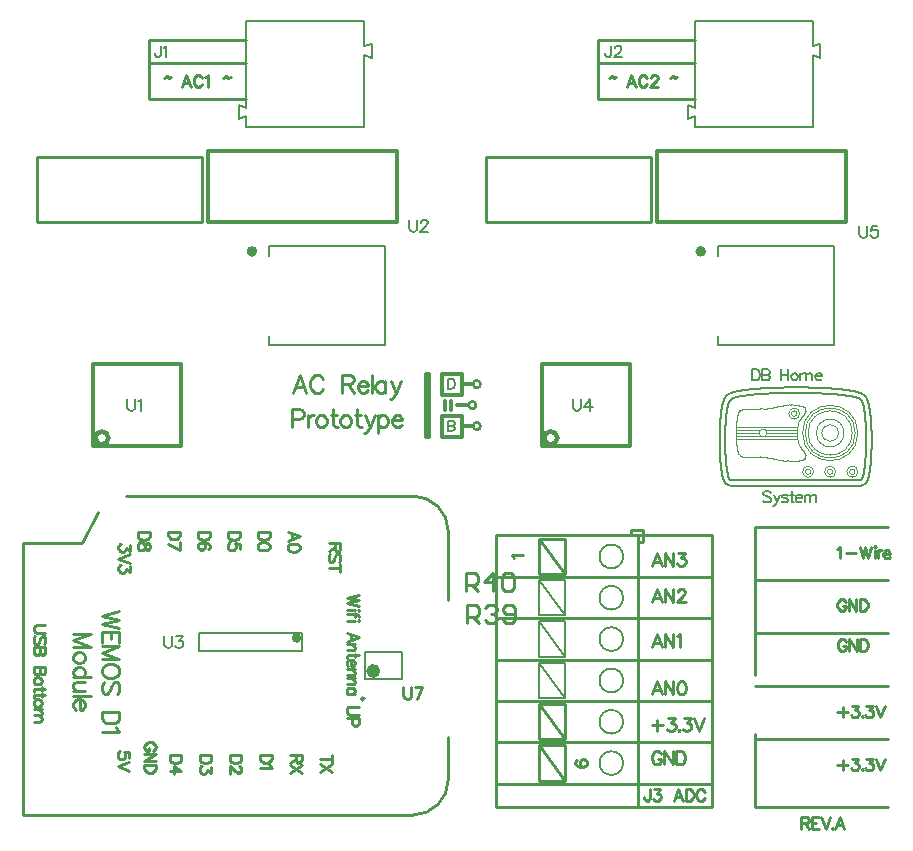
<source format=gto>
G04*
G04 #@! TF.GenerationSoftware,Altium Limited,Altium Designer,20.1.12 (249)*
G04*
G04 Layer_Color=65535*
%FSLAX44Y44*%
%MOMM*%
G71*
G04*
G04 #@! TF.SameCoordinates,C66115CE-68B5-461B-9334-50AF4D89B24F*
G04*
G04*
G04 #@! TF.FilePolarity,Positive*
G04*
G01*
G75*
%ADD10C,0.2000*%
%ADD11C,0.5000*%
%ADD12C,0.3500*%
%ADD13C,0.2500*%
%ADD14C,0.6000*%
%ADD15C,0.1404*%
%ADD16C,0.1170*%
%ADD17C,0.2531*%
%ADD18C,0.4500*%
%ADD19C,0.3163*%
%ADD20C,0.3000*%
%ADD21C,0.2540*%
%ADD22C,0.1638*%
D10*
X513000Y105000D02*
G03*
X513000Y105000I-10000J0D01*
G01*
Y70000D02*
G03*
X513000Y70000I-10000J0D01*
G01*
X513000Y245000D02*
G03*
X513000Y245000I-10000J0D01*
G01*
Y210000D02*
G03*
X513000Y210000I-10000J0D01*
G01*
Y175000D02*
G03*
X513000Y175000I-10000J0D01*
G01*
Y140000D02*
G03*
X513000Y140000I-10000J0D01*
G01*
X463500Y125000D02*
Y155000D01*
X441500D02*
X463500D01*
X441500Y125000D02*
Y155000D01*
Y125000D02*
X463500D01*
X441500Y155000D02*
X463500Y125000D01*
X441500Y160000D02*
Y190000D01*
Y160000D02*
X463500D01*
Y190000D01*
X441500D02*
X463500D01*
X441500D02*
X463500Y160000D01*
Y195000D02*
Y225000D01*
X441500D02*
X463500D01*
X441500Y195000D02*
Y225000D01*
Y195000D02*
X463500D01*
X441500Y225000D02*
X463500Y195000D01*
X213250Y499750D02*
Y507750D01*
X311625D01*
Y465750D02*
Y507750D01*
Y423750D02*
Y465750D01*
X213250Y423750D02*
X311625D01*
X213250D02*
Y431750D01*
X593250Y499750D02*
Y507750D01*
X691625D01*
Y465750D02*
Y507750D01*
Y423750D02*
Y465750D01*
X593250Y423750D02*
X691625D01*
X593250D02*
Y431750D01*
X153500Y164500D02*
Y180500D01*
X241500Y164500D02*
Y180500D01*
X153500Y164500D02*
X241500D01*
X153500Y180500D02*
X241500D01*
X294500Y141000D02*
X325500D01*
X294500Y164000D02*
X325500D01*
X294500Y141000D02*
Y164000D01*
X325500Y141000D02*
Y164000D01*
X567999Y627252D02*
X574000Y624754D01*
X567999Y615252D02*
Y627252D01*
Y615252D02*
X574000Y617750D01*
X674000Y669748D02*
X680001Y667250D01*
X674000Y676752D02*
X680001Y679250D01*
Y667250D02*
Y679250D01*
X674000Y608250D02*
Y669748D01*
Y676750D02*
Y698250D01*
X574000D02*
X674000D01*
X574000Y608250D02*
X674000D01*
X574000D02*
Y617750D01*
Y624750D02*
Y698250D01*
X187999Y627252D02*
X194000Y624754D01*
X187999Y615252D02*
Y627252D01*
Y615252D02*
X194000Y617750D01*
X294000Y669748D02*
X300001Y667250D01*
X294000Y676752D02*
X300001Y679250D01*
Y667250D02*
Y679250D01*
X294000Y608250D02*
Y669748D01*
Y676750D02*
Y698250D01*
X194000D02*
X294000D01*
X194000Y608250D02*
X294000D01*
X194000D02*
Y617750D01*
Y624750D02*
Y698250D01*
X364796Y359845D02*
Y351346D01*
Y359845D02*
X368438D01*
X369652Y359440D01*
X370057Y359035D01*
X370462Y358226D01*
Y357417D01*
X370057Y356607D01*
X369652Y356203D01*
X368438Y355798D01*
X364796D02*
X368438D01*
X369652Y355393D01*
X370057Y354989D01*
X370462Y354179D01*
Y352965D01*
X370057Y352156D01*
X369652Y351751D01*
X368438Y351346D01*
X364796D01*
Y395275D02*
Y386777D01*
Y395275D02*
X367629D01*
X368843Y394871D01*
X369652Y394061D01*
X370057Y393252D01*
X370462Y392038D01*
Y390014D01*
X370057Y388801D01*
X369652Y387991D01*
X368843Y387182D01*
X367629Y386777D01*
X364796D01*
X712990Y524999D02*
Y517858D01*
X713466Y516429D01*
X714418Y515477D01*
X715846Y515001D01*
X716798D01*
X718227Y515477D01*
X719179Y516429D01*
X719655Y517858D01*
Y524999D01*
X728129D02*
X723368D01*
X722892Y520714D01*
X723368Y521190D01*
X724797Y521666D01*
X726225D01*
X727653Y521190D01*
X728605Y520238D01*
X729081Y518810D01*
Y517858D01*
X728605Y516429D01*
X727653Y515477D01*
X726225Y515001D01*
X724797D01*
X723368Y515477D01*
X722892Y515953D01*
X722416Y516905D01*
X470610Y378152D02*
Y371011D01*
X471086Y369582D01*
X472038Y368630D01*
X473467Y368154D01*
X474419D01*
X475847Y368630D01*
X476799Y369582D01*
X477275Y371011D01*
Y378152D01*
X484798D02*
X480037Y371487D01*
X487178D01*
X484798Y378152D02*
Y368154D01*
X124454Y177499D02*
Y170358D01*
X124930Y168929D01*
X125882Y167977D01*
X127311Y167501D01*
X128263D01*
X129691Y167977D01*
X130643Y168929D01*
X131119Y170358D01*
Y177499D01*
X134833D02*
X140070D01*
X137213Y173690D01*
X138642D01*
X139594Y173214D01*
X140070Y172738D01*
X140546Y171310D01*
Y170358D01*
X140070Y168929D01*
X139118Y167977D01*
X137689Y167501D01*
X136261D01*
X134833Y167977D01*
X134357Y168453D01*
X133881Y169405D01*
X331954Y529999D02*
Y522858D01*
X332430Y521429D01*
X333382Y520477D01*
X334811Y520001D01*
X335763D01*
X337191Y520477D01*
X338143Y521429D01*
X338619Y522858D01*
Y529999D01*
X341857Y527618D02*
Y528095D01*
X342333Y529047D01*
X342809Y529523D01*
X343761Y529999D01*
X345666D01*
X346618Y529523D01*
X347094Y529047D01*
X347570Y528095D01*
Y527142D01*
X347094Y526190D01*
X346142Y524762D01*
X341381Y520001D01*
X348046D01*
X93166Y378152D02*
Y371011D01*
X93642Y369582D01*
X94594Y368630D01*
X96023Y368154D01*
X96975D01*
X98403Y368630D01*
X99355Y369582D01*
X99831Y371011D01*
Y378152D01*
X102593Y376247D02*
X103545Y376724D01*
X104973Y378152D01*
Y368154D01*
X502762Y677499D02*
Y669882D01*
X502286Y668453D01*
X501810Y667977D01*
X500858Y667501D01*
X499906D01*
X498954Y667977D01*
X498478Y668453D01*
X498002Y669882D01*
Y670834D01*
X505809Y675118D02*
Y675595D01*
X506285Y676547D01*
X506762Y677023D01*
X507714Y677499D01*
X509618D01*
X510570Y677023D01*
X511046Y676547D01*
X511522Y675595D01*
Y674642D01*
X511046Y673690D01*
X510094Y672262D01*
X505333Y667501D01*
X511998D01*
X121405Y677499D02*
Y669882D01*
X120929Y668453D01*
X120453Y667977D01*
X119500Y667501D01*
X118548D01*
X117596Y667977D01*
X117120Y668453D01*
X116644Y669882D01*
Y670834D01*
X123976Y675595D02*
X124928Y676071D01*
X126356Y677499D01*
Y667501D01*
D11*
X200750Y503250D02*
G03*
X200750Y503250I-2000J0D01*
G01*
X580750D02*
G03*
X580750Y503250I-2000J0D01*
G01*
D12*
X239000Y176000D02*
G03*
X239000Y176000I-2500J0D01*
G01*
D13*
X293750Y124500D02*
G03*
X293750Y124500I-1250J0D01*
G01*
X364999Y266100D02*
G03*
X335000Y296100I-30000J0D01*
G01*
Y26100D02*
G03*
X364999Y56101I0J30000D01*
G01*
X588352Y33000D02*
Y52500D01*
X525500Y33000D02*
X588352D01*
X525000Y52500D02*
X588352D01*
X525500Y87500D02*
X588352D01*
X525500Y122500D02*
X588352D01*
X525500Y157500D02*
X588352D01*
X525000Y192500D02*
X587852D01*
X441500Y90000D02*
X463500D01*
X441500Y120000D02*
X463500D01*
X405000Y122500D02*
X525000D01*
X405000D02*
X525000D01*
X463500Y90000D02*
Y120000D01*
X441500Y90000D02*
Y120000D01*
X463500Y90000D01*
X441500Y55000D02*
X463500D01*
X441500Y85000D02*
X463500D01*
X405000Y33000D02*
X525500D01*
X405000Y52500D02*
X525000D01*
X405000Y87500D02*
X525000D01*
X405000D02*
X525000D01*
X463500Y55000D02*
Y85000D01*
X441500Y55000D02*
Y85000D01*
X463500Y55000D01*
X520000Y263800D02*
Y267500D01*
X525500Y257500D02*
X530000D01*
X520000Y267500D02*
X530000D01*
Y257500D02*
Y267500D01*
X525500Y263300D02*
X525500Y33000D01*
X405000Y263300D02*
X525500D01*
X405000D02*
X405000Y33000D01*
X405000Y227500D02*
X525000D01*
X405000Y157500D02*
X525000D01*
X405000Y192500D02*
X525000D01*
X441500Y230000D02*
Y260000D01*
Y230000D02*
X463500D01*
Y260000D01*
X441500D02*
X463500D01*
X441500D02*
X463500Y230000D01*
X92500Y296166D02*
X335030D01*
X55122Y256034D02*
X68187Y282500D01*
X365002Y208093D02*
Y266194D01*
Y56136D02*
Y91846D01*
X491500Y632482D02*
Y682482D01*
Y632482D02*
X574000D01*
X491500Y682482D02*
X574000D01*
X491500Y662482D02*
X573750D01*
X111500Y662500D02*
X193750D01*
X111500Y682500D02*
X194000D01*
X111500Y632500D02*
X194000D01*
X111500D02*
Y682500D01*
X525500Y227500D02*
X588352D01*
Y52500D02*
Y263300D01*
X405000D02*
X588352D01*
X625000Y90000D02*
X737500D01*
X625000Y135000D02*
X737500D01*
X625000Y180000D02*
X737500D01*
X625000Y225000D02*
X737500D01*
X625000Y270000D02*
X737500D01*
X625000Y32500D02*
X737500D01*
X625000D02*
Y95000D01*
Y145000D02*
Y270000D01*
X5084Y256034D02*
X55122D01*
X5084Y26164D02*
Y256034D01*
Y26164D02*
X335030D01*
X396500Y583250D02*
X536500D01*
X396500Y528250D02*
X536500D01*
Y583250D01*
X396500Y528250D02*
Y583250D01*
X16500D02*
X156500D01*
X16500Y528250D02*
X156500D01*
Y583250D01*
X16500Y528250D02*
Y583250D01*
X86493Y198382D02*
X71496Y194811D01*
X86493Y191241D02*
X71496Y194811D01*
X86493Y191241D02*
X71496Y187670D01*
X86493Y184099D02*
X71496Y187670D01*
X86493Y171816D02*
Y181100D01*
X71496D01*
Y171816D01*
X79352Y181100D02*
Y175387D01*
X86493Y169317D02*
X71496D01*
X86493D02*
X71496Y163604D01*
X86493Y157891D02*
X71496Y163604D01*
X86493Y157891D02*
X71496D01*
X86493Y149321D02*
X85779Y150749D01*
X84350Y152177D01*
X82922Y152892D01*
X80780Y153606D01*
X77209D01*
X75067Y152892D01*
X73638Y152177D01*
X72210Y150749D01*
X71496Y149321D01*
Y146465D01*
X72210Y145036D01*
X73638Y143608D01*
X75067Y142894D01*
X77209Y142180D01*
X80780D01*
X82922Y142894D01*
X84350Y143608D01*
X85779Y145036D01*
X86493Y146465D01*
Y149321D01*
X84350Y128683D02*
X85779Y130111D01*
X86493Y132253D01*
Y135110D01*
X85779Y137252D01*
X84350Y138680D01*
X82922D01*
X81494Y137966D01*
X80780Y137252D01*
X80066Y135824D01*
X78637Y131539D01*
X77923Y130111D01*
X77209Y129397D01*
X75781Y128683D01*
X73638D01*
X72210Y130111D01*
X71496Y132253D01*
Y135110D01*
X72210Y137252D01*
X73638Y138680D01*
X86493Y113543D02*
X71496D01*
X86493D02*
Y108544D01*
X85779Y106402D01*
X84350Y104973D01*
X82922Y104259D01*
X80780Y103545D01*
X77209D01*
X75067Y104259D01*
X73638Y104973D01*
X72210Y106402D01*
X71496Y108544D01*
Y113543D01*
X83636Y100189D02*
X84350Y98760D01*
X86493Y96618D01*
X71496D01*
X62497Y179672D02*
X47500D01*
X62497D02*
X47500Y173959D01*
X62497Y168246D02*
X47500Y173959D01*
X62497Y168246D02*
X47500D01*
X57498Y160390D02*
X56784Y161818D01*
X55356Y163247D01*
X53213Y163961D01*
X51785D01*
X49642Y163247D01*
X48214Y161818D01*
X47500Y160390D01*
Y158248D01*
X48214Y156819D01*
X49642Y155391D01*
X51785Y154677D01*
X53213D01*
X55356Y155391D01*
X56784Y156819D01*
X57498Y158248D01*
Y160390D01*
X62497Y142822D02*
X47500D01*
X55356D02*
X56784Y144251D01*
X57498Y145679D01*
Y147821D01*
X56784Y149250D01*
X55356Y150678D01*
X53213Y151392D01*
X51785D01*
X49642Y150678D01*
X48214Y149250D01*
X47500Y147821D01*
Y145679D01*
X48214Y144251D01*
X49642Y142822D01*
X57498Y138823D02*
X50356D01*
X48214Y138109D01*
X47500Y136681D01*
Y134538D01*
X48214Y133110D01*
X50356Y130968D01*
X57498D02*
X47500D01*
X62497Y127040D02*
X47500D01*
X53213Y123898D02*
Y115328D01*
X54641D01*
X56070Y116042D01*
X56784Y116757D01*
X57498Y118185D01*
Y120327D01*
X56784Y121756D01*
X55356Y123184D01*
X53213Y123898D01*
X51785D01*
X49642Y123184D01*
X48214Y121756D01*
X47500Y120327D01*
Y118185D01*
X48214Y116757D01*
X49642Y115328D01*
X244747Y383494D02*
X239034Y398491D01*
X233321Y383494D01*
X235464Y388493D02*
X242605D01*
X258959Y394920D02*
X258244Y396348D01*
X256816Y397776D01*
X255388Y398491D01*
X252531D01*
X251103Y397776D01*
X249675Y396348D01*
X248961Y394920D01*
X248247Y392778D01*
Y389207D01*
X248961Y387065D01*
X249675Y385636D01*
X251103Y384208D01*
X252531Y383494D01*
X255388D01*
X256816Y384208D01*
X258244Y385636D01*
X258959Y387065D01*
X274955Y398491D02*
Y383494D01*
Y398491D02*
X281382D01*
X283525Y397776D01*
X284239Y397062D01*
X284953Y395634D01*
Y394206D01*
X284239Y392778D01*
X283525Y392063D01*
X281382Y391349D01*
X274955D01*
X279954D02*
X284953Y383494D01*
X288309Y389207D02*
X296879D01*
Y390635D01*
X296165Y392063D01*
X295451Y392778D01*
X294023Y393492D01*
X291880D01*
X290452Y392778D01*
X289023Y391349D01*
X288309Y389207D01*
Y387779D01*
X289023Y385636D01*
X290452Y384208D01*
X291880Y383494D01*
X294023D01*
X295451Y384208D01*
X296879Y385636D01*
X300093Y398491D02*
Y383494D01*
X311804Y393492D02*
Y383494D01*
Y391349D02*
X310376Y392778D01*
X308948Y393492D01*
X306805D01*
X305377Y392778D01*
X303949Y391349D01*
X303235Y389207D01*
Y387779D01*
X303949Y385636D01*
X305377Y384208D01*
X306805Y383494D01*
X308948D01*
X310376Y384208D01*
X311804Y385636D01*
X316518Y393492D02*
X320802Y383494D01*
X325087Y393492D02*
X320802Y383494D01*
X319374Y380637D01*
X317946Y379209D01*
X316518Y378495D01*
X315804D01*
X232500Y361640D02*
X238927D01*
X241070Y362354D01*
X241784Y363069D01*
X242498Y364497D01*
Y366639D01*
X241784Y368067D01*
X241070Y368782D01*
X238927Y369496D01*
X232500D01*
Y354499D01*
X245854Y364497D02*
Y354499D01*
Y360212D02*
X246568Y362354D01*
X247997Y363783D01*
X249425Y364497D01*
X251567D01*
X256495D02*
X255067Y363783D01*
X253638Y362354D01*
X252924Y360212D01*
Y358784D01*
X253638Y356641D01*
X255067Y355213D01*
X256495Y354499D01*
X258637D01*
X260065Y355213D01*
X261494Y356641D01*
X262208Y358784D01*
Y360212D01*
X261494Y362354D01*
X260065Y363783D01*
X258637Y364497D01*
X256495D01*
X267635Y369496D02*
Y357355D01*
X268349Y355213D01*
X269778Y354499D01*
X271206D01*
X265493Y364497D02*
X270492D01*
X276919D02*
X275491Y363783D01*
X274062Y362354D01*
X273348Y360212D01*
Y358784D01*
X274062Y356641D01*
X275491Y355213D01*
X276919Y354499D01*
X279061D01*
X280490Y355213D01*
X281918Y356641D01*
X282632Y358784D01*
Y360212D01*
X281918Y362354D01*
X280490Y363783D01*
X279061Y364497D01*
X276919D01*
X288060Y369496D02*
Y357355D01*
X288774Y355213D01*
X290202Y354499D01*
X291630D01*
X285917Y364497D02*
X290916D01*
X294487D02*
X298771Y354499D01*
X303056Y364497D02*
X298771Y354499D01*
X297343Y351642D01*
X295915Y350214D01*
X294487Y349500D01*
X293773D01*
X305556Y364497D02*
Y349500D01*
Y362354D02*
X306984Y363783D01*
X308412Y364497D01*
X310555D01*
X311983Y363783D01*
X313411Y362354D01*
X314125Y360212D01*
Y358784D01*
X313411Y356641D01*
X311983Y355213D01*
X310555Y354499D01*
X308412D01*
X306984Y355213D01*
X305556Y356641D01*
X317339Y360212D02*
X325909D01*
Y361640D01*
X325194Y363069D01*
X324480Y363783D01*
X323052Y364497D01*
X320910D01*
X319481Y363783D01*
X318053Y362354D01*
X317339Y360212D01*
Y358784D01*
X318053Y356641D01*
X319481Y355213D01*
X320910Y354499D01*
X323052D01*
X324480Y355213D01*
X325909Y356641D01*
X542065Y106605D02*
Y97178D01*
X537352Y101892D02*
X546778D01*
X551073Y108176D02*
X556833D01*
X553691Y103987D01*
X555262D01*
X556310Y103463D01*
X556833Y102939D01*
X557357Y101368D01*
Y100321D01*
X556833Y98750D01*
X555786Y97702D01*
X554215Y97178D01*
X552644D01*
X551073Y97702D01*
X550549Y98226D01*
X550025Y99273D01*
X560342Y98226D02*
X559819Y97702D01*
X560342Y97178D01*
X560866Y97702D01*
X560342Y98226D01*
X564322Y108176D02*
X570083D01*
X566941Y103987D01*
X568512D01*
X569559Y103463D01*
X570083Y102939D01*
X570607Y101368D01*
Y100321D01*
X570083Y98750D01*
X569036Y97702D01*
X567465Y97178D01*
X565894D01*
X564322Y97702D01*
X563799Y98226D01*
X563275Y99273D01*
X573068Y108176D02*
X577258Y97178D01*
X581447Y108176D02*
X577258Y97178D01*
X473930Y72618D02*
X472978Y72142D01*
X472502Y70714D01*
Y69762D01*
X472978Y68334D01*
X474407Y67382D01*
X476787Y66905D01*
X479167D01*
X481072Y67382D01*
X482024Y68334D01*
X482500Y69762D01*
Y70238D01*
X482024Y71666D01*
X481072Y72618D01*
X479644Y73095D01*
X479167D01*
X477739Y72618D01*
X476787Y71666D01*
X476311Y70238D01*
Y69762D01*
X476787Y68334D01*
X477739Y67382D01*
X479167Y66905D01*
X420406Y243810D02*
X419930Y244762D01*
X418502Y246190D01*
X428500D01*
X545207Y77379D02*
X544684Y78426D01*
X543636Y79474D01*
X542589Y79998D01*
X540494D01*
X539447Y79474D01*
X538399Y78426D01*
X537876Y77379D01*
X537352Y75808D01*
Y73190D01*
X537876Y71618D01*
X538399Y70571D01*
X539447Y69524D01*
X540494Y69000D01*
X542589D01*
X543636Y69524D01*
X544684Y70571D01*
X545207Y71618D01*
Y73190D01*
X542589D02*
X545207D01*
X547721Y79998D02*
Y69000D01*
Y79998D02*
X555053Y69000D01*
Y79998D02*
Y69000D01*
X558090Y79998D02*
Y69000D01*
Y79998D02*
X561756D01*
X563327Y79474D01*
X564375Y78426D01*
X564898Y77379D01*
X565422Y75808D01*
Y73190D01*
X564898Y71618D01*
X564375Y70571D01*
X563327Y69524D01*
X561756Y69000D01*
X558090D01*
X545731Y128108D02*
X541541Y139106D01*
X537352Y128108D01*
X538923Y131774D02*
X544160D01*
X548297Y139106D02*
Y128108D01*
Y139106D02*
X555629Y128108D01*
Y139106D02*
Y128108D01*
X561809Y139106D02*
X560238Y138582D01*
X559190Y137011D01*
X558666Y134392D01*
Y132821D01*
X559190Y130203D01*
X560238Y128632D01*
X561809Y128108D01*
X562856D01*
X564427Y128632D01*
X565475Y130203D01*
X565998Y132821D01*
Y134392D01*
X565475Y137011D01*
X564427Y138582D01*
X562856Y139106D01*
X561809D01*
X545731Y168432D02*
X541541Y179429D01*
X537352Y168432D01*
X538923Y172098D02*
X544160D01*
X548297Y179429D02*
Y168432D01*
Y179429D02*
X555629Y168432D01*
Y179429D02*
Y168432D01*
X558666Y177335D02*
X559714Y177858D01*
X561285Y179429D01*
Y168432D01*
X545731Y237000D02*
X541541Y247998D01*
X537352Y237000D01*
X538923Y240666D02*
X544160D01*
X548297Y247998D02*
Y237000D01*
Y247998D02*
X555629Y237000D01*
Y247998D02*
Y237000D01*
X559714Y247998D02*
X565475D01*
X562332Y243808D01*
X563903D01*
X564951Y243284D01*
X565475Y242761D01*
X565998Y241190D01*
Y240142D01*
X565475Y238571D01*
X564427Y237524D01*
X562856Y237000D01*
X561285D01*
X559714Y237524D01*
X559190Y238047D01*
X558666Y239095D01*
X545731Y206232D02*
X541541Y217229D01*
X537352Y206232D01*
X538923Y209898D02*
X544160D01*
X548297Y217229D02*
Y206232D01*
Y217229D02*
X555629Y206232D01*
Y217229D02*
Y206232D01*
X559190Y214611D02*
Y215135D01*
X559714Y216182D01*
X560238Y216706D01*
X561285Y217229D01*
X563380D01*
X564427Y216706D01*
X564951Y216182D01*
X565475Y215135D01*
Y214087D01*
X564951Y213040D01*
X563903Y211469D01*
X558666Y206232D01*
X565998D01*
X288998Y212500D02*
X279000Y210120D01*
X288998Y207739D02*
X279000Y210120D01*
X288998Y207739D02*
X279000Y205359D01*
X288998Y202978D02*
X279000Y205359D01*
X288998Y200026D02*
X288522Y199550D01*
X288998Y199074D01*
X289474Y199550D01*
X288998Y200026D01*
X285665Y199550D02*
X279000D01*
X288998Y193504D02*
Y194456D01*
X288522Y195408D01*
X287093Y195884D01*
X279000D01*
X285665Y197313D02*
Y193980D01*
X288998Y191124D02*
X288522Y190648D01*
X288998Y190172D01*
X289474Y190648D01*
X288998Y191124D01*
X285665Y190648D02*
X279000D01*
Y172937D02*
X288998Y176746D01*
X279000Y180555D01*
X282333Y179126D02*
Y174365D01*
X285665Y170604D02*
X279000D01*
X283761D02*
X285189Y169176D01*
X285665Y168224D01*
Y166796D01*
X285189Y165843D01*
X283761Y165367D01*
X279000D01*
X288998Y161320D02*
X280904D01*
X279476Y160844D01*
X279000Y159892D01*
Y158940D01*
X285665Y162749D02*
Y159416D01*
X282809Y157512D02*
Y151799D01*
X283761D01*
X284713Y152275D01*
X285189Y152751D01*
X285665Y153703D01*
Y155131D01*
X285189Y156083D01*
X284237Y157036D01*
X282809Y157512D01*
X281856D01*
X280428Y157036D01*
X279476Y156083D01*
X279000Y155131D01*
Y153703D01*
X279476Y152751D01*
X280428Y151799D01*
X285665Y149656D02*
X279000D01*
X283761D02*
X285189Y148228D01*
X285665Y147276D01*
Y145848D01*
X285189Y144895D01*
X283761Y144419D01*
X279000D01*
X285665Y141801D02*
X279000D01*
X283761D02*
X285189Y140373D01*
X285665Y139420D01*
Y137992D01*
X285189Y137040D01*
X283761Y136564D01*
X279000D01*
X285665Y128232D02*
X279000D01*
X284237D02*
X285189Y129185D01*
X285665Y130137D01*
Y131565D01*
X285189Y132517D01*
X284237Y133469D01*
X282809Y133945D01*
X281856D01*
X280428Y133469D01*
X279476Y132517D01*
X279000Y131565D01*
Y130137D01*
X279476Y129185D01*
X280428Y128232D01*
X288998Y117711D02*
X281856D01*
X280428Y117235D01*
X279476Y116283D01*
X279000Y114854D01*
Y113902D01*
X279476Y112474D01*
X280428Y111522D01*
X281856Y111046D01*
X288998D01*
X283761Y108284D02*
Y104000D01*
X284237Y102571D01*
X284713Y102095D01*
X285665Y101619D01*
X287093D01*
X288046Y102095D01*
X288522Y102571D01*
X288998Y104000D01*
Y108284D01*
X279000D01*
X23898Y186800D02*
X16757D01*
X15328Y186324D01*
X14376Y185372D01*
X13900Y183944D01*
Y182991D01*
X14376Y181563D01*
X15328Y180611D01*
X16757Y180135D01*
X23898D01*
X22470Y170708D02*
X23422Y171660D01*
X23898Y173089D01*
Y174993D01*
X23422Y176421D01*
X22470Y177374D01*
X21517D01*
X20565Y176897D01*
X20089Y176421D01*
X19613Y175469D01*
X18661Y172613D01*
X18185Y171660D01*
X17709Y171184D01*
X16757Y170708D01*
X15328D01*
X14376Y171660D01*
X13900Y173089D01*
Y174993D01*
X14376Y176421D01*
X15328Y177374D01*
X23898Y168471D02*
X13900D01*
X23898D02*
Y164186D01*
X23422Y162758D01*
X22946Y162281D01*
X21994Y161805D01*
X21041D01*
X20089Y162281D01*
X19613Y162758D01*
X19137Y164186D01*
Y168471D02*
Y164186D01*
X18661Y162758D01*
X18185Y162281D01*
X17233Y161805D01*
X15804D01*
X14852Y162281D01*
X14376Y162758D01*
X13900Y164186D01*
Y168471D01*
X23898Y151712D02*
X13900D01*
X23898D02*
Y147428D01*
X23422Y145999D01*
X22946Y145523D01*
X21994Y145047D01*
X21041D01*
X20089Y145523D01*
X19613Y145999D01*
X19137Y147428D01*
Y151712D02*
Y147428D01*
X18661Y145999D01*
X18185Y145523D01*
X17233Y145047D01*
X15804D01*
X14852Y145523D01*
X14376Y145999D01*
X13900Y147428D01*
Y151712D01*
X20565Y140429D02*
X20089Y141381D01*
X19137Y142333D01*
X17709Y142809D01*
X16757D01*
X15328Y142333D01*
X14376Y141381D01*
X13900Y140429D01*
Y139001D01*
X14376Y138049D01*
X15328Y137096D01*
X16757Y136620D01*
X17709D01*
X19137Y137096D01*
X20089Y138049D01*
X20565Y139001D01*
Y140429D01*
X23898Y133002D02*
X15804D01*
X14376Y132526D01*
X13900Y131574D01*
Y130622D01*
X20565Y134430D02*
Y131098D01*
X23898Y127765D02*
X15804D01*
X14376Y127289D01*
X13900Y126337D01*
Y125385D01*
X20565Y129193D02*
Y125861D01*
Y121576D02*
X20089Y122528D01*
X19137Y123480D01*
X17709Y123956D01*
X16757D01*
X15328Y123480D01*
X14376Y122528D01*
X13900Y121576D01*
Y120148D01*
X14376Y119195D01*
X15328Y118243D01*
X16757Y117767D01*
X17709D01*
X19137Y118243D01*
X20089Y119195D01*
X20565Y120148D01*
Y121576D01*
Y115577D02*
X13900D01*
X18661D02*
X20089Y114149D01*
X20565Y113197D01*
Y111769D01*
X20089Y110816D01*
X18661Y110340D01*
X13900D01*
X18661D02*
X20089Y108912D01*
X20565Y107960D01*
Y106532D01*
X20089Y105579D01*
X18661Y105103D01*
X13900D01*
X95721Y254746D02*
Y249509D01*
X91912Y252366D01*
Y250937D01*
X91436Y249985D01*
X90960Y249509D01*
X89531Y249033D01*
X88579D01*
X87151Y249509D01*
X86199Y250461D01*
X85723Y251890D01*
Y253318D01*
X86199Y254746D01*
X86675Y255222D01*
X87627Y255698D01*
X95721Y246795D02*
X85723Y242987D01*
X95721Y239178D02*
X85723Y242987D01*
X95721Y236940D02*
Y231703D01*
X91912Y234560D01*
Y233132D01*
X91436Y232180D01*
X90960Y231703D01*
X89531Y231227D01*
X88579D01*
X87151Y231703D01*
X86199Y232656D01*
X85723Y234084D01*
Y235512D01*
X86199Y236940D01*
X86675Y237416D01*
X87627Y237893D01*
X112121Y265698D02*
X102123D01*
X112121D02*
Y262366D01*
X111645Y260937D01*
X110692Y259985D01*
X109740Y259509D01*
X108312Y259033D01*
X105932D01*
X104503Y259509D01*
X103551Y259985D01*
X102599Y260937D01*
X102123Y262366D01*
Y265698D01*
X112121Y254415D02*
X111645Y255843D01*
X110692Y256319D01*
X109740D01*
X108788Y255843D01*
X108312Y254891D01*
X107836Y252987D01*
X107360Y251558D01*
X106408Y250606D01*
X105456Y250130D01*
X104027D01*
X103075Y250606D01*
X102599Y251082D01*
X102123Y252511D01*
Y254415D01*
X102599Y255843D01*
X103075Y256319D01*
X104027Y256795D01*
X105456D01*
X106408Y256319D01*
X107360Y255367D01*
X107836Y253939D01*
X108312Y252034D01*
X108788Y251082D01*
X109740Y250606D01*
X110692D01*
X111645Y251082D01*
X112121Y252511D01*
Y254415D01*
X137614Y266074D02*
X127616D01*
X137614D02*
Y262741D01*
X137138Y261313D01*
X136186Y260361D01*
X135234Y259885D01*
X133805Y259409D01*
X131425D01*
X129997Y259885D01*
X129044Y260361D01*
X128092Y261313D01*
X127616Y262741D01*
Y266074D01*
X137614Y250506D02*
X127616Y255267D01*
X137614Y257171D02*
Y250506D01*
X162921Y265698D02*
X152923D01*
X162921D02*
Y262366D01*
X162445Y260937D01*
X161492Y259985D01*
X160540Y259509D01*
X159112Y259033D01*
X156732D01*
X155303Y259509D01*
X154351Y259985D01*
X153399Y260937D01*
X152923Y262366D01*
Y265698D01*
X161492Y251082D02*
X162445Y251558D01*
X162921Y252987D01*
Y253939D01*
X162445Y255367D01*
X161016Y256319D01*
X158636Y256795D01*
X156256D01*
X154351Y256319D01*
X153399Y255367D01*
X152923Y253939D01*
Y253463D01*
X153399Y252034D01*
X154351Y251082D01*
X155779Y250606D01*
X156256D01*
X157684Y251082D01*
X158636Y252034D01*
X159112Y253463D01*
Y253939D01*
X158636Y255367D01*
X157684Y256319D01*
X156256Y256795D01*
X188321Y265698D02*
X178323D01*
X188321D02*
Y262366D01*
X187845Y260937D01*
X186892Y259985D01*
X185940Y259509D01*
X184512Y259033D01*
X182132D01*
X180703Y259509D01*
X179751Y259985D01*
X178799Y260937D01*
X178323Y262366D01*
Y265698D01*
X188321Y251082D02*
Y255843D01*
X184036Y256319D01*
X184512Y255843D01*
X184988Y254415D01*
Y252987D01*
X184512Y251558D01*
X183560Y250606D01*
X182132Y250130D01*
X181179D01*
X179751Y250606D01*
X178799Y251558D01*
X178323Y252987D01*
Y254415D01*
X178799Y255843D01*
X179275Y256319D01*
X180227Y256795D01*
X213721Y265698D02*
X203723D01*
X213721D02*
Y262366D01*
X213245Y260937D01*
X212292Y259985D01*
X211340Y259509D01*
X209912Y259033D01*
X207532D01*
X206103Y259509D01*
X205151Y259985D01*
X204199Y260937D01*
X203723Y262366D01*
Y265698D01*
X213721Y253939D02*
X213245Y255367D01*
X211816Y256319D01*
X209436Y256795D01*
X208008D01*
X205627Y256319D01*
X204199Y255367D01*
X203723Y253939D01*
Y252987D01*
X204199Y251558D01*
X205627Y250606D01*
X208008Y250130D01*
X209436D01*
X211816Y250606D01*
X213245Y251558D01*
X213721Y252987D01*
Y253939D01*
X229123Y258081D02*
X239121Y261890D01*
X229123Y265698D01*
X232456Y264270D02*
Y259509D01*
X239121Y252892D02*
X238645Y254320D01*
X237216Y255272D01*
X234836Y255748D01*
X233408D01*
X231027Y255272D01*
X229599Y254320D01*
X229123Y252892D01*
Y251939D01*
X229599Y250511D01*
X231027Y249559D01*
X233408Y249083D01*
X234836D01*
X237216Y249559D01*
X238645Y250511D01*
X239121Y251939D01*
Y252892D01*
X273614Y256074D02*
X263616D01*
X273614D02*
Y251789D01*
X273138Y250361D01*
X272662Y249885D01*
X271709Y249409D01*
X270757D01*
X269805Y249885D01*
X269329Y250361D01*
X268853Y251789D01*
Y256074D01*
Y252741D02*
X263616Y249409D01*
X272186Y240506D02*
X273138Y241458D01*
X273614Y242886D01*
Y244791D01*
X273138Y246219D01*
X272186Y247171D01*
X271233D01*
X270281Y246695D01*
X269805Y246219D01*
X269329Y245267D01*
X268377Y242410D01*
X267901Y241458D01*
X267425Y240982D01*
X266472Y240506D01*
X265044D01*
X264092Y241458D01*
X263616Y242886D01*
Y244791D01*
X264092Y246219D01*
X265044Y247171D01*
X273614Y234936D02*
X263616D01*
X273614Y238268D02*
Y231603D01*
X94998Y74287D02*
Y79048D01*
X90713Y79524D01*
X91189Y79048D01*
X91665Y77620D01*
Y76191D01*
X91189Y74763D01*
X90237Y73811D01*
X88809Y73335D01*
X87857D01*
X86428Y73811D01*
X85476Y74763D01*
X85000Y76191D01*
Y77620D01*
X85476Y79048D01*
X85952Y79524D01*
X86904Y80000D01*
X94998Y71097D02*
X85000Y67288D01*
X94998Y63480D02*
X85000Y67288D01*
X115117Y80359D02*
X116070Y80835D01*
X117022Y81787D01*
X117498Y82739D01*
Y84643D01*
X117022Y85596D01*
X116070Y86548D01*
X115117Y87024D01*
X113689Y87500D01*
X111309D01*
X109880Y87024D01*
X108928Y86548D01*
X107976Y85596D01*
X107500Y84643D01*
Y82739D01*
X107976Y81787D01*
X108928Y80835D01*
X109880Y80359D01*
X111309D01*
Y82739D02*
Y80359D01*
X117498Y78074D02*
X107500D01*
X117498D02*
X107500Y71408D01*
X117498D02*
X107500D01*
X117498Y68647D02*
X107500D01*
X117498D02*
Y65314D01*
X117022Y63886D01*
X116070Y62934D01*
X115117Y62458D01*
X113689Y61982D01*
X111309D01*
X109880Y62458D01*
X108928Y62934D01*
X107976Y63886D01*
X107500Y65314D01*
Y68647D01*
X139021Y76748D02*
X129023D01*
X139021D02*
Y73416D01*
X138544Y71987D01*
X137592Y71035D01*
X136640Y70559D01*
X135212Y70083D01*
X132831D01*
X131403Y70559D01*
X130451Y71035D01*
X129499Y71987D01*
X129023Y73416D01*
Y76748D01*
X139021Y63085D02*
X132355Y67845D01*
Y60704D01*
X139021Y63085D02*
X129023D01*
X164421Y76748D02*
X154423D01*
X164421D02*
Y73416D01*
X163944Y71987D01*
X162992Y71035D01*
X162040Y70559D01*
X160612Y70083D01*
X158231D01*
X156803Y70559D01*
X155851Y71035D01*
X154899Y71987D01*
X154423Y73416D01*
Y76748D01*
X164421Y66893D02*
Y61656D01*
X160612Y64513D01*
Y63085D01*
X160136Y62132D01*
X159660Y61656D01*
X158231Y61180D01*
X157279D01*
X155851Y61656D01*
X154899Y62608D01*
X154423Y64037D01*
Y65465D01*
X154899Y66893D01*
X155375Y67369D01*
X156327Y67845D01*
X189820Y76748D02*
X179823D01*
X189820D02*
Y73416D01*
X189344Y71987D01*
X188392Y71035D01*
X187440Y70559D01*
X186012Y70083D01*
X183631D01*
X182203Y70559D01*
X181251Y71035D01*
X180299Y71987D01*
X179823Y73416D01*
Y76748D01*
X187440Y67369D02*
X187916D01*
X188868Y66893D01*
X189344Y66417D01*
X189820Y65465D01*
Y63561D01*
X189344Y62608D01*
X188868Y62132D01*
X187916Y61656D01*
X186964D01*
X186012Y62132D01*
X184583Y63085D01*
X179823Y67845D01*
Y61180D01*
X215314Y77124D02*
X205316D01*
X215314D02*
Y73791D01*
X214838Y72363D01*
X213885Y71411D01*
X212933Y70935D01*
X211505Y70459D01*
X209125D01*
X207696Y70935D01*
X206744Y71411D01*
X205792Y72363D01*
X205316Y73791D01*
Y77124D01*
X213409Y68221D02*
X213885Y67269D01*
X215314Y65841D01*
X205316D01*
X240714Y77124D02*
X230716D01*
X240714D02*
Y72839D01*
X240238Y71411D01*
X239762Y70935D01*
X238810Y70459D01*
X237857D01*
X236905Y70935D01*
X236429Y71411D01*
X235953Y72839D01*
Y77124D01*
Y73791D02*
X230716Y70459D01*
X240714Y68221D02*
X230716Y61556D01*
X240714D02*
X230716Y68221D01*
X266114Y73791D02*
X256116D01*
X266114Y77124D02*
Y70459D01*
Y69269D02*
X256116Y62603D01*
X266114D02*
X256116Y69269D01*
X664000Y23998D02*
Y14000D01*
Y23998D02*
X668285D01*
X669713Y23522D01*
X670189Y23046D01*
X670665Y22094D01*
Y21141D01*
X670189Y20189D01*
X669713Y19713D01*
X668285Y19237D01*
X664000D01*
X667333D02*
X670665Y14000D01*
X679092Y23998D02*
X672903D01*
Y14000D01*
X679092D01*
X672903Y19237D02*
X676712D01*
X680758Y23998D02*
X684567Y14000D01*
X688376Y23998D02*
X684567Y14000D01*
X690137Y14952D02*
X689661Y14476D01*
X690137Y14000D01*
X690613Y14476D01*
X690137Y14952D01*
X700421Y14000D02*
X696612Y23998D01*
X692803Y14000D01*
X694232Y17333D02*
X698992D01*
X535762Y47999D02*
Y40381D01*
X535286Y38953D01*
X534810Y38477D01*
X533858Y38001D01*
X532906D01*
X531954Y38477D01*
X531478Y38953D01*
X531002Y40381D01*
Y41334D01*
X539285Y47999D02*
X544522D01*
X541666Y44190D01*
X543094D01*
X544046Y43714D01*
X544522Y43238D01*
X544999Y41810D01*
Y40858D01*
X544522Y39429D01*
X543570Y38477D01*
X542142Y38001D01*
X540714D01*
X539285Y38477D01*
X538809Y38953D01*
X538333Y39905D01*
X563620Y38001D02*
X559812Y47999D01*
X556003Y38001D01*
X557431Y41334D02*
X562192D01*
X565953Y47999D02*
Y38001D01*
Y47999D02*
X569286D01*
X570714Y47523D01*
X571666Y46571D01*
X572142Y45619D01*
X572618Y44190D01*
Y41810D01*
X572142Y40381D01*
X571666Y39429D01*
X570714Y38477D01*
X569286Y38001D01*
X565953D01*
X581997Y45619D02*
X581521Y46571D01*
X580569Y47523D01*
X579617Y47999D01*
X577712D01*
X576760Y47523D01*
X575808Y46571D01*
X575332Y45619D01*
X574856Y44190D01*
Y41810D01*
X575332Y40381D01*
X575808Y39429D01*
X576760Y38477D01*
X577712Y38001D01*
X579617D01*
X580569Y38477D01*
X581521Y39429D01*
X581997Y40381D01*
X326984Y134297D02*
Y127156D01*
X327460Y125728D01*
X328412Y124776D01*
X329841Y124300D01*
X330793D01*
X332221Y124776D01*
X333173Y125728D01*
X333649Y127156D01*
Y134297D01*
X343076D02*
X338315Y124300D01*
X336411Y134297D02*
X343076D01*
X698765Y72382D02*
Y63812D01*
X694480Y68097D02*
X703050D01*
X706954Y73810D02*
X712190D01*
X709334Y70001D01*
X710762D01*
X711714Y69525D01*
X712190Y69049D01*
X712667Y67621D01*
Y66669D01*
X712190Y65240D01*
X711238Y64288D01*
X709810Y63812D01*
X708382D01*
X706954Y64288D01*
X706478Y64764D01*
X706001Y65716D01*
X715380Y64764D02*
X714904Y64288D01*
X715380Y63812D01*
X715856Y64288D01*
X715380Y64764D01*
X718999Y73810D02*
X724236D01*
X721379Y70001D01*
X722807D01*
X723760Y69525D01*
X724236Y69049D01*
X724712Y67621D01*
Y66669D01*
X724236Y65240D01*
X723283Y64288D01*
X721855Y63812D01*
X720427D01*
X718999Y64288D01*
X718522Y64764D01*
X718046Y65716D01*
X726949Y73810D02*
X730758Y63812D01*
X734567Y73810D02*
X730758Y63812D01*
X701621Y206557D02*
X701145Y207510D01*
X700193Y208462D01*
X699241Y208938D01*
X697337D01*
X696384Y208462D01*
X695432Y207510D01*
X694956Y206557D01*
X694480Y205129D01*
Y202749D01*
X694956Y201320D01*
X695432Y200368D01*
X696384Y199416D01*
X697337Y198940D01*
X699241D01*
X700193Y199416D01*
X701145Y200368D01*
X701621Y201320D01*
Y202749D01*
X699241D02*
X701621D01*
X703907Y208938D02*
Y198940D01*
Y208938D02*
X710572Y198940D01*
Y208938D02*
Y198940D01*
X713333Y208938D02*
Y198940D01*
Y208938D02*
X716666D01*
X718094Y208462D01*
X719046Y207510D01*
X719522Y206557D01*
X719998Y205129D01*
Y202749D01*
X719522Y201320D01*
X719046Y200368D01*
X718094Y199416D01*
X716666Y198940D01*
X713333D01*
X698765Y117340D02*
Y108770D01*
X694480Y113055D02*
X703050D01*
X706954Y118768D02*
X712190D01*
X709334Y114959D01*
X710762D01*
X711714Y114483D01*
X712190Y114007D01*
X712667Y112579D01*
Y111627D01*
X712190Y110198D01*
X711238Y109246D01*
X709810Y108770D01*
X708382D01*
X706954Y109246D01*
X706478Y109722D01*
X706001Y110674D01*
X715380Y109722D02*
X714904Y109246D01*
X715380Y108770D01*
X715856Y109246D01*
X715380Y109722D01*
X718999Y118768D02*
X724236D01*
X721379Y114959D01*
X722807D01*
X723760Y114483D01*
X724236Y114007D01*
X724712Y112579D01*
Y111627D01*
X724236Y110198D01*
X723283Y109246D01*
X721855Y108770D01*
X720427D01*
X718999Y109246D01*
X718522Y109722D01*
X718046Y110674D01*
X726949Y118768D02*
X730758Y108770D01*
X734567Y118768D02*
X730758Y108770D01*
X701882Y172619D02*
X701406Y173571D01*
X700454Y174523D01*
X699502Y174999D01*
X697597D01*
X696645Y174523D01*
X695693Y173571D01*
X695217Y172619D01*
X694741Y171190D01*
Y168810D01*
X695217Y167381D01*
X695693Y166429D01*
X696645Y165477D01*
X697597Y165001D01*
X699502D01*
X700454Y165477D01*
X701406Y166429D01*
X701882Y167381D01*
Y168810D01*
X699502D02*
X701882D01*
X704167Y174999D02*
Y165001D01*
Y174999D02*
X710833Y165001D01*
Y174999D02*
Y165001D01*
X713594Y174999D02*
Y165001D01*
Y174999D02*
X716927D01*
X718355Y174523D01*
X719307Y173571D01*
X719783Y172619D01*
X720259Y171190D01*
Y168810D01*
X719783Y167381D01*
X719307Y166429D01*
X718355Y165477D01*
X716927Y165001D01*
X713594D01*
X694480Y251483D02*
X695432Y251960D01*
X696861Y253388D01*
Y243390D01*
X701812Y247675D02*
X710381D01*
X713333Y253388D02*
X715714Y243390D01*
X718094Y253388D02*
X715714Y243390D01*
X718094Y253388D02*
X720474Y243390D01*
X722855Y253388D02*
X720474Y243390D01*
X725807Y253388D02*
X726283Y252912D01*
X726759Y253388D01*
X726283Y253864D01*
X725807Y253388D01*
X726283Y250055D02*
Y243390D01*
X728520Y250055D02*
Y243390D01*
Y247199D02*
X728996Y248627D01*
X729949Y249579D01*
X730901Y250055D01*
X732329D01*
X733234Y247199D02*
X738947D01*
Y248151D01*
X738471Y249103D01*
X737995Y249579D01*
X737042Y250055D01*
X735614D01*
X734662Y249579D01*
X733710Y248627D01*
X733234Y247199D01*
Y246246D01*
X733710Y244818D01*
X734662Y243866D01*
X735614Y243390D01*
X737042D01*
X737995Y243866D01*
X738947Y244818D01*
X500982Y650118D02*
X503363Y651547D01*
X505267Y650118D01*
X507172Y651071D01*
X523787Y642501D02*
X519978Y652499D01*
X516170Y642501D01*
X517598Y645834D02*
X522359D01*
X533261Y650118D02*
X532785Y651071D01*
X531833Y652023D01*
X530881Y652499D01*
X528976D01*
X528024Y652023D01*
X527072Y651071D01*
X526596Y650118D01*
X526120Y648690D01*
Y646310D01*
X526596Y644882D01*
X527072Y643929D01*
X528024Y642977D01*
X528976Y642501D01*
X530881D01*
X531833Y642977D01*
X532785Y643929D01*
X533261Y644882D01*
X536546Y650118D02*
Y650595D01*
X537022Y651547D01*
X537498Y652023D01*
X538451Y652499D01*
X540355D01*
X541307Y652023D01*
X541783Y651547D01*
X542259Y650595D01*
Y649642D01*
X541783Y648690D01*
X540831Y647262D01*
X536070Y642501D01*
X542735D01*
X552828Y650118D02*
X555209Y651547D01*
X557113Y650118D01*
X559018Y651071D01*
X124268Y650118D02*
X126648Y651547D01*
X128553Y650118D01*
X130457Y651071D01*
X147073Y642501D02*
X143264Y652499D01*
X139455Y642501D01*
X140884Y645834D02*
X145644D01*
X156547Y650118D02*
X156071Y651071D01*
X155119Y652023D01*
X154166Y652499D01*
X152262D01*
X151310Y652023D01*
X150358Y651071D01*
X149881Y650118D01*
X149405Y648690D01*
Y646310D01*
X149881Y644882D01*
X150358Y643929D01*
X151310Y642977D01*
X152262Y642501D01*
X154166D01*
X155119Y642977D01*
X156071Y643929D01*
X156547Y644882D01*
X159356Y650595D02*
X160308Y651071D01*
X161736Y652499D01*
Y642501D01*
X174543Y650118D02*
X176923Y651547D01*
X178828Y650118D01*
X180732Y651071D01*
D14*
X304500Y148000D02*
G03*
X304500Y148000I-3000J0D01*
G01*
D15*
X603820Y305035D02*
G03*
X603932Y305032I226J5077D01*
G01*
X714380Y305041D02*
G03*
X714491Y305050I-346J5245D01*
G01*
X718342Y307092D02*
G03*
X718423Y307188I-4980J4277D01*
G01*
X714710Y305074D02*
G03*
X714927Y305106I-703J5451D01*
G01*
X604093Y383367D02*
G03*
X598527Y378212I2309J-8076D01*
G01*
X718214Y306947D02*
G03*
X718342Y307092I-4775J4355D01*
G01*
X717164Y306022D02*
G03*
X717298Y306118I-3304J4748D01*
G01*
X601288Y305789D02*
G03*
X601867Y305492I2848J4842D01*
G01*
X716222D02*
G03*
X716801Y305789I-2269J5139D01*
G01*
X603488Y305061D02*
G03*
X603598Y305050I574J5304D01*
G01*
X714269Y305035D02*
G03*
X714380Y305041I-230J5167D01*
G01*
X603598Y305050D02*
G03*
X603709Y305041I457J5236D01*
G01*
X714601Y305061D02*
G03*
X714710Y305074I-582J5375D01*
G01*
X598925Y308258D02*
G03*
X599064Y308030I7823J4593D01*
G01*
X714927Y305106D02*
G03*
X715453Y305222I-940J5532D01*
G01*
X605380Y378866D02*
G03*
X602916Y376584I1022J-3575D01*
G01*
X600108Y306705D02*
G03*
X600209Y306607I4620J4678D01*
G01*
X723385Y340346D02*
G03*
X723394Y346151I-247192J3290D01*
G01*
X599875Y306947D02*
G03*
X600108Y306705I4769J4350D01*
G01*
X719411Y378586D02*
G03*
X719265Y378857I-9700J-5036D01*
G01*
X719562Y378212D02*
G03*
X713996Y383367I-7875J-2921D01*
G01*
X600209Y306607D02*
G03*
X600315Y306509I4605J4866D01*
G01*
X715453Y305222D02*
G03*
X715655Y305280I-1457J5387D01*
G01*
X602434D02*
G03*
X602636Y305222I1659J5328D01*
G01*
X603932Y305032D02*
G03*
X604044Y305030I112J4986D01*
G01*
X717774Y306509D02*
G03*
X717880Y306607I-4499J4964D01*
G01*
X602239Y305345D02*
G03*
X602336Y305312I1813J5132D01*
G01*
X714157Y305032D02*
G03*
X714269Y305035I-114J5080D01*
G01*
X715946Y305380D02*
G03*
X716040Y305416I-1846J4927D01*
G01*
X599747Y307092D02*
G03*
X599875Y306947I4903J4210D01*
G01*
X602636Y305222D02*
G03*
X603162Y305106I1465J5417D01*
G01*
X715173Y376584D02*
G03*
X712709Y378866I-3486J-1293D01*
G01*
X715655Y305280D02*
G03*
X715753Y305312I-1638J5261D01*
G01*
X601867Y305492D02*
G03*
X601957Y305454I2050J4637D01*
G01*
X717024Y305927D02*
G03*
X717164Y306022I-3116J4774D01*
G01*
X716132Y305454D02*
G03*
X716222Y305492I-1960J4676D01*
G01*
X594695Y346151D02*
G03*
X594704Y340346I247201J-2515D01*
G01*
X717880Y306607D02*
G03*
X717981Y306705I-4520J4776D01*
G01*
X599666Y307188D02*
G03*
X599747Y307092I5061J4181D01*
G01*
X603162Y305106D02*
G03*
X603379Y305074I920J5419D01*
G01*
X598824Y378857D02*
G03*
X598678Y378586I9554J-5307D01*
G01*
X715850Y305345D02*
G03*
X715946Y305380I-1785J5054D01*
G01*
X601957Y305454D02*
G03*
X602049Y305416I1990J4748D01*
G01*
X601065Y305927D02*
G03*
X601288Y305789I3079J4717D01*
G01*
X602143Y305380D02*
G03*
X602239Y305345I1881J5020D01*
G01*
X718876Y307800D02*
G03*
X719025Y308030I-7545J5057D01*
G01*
X600791Y306118D02*
G03*
X600925Y306022I3438J4652D01*
G01*
X717981Y306705D02*
G03*
X718214Y306947I-4536J4593D01*
G01*
X714491Y305050D02*
G03*
X714601Y305061I-464J5315D01*
G01*
X719025Y308030D02*
G03*
X719164Y308258I-7684J4821D01*
G01*
X715753Y305312D02*
G03*
X715850Y305345I-1716J5166D01*
G01*
X602336Y305312D02*
G03*
X602434Y305280I1737J5229D01*
G01*
X603379Y305074D02*
G03*
X603488Y305061I691J5362D01*
G01*
X600925Y306022D02*
G03*
X601065Y305927I3256J4679D01*
G01*
X714045Y305030D02*
G03*
X714157Y305032I-0J4988D01*
G01*
X716040Y305416D02*
G03*
X716132Y305454I-1898J4785D01*
G01*
X602049Y305416D02*
G03*
X602143Y305380I1940J4891D01*
G01*
X599064Y308030D02*
G03*
X599213Y307800I7694J4827D01*
G01*
X603709Y305041D02*
G03*
X603820Y305035I341J5160D01*
G01*
X716801Y305789D02*
G03*
X717024Y305927I-2857J4855D01*
G01*
X701656Y386003D02*
X701852Y385979D01*
X718699Y347278D02*
X718713Y346228D01*
X721338Y315021D02*
X721350Y315083D01*
X597310Y312529D02*
X597324Y312475D01*
X624695Y386852D02*
X624932Y386871D01*
X597310Y374768D02*
X597324Y374822D01*
X715477Y311336D02*
X715614Y311674D01*
X595376Y325670D02*
X595390Y325496D01*
X609806Y384969D02*
X609882Y384984D01*
X720366Y311085D02*
X720382Y311135D01*
X669122Y388018D02*
X670000Y388000D01*
X595473Y362742D02*
X595489Y362911D01*
X704922Y385550D02*
X705010Y385536D01*
X719852Y377634D02*
X719871Y377588D01*
X718781Y307661D02*
X718813Y307708D01*
X694106Y386791D02*
X694339Y386771D01*
X601560Y314883D02*
X601684Y314337D01*
X595552Y363582D02*
X595568Y363748D01*
X722307Y321524D02*
X722325Y321683D01*
X594810Y335701D02*
X594830Y335116D01*
X690988Y387041D02*
X691234Y387023D01*
X712030Y384082D02*
X712091Y384064D01*
X594781Y350617D02*
X594798Y351205D01*
X716278Y313820D02*
X716404Y314337D01*
X719945Y377403D02*
X719963Y377357D01*
X595782Y321524D02*
X595800Y321367D01*
X710767Y384422D02*
X710832Y384406D01*
X596812Y372583D02*
X596824Y372644D01*
X705185Y385509D02*
X705273Y385496D01*
X604044Y309711D02*
X714045D01*
X594902Y333281D02*
X594919Y332898D01*
X607196Y384391D02*
X607261Y384408D01*
X720834Y374551D02*
X720848Y374496D01*
X720765Y312475D02*
X720779Y312529D01*
X605235Y383827D02*
X605293Y383846D01*
X595836Y321054D02*
X595855Y320898D01*
X613350Y385578D02*
X613439Y385592D01*
X641900Y387827D02*
X642468Y387847D01*
X617234Y386102D02*
X617436Y386126D01*
X722661Y362231D02*
X722676Y362059D01*
X720350Y376261D02*
X720365Y376211D01*
X707626Y380328D02*
X708401Y380166D01*
X705010Y385536D02*
X705098Y385523D01*
X597754Y310987D02*
X597770Y310938D01*
X609688Y380166D02*
X610463Y380328D01*
X597409Y312155D02*
X597423Y312103D01*
X603854Y383312D02*
X603908Y383335D01*
X597159Y313134D02*
X597172Y313078D01*
X708133Y384999D02*
X708209Y384984D01*
X720271Y310792D02*
X720287Y310841D01*
X690495Y387078D02*
X690742Y387060D01*
X716031Y374378D02*
X716162Y373916D01*
X596619Y371581D02*
X596631Y371645D01*
X721190Y314291D02*
X721203Y314351D01*
X721152Y373185D02*
X721164Y373125D01*
X714023Y383400D02*
X714077Y383378D01*
X714351Y377512D02*
X714496Y377427D01*
X718055Y361160D02*
X718128Y360248D01*
X602737Y376236D02*
X602878Y376515D01*
X713421Y383631D02*
X713477Y383610D01*
X722042Y319381D02*
X722062Y319529D01*
X723035Y357041D02*
X723051Y356762D01*
X641333Y387808D02*
X641900Y387827D01*
X595940Y367091D02*
X595959Y367243D01*
X609281Y384864D02*
X609355Y384879D01*
X684723Y387447D02*
X685120Y387424D01*
X595676Y322483D02*
X595694Y322322D01*
X721434Y315523D02*
X721446Y315586D01*
X612391Y385428D02*
X612477Y385442D01*
X711019Y379499D02*
X711551Y379327D01*
X595489Y362911D02*
X595504Y363080D01*
X639646Y387744D02*
X640206Y387766D01*
X685120Y387424D02*
X685515Y387402D01*
X721652Y316765D02*
X721663Y316832D01*
X721773Y317516D02*
X721794Y317655D01*
X721596Y370864D02*
X721608Y370798D01*
X689545Y382453D02*
X690947Y382351D01*
X719907Y309800D02*
X719944Y309893D01*
X710634Y384455D02*
X710701Y384439D01*
X722361Y322001D02*
X722378Y322161D01*
X597631Y375913D02*
X597646Y375963D01*
X598355Y309388D02*
X598375Y309343D01*
X720680Y375141D02*
X720694Y375088D01*
X712463Y378978D02*
X712842Y378801D01*
X595238Y327430D02*
X595258Y327163D01*
X597080Y373824D02*
X597093Y373881D01*
X716663Y371780D02*
X716783Y371176D01*
X627598Y387079D02*
X627846Y387096D01*
X705098Y385523D02*
X705185Y385509D01*
X712799Y383845D02*
X712857Y383826D01*
X600976Y318016D02*
X601087Y317337D01*
X616438Y386004D02*
X616834Y386053D01*
X721685Y316967D02*
X721707Y317103D01*
X595278Y360401D02*
X595319Y360930D01*
X721265Y372644D02*
X721277Y372583D01*
X595458Y362572D02*
X595473Y362742D01*
X595544Y323798D02*
X595560Y323632D01*
X705532Y385455D02*
X705618Y385441D01*
X720593Y375454D02*
X720608Y375402D01*
X674344Y387888D02*
X674917Y387870D01*
X689749Y387131D02*
X689999Y387114D01*
X674162Y383210D02*
X675791Y383158D01*
X640769Y387787D02*
X641333Y387808D01*
X718197Y359321D02*
X718262Y358378D01*
X721036Y313588D02*
X721049Y313645D01*
X705273Y385496D02*
X705359Y385482D01*
X597380Y312261D02*
X597394Y312208D01*
X596199Y369008D02*
X596220Y369150D01*
X598073Y310079D02*
X598091Y310032D01*
X606062Y384083D02*
X606123Y384101D01*
X643897Y387892D02*
X644616Y387913D01*
X595390Y325496D02*
X595405Y325324D01*
X722225Y366477D02*
X722243Y366322D01*
X717715Y322583D02*
X717804Y323419D01*
X699215Y386292D02*
X699424Y386268D01*
X596667Y371836D02*
X596679Y371899D01*
X720578Y375506D02*
X720593Y375454D01*
X715885Y312443D02*
X716018Y312872D01*
X617843Y386174D02*
X618048Y386198D01*
X595584Y363914D02*
X595601Y364079D01*
X614621Y385763D02*
X614714Y385776D01*
X599551Y307331D02*
X599589Y307283D01*
X723066Y356482D02*
X723082Y356200D01*
X719612Y378180D02*
X719654Y378089D01*
X599567Y333723D02*
X599612Y332720D01*
X723346Y349137D02*
X723368Y348046D01*
X610112Y385029D02*
X610190Y385043D01*
X594730Y338754D02*
X594752Y337764D01*
X707979Y385029D02*
X708056Y385014D01*
X599368Y342013D02*
X599378Y340961D01*
X597241Y374496D02*
X597255Y374551D01*
X594919Y354400D02*
X594936Y354782D01*
X600727Y306166D02*
X600791Y306118D01*
X595659Y322646D02*
X595676Y322483D01*
X720034Y310126D02*
X720051Y310173D01*
X722545Y323798D02*
X722561Y323965D01*
X715899Y374811D02*
X716031Y374378D01*
X718657Y337823D02*
X718679Y338865D01*
X694962Y382016D02*
X696233Y381895D01*
X595892Y320589D02*
X595911Y320436D01*
X722234Y320898D02*
X722253Y321054D01*
X713198Y383710D02*
X713254Y383690D01*
X596481Y370798D02*
X596493Y370864D01*
X598354Y377907D02*
X598374Y377953D01*
X595362Y325843D02*
X595376Y325670D01*
X597615Y311434D02*
X597630Y311384D01*
X594830Y335116D02*
X594848Y334631D01*
X596924Y373125D02*
X596937Y373185D01*
X703193Y385801D02*
X703380Y385775D01*
X597227Y312856D02*
X597240Y312801D01*
X643181Y387870D02*
X643897Y387892D01*
X679150Y387716D02*
X679705Y387692D01*
X722325Y321683D02*
X722343Y321842D01*
X598073Y377218D02*
X598091Y377264D01*
X712091Y384064D02*
X712151Y384047D01*
X597724Y376211D02*
X597739Y376261D01*
X721493Y371452D02*
X721505Y371388D01*
X631432Y382645D02*
X632917Y382733D01*
X613797Y385645D02*
X613888Y385658D01*
X600192Y362932D02*
X600276Y363790D01*
X718748Y307614D02*
X718781Y307661D01*
X709955Y384616D02*
X710024Y384600D01*
X720303Y310889D02*
X720319Y310938D01*
X654288Y388095D02*
X655773Y388106D01*
X713915Y383443D02*
X713969Y383422D01*
X722178Y320436D02*
X722197Y320589D01*
X720334Y376310D02*
X720350Y376261D01*
X722699Y325496D02*
X722713Y325670D01*
X595520Y363248D02*
X595536Y363415D01*
X722784Y326543D02*
X722797Y326720D01*
X596087Y319086D02*
X596107Y318939D01*
X596739Y372213D02*
X596751Y372275D01*
X721826Y369432D02*
X721848Y369291D01*
X628544Y382453D02*
X629974Y382552D01*
X626373Y386986D02*
X626616Y387005D01*
X606872Y384308D02*
X606936Y384324D01*
X597352Y312368D02*
X597366Y312314D01*
X709128Y380003D02*
X709807Y379837D01*
X722496Y323300D02*
X722513Y323466D01*
X721729Y317240D02*
X721751Y317377D01*
X604178Y383445D02*
X604232Y383467D01*
X605293Y383846D02*
X605351Y383865D01*
X602071Y312872D02*
X602204Y312443D01*
X687851Y387259D02*
X688234Y387234D01*
X720622Y311946D02*
X720637Y311998D01*
X721641Y316697D02*
X721652Y316765D01*
X597934Y310456D02*
X597951Y310408D01*
X718845Y307754D02*
X718876Y307800D01*
X595568Y363748D02*
X595584Y363914D01*
X722243Y366322D02*
X722262Y366166D01*
X598723Y308620D02*
X598747Y308575D01*
X596348Y369987D02*
X596370Y370124D01*
X594752Y337764D02*
X594772Y336975D01*
X710501Y384488D02*
X710567Y384472D01*
X720997Y313416D02*
X721010Y313473D01*
X721630Y316630D02*
X721641Y316697D01*
X596550Y316102D02*
X596562Y316037D01*
X720680Y312155D02*
X720694Y312208D01*
X723308Y350617D02*
X723327Y349928D01*
X721386Y372025D02*
X721398Y371963D01*
X605881Y384030D02*
X605941Y384048D01*
X612051Y385373D02*
X612136Y385387D01*
X709103Y384803D02*
X709176Y384788D01*
X712914Y383807D02*
X712971Y383788D01*
X594798Y351205D02*
X594817Y351792D01*
X597079Y313473D02*
X597092Y313416D01*
X596158Y368721D02*
X596179Y368865D01*
X605821Y384011D02*
X605881Y384030D01*
X596655Y371773D02*
X596667Y371836D01*
X599391Y339911D02*
X599409Y338865D01*
X715628Y375585D02*
X715764Y375213D01*
X719773Y309479D02*
X719793Y309525D01*
X615564Y385891D02*
X615660Y385904D01*
X720187Y376746D02*
X720204Y376698D01*
X721326Y372337D02*
X721338Y372275D01*
X594721Y348046D02*
X594743Y349137D01*
X595504Y363080D02*
X595520Y363248D01*
X625648Y386930D02*
X625889Y386949D01*
X722908Y328240D02*
X722926Y328512D01*
X718423Y307188D02*
X718462Y307236D01*
X705874Y385400D02*
X705959Y385386D01*
X721805Y369572D02*
X721826Y369432D01*
X708401Y380166D02*
X709128Y380003D01*
X595601Y364079D02*
X595617Y364243D01*
X722639Y324810D02*
X722654Y324981D01*
X602338Y312043D02*
X602475Y311674D01*
X597409Y375141D02*
X597423Y375193D01*
X722950Y358423D02*
X722968Y358148D01*
X711285Y384289D02*
X711348Y384272D01*
X718630Y336787D02*
X718657Y337823D01*
X692206Y386948D02*
X692447Y386929D01*
X715352Y376236D02*
X715491Y375926D01*
X596924Y314172D02*
X596936Y314112D01*
X622605Y386668D02*
X622834Y386689D01*
X722216Y320743D02*
X722234Y320898D01*
X597951Y310408D02*
X597968Y310361D01*
X722962Y329058D02*
X722979Y329334D01*
X596775Y372399D02*
X596787Y372461D01*
X720875Y374386D02*
X720916Y374219D01*
X596426Y316832D02*
X596437Y316765D01*
X722253Y321054D02*
X722271Y321210D01*
X608915Y384788D02*
X608988Y384803D01*
X718428Y331727D02*
X718477Y332720D01*
X718500Y307283D02*
X718538Y307331D01*
X629974Y382552D02*
X631432Y382645D01*
X596584Y371388D02*
X596596Y371452D01*
X596631Y371645D02*
X596643Y371709D01*
X723291Y351205D02*
X723308Y350617D01*
X597867Y310647D02*
X597884Y310599D01*
X603033Y310511D02*
X603176Y310299D01*
X683120Y387532D02*
X683523Y387511D01*
X619091Y386315D02*
X619303Y386338D01*
X720779Y374768D02*
X720793Y374714D01*
X692317Y382243D02*
X693656Y382132D01*
X617639Y386150D02*
X617843Y386174D01*
X711848Y384135D02*
X711909Y384117D01*
X723359Y338754D02*
X723385Y340346D01*
X608416Y384680D02*
X608486Y384695D01*
X719569Y378270D02*
X719612Y378180D01*
X721889Y369008D02*
X721910Y368865D01*
X709030Y384819D02*
X709103Y384803D01*
X597039Y313645D02*
X597053Y313588D01*
X616144Y385967D02*
X616242Y385979D01*
X594993Y331380D02*
X595013Y331004D01*
X599589Y307283D02*
X599627Y307236D01*
X721630Y370665D02*
X721653Y370531D01*
X631923Y387364D02*
X632315Y387387D01*
X688995Y387183D02*
X689248Y387166D01*
X706789Y385246D02*
X706871Y385231D01*
X708056Y385014D02*
X708133Y384999D01*
X613085Y385538D02*
X613173Y385551D01*
X597481Y375402D02*
X597496Y375454D01*
X607659Y384505D02*
X607727Y384521D01*
X645481Y387937D02*
X646350Y387960D01*
X717724Y364629D02*
X717812Y363790D01*
X594936Y332516D02*
X594954Y332136D01*
X722624Y324640D02*
X722639Y324810D01*
X713969Y383422D02*
X714023Y383400D01*
X596284Y369572D02*
X596305Y369711D01*
X595200Y327969D02*
X595219Y327699D01*
X677330Y387787D02*
X678032Y387760D01*
X721363Y372151D02*
X721375Y372088D01*
X720086Y377030D02*
X720103Y376983D01*
X720269Y376505D02*
X720286Y376456D01*
X618255Y386222D02*
X618462Y386245D01*
X600276Y363790D02*
X600364Y364629D01*
X717013Y369891D02*
X717124Y369210D01*
X595818Y321210D02*
X595836Y321054D01*
X605409Y383883D02*
X605467Y383902D01*
X621926Y386605D02*
X622152Y386626D01*
X595728Y322001D02*
X595746Y321842D01*
X596273Y317794D02*
X596295Y317655D01*
X595450Y324810D02*
X595465Y324640D01*
X598395Y309297D02*
X598415Y309252D01*
X599374Y307567D02*
X599408Y307520D01*
X594695Y346151D02*
X594721Y348046D01*
X595949Y320131D02*
X595968Y319979D01*
X598258Y309616D02*
X598296Y309525D01*
X594886Y333665D02*
X594902Y333281D01*
X599527Y334736D02*
X599567Y333723D01*
X722412Y322483D02*
X722430Y322646D01*
X604642Y378445D02*
X604918Y378624D01*
X612150Y380642D02*
X613062Y380795D01*
X648536Y388009D02*
X649855Y388035D01*
X594792Y336288D02*
X594810Y335701D01*
X702433Y385903D02*
X702625Y385878D01*
X704567Y385604D02*
X704656Y385590D01*
X710567Y384472D02*
X710634Y384455D01*
X694803Y386730D02*
X695033Y386709D01*
X722889Y327969D02*
X722908Y328240D01*
X655643Y383424D02*
X657343Y383433D01*
X714336Y309777D02*
X714481Y309858D01*
X615016Y381091D02*
X616056Y381234D01*
X636740Y387619D02*
X637151Y387638D01*
X722395Y322322D02*
X722412Y322483D01*
X596493Y316431D02*
X596505Y316365D01*
X595121Y358148D02*
X595139Y358423D01*
X595232Y359778D02*
X595251Y360046D01*
X691964Y386967D02*
X692206Y386948D01*
X598821Y308440D02*
X598873Y308349D01*
X596702Y315270D02*
X596715Y315208D01*
X721596Y316431D02*
X721607Y316497D01*
X721528Y371258D02*
X721539Y371193D01*
X603608Y309858D02*
X603753Y309777D01*
X596886Y314351D02*
X596899Y314291D01*
X719715Y377953D02*
X719735Y377907D01*
X596608Y371517D02*
X596619Y371581D01*
X673050Y387925D02*
X673770Y387905D01*
X604671Y383632D02*
X604727Y383652D01*
X699424Y386268D02*
X699633Y386245D01*
X636330Y387599D02*
X636740Y387619D01*
X713141Y383730D02*
X713198Y383710D01*
X598334Y377862D02*
X598354Y377907D01*
X595800Y321367D02*
X595818Y321210D01*
X721203Y314351D02*
X721215Y314411D01*
X693400Y386851D02*
X693637Y386831D01*
X720034Y377171D02*
X720051Y377124D01*
X596295Y317655D02*
X596316Y317516D01*
X721982Y318939D02*
X722002Y319086D01*
X718190Y327880D02*
X718256Y328821D01*
X605643Y383957D02*
X605702Y383975D01*
X722091Y367544D02*
X722111Y367394D01*
X721562Y316233D02*
X721573Y316299D01*
X596147Y318649D02*
X596168Y318505D01*
X718047Y326044D02*
X718121Y326954D01*
X597555Y311637D02*
X597570Y311586D01*
X721202Y372946D02*
X721215Y372886D01*
X626130Y386968D02*
X626373Y386986D01*
X718721Y345175D02*
X718726Y344121D01*
X597802Y310841D02*
X597818Y310792D01*
X597268Y312692D02*
X597282Y312637D01*
X717978Y362055D02*
X718055Y361160D01*
X682309Y387573D02*
X682716Y387553D01*
X596459Y370665D02*
X596481Y370798D01*
X596763Y372337D02*
X596775Y372399D01*
X618671Y386269D02*
X618880Y386292D01*
X723259Y335116D02*
X723279Y335701D01*
X595883Y366632D02*
X595902Y366785D01*
X708884Y384849D02*
X708957Y384834D01*
X710832Y384406D02*
X710898Y384389D01*
X596381Y317103D02*
X596404Y316967D01*
X720709Y312261D02*
X720723Y312314D01*
X631532Y387341D02*
X631923Y387364D01*
X720220Y376650D02*
X720237Y376602D01*
X600602Y306264D02*
X600663Y306215D01*
X633503Y387454D02*
X633903Y387476D01*
X595251Y360046D02*
X595265Y360224D01*
X720444Y311334D02*
X720459Y311384D01*
X605178Y383808D02*
X605235Y383827D01*
X597106Y373938D02*
X597119Y373995D01*
X615469Y385878D02*
X615564Y385891D01*
X603305Y377159D02*
X603449Y377309D01*
X666916Y388056D02*
X668094Y388037D01*
X597570Y311586D02*
X597585Y311535D01*
X627142Y382351D02*
X628544Y382453D01*
X722352Y365376D02*
X722369Y365216D01*
X721075Y373536D02*
X721088Y373478D01*
X721562Y371062D02*
X721574Y370996D01*
X708810Y384865D02*
X708884Y384849D01*
X597869Y376650D02*
X597885Y376698D01*
X597395Y375088D02*
X597409Y375141D01*
X721127Y313995D02*
X721140Y314053D01*
X707825Y385058D02*
X707902Y385043D01*
X720222Y310647D02*
X720238Y310696D01*
X595070Y357319D02*
X595087Y357597D01*
X681902Y387593D02*
X682309Y387573D01*
X718813Y307708D02*
X718845Y307754D01*
X710438Y379669D02*
X711019Y379499D01*
X714184Y383333D02*
X714238Y383311D01*
X722691Y361887D02*
X722706Y361714D01*
X720381Y376162D02*
X720397Y376112D01*
X600369Y306460D02*
X600425Y306411D01*
X595746Y321842D02*
X595764Y321683D01*
X722187Y366785D02*
X722206Y366632D01*
X596702Y372025D02*
X596714Y372088D01*
X716529Y314883D02*
X716651Y315456D01*
X721618Y316564D02*
X721630Y316630D01*
X596179Y368865D02*
X596199Y369008D01*
X608276Y384648D02*
X608346Y384664D01*
X723134Y332136D02*
X723153Y332516D01*
X723203Y333665D02*
X723223Y334147D01*
X723337Y337764D02*
X723359Y338754D01*
X691721Y386986D02*
X691964Y386967D01*
X716783Y371176D02*
X716899Y370547D01*
X610190Y385043D02*
X610267Y385058D01*
X722797Y326720D02*
X722811Y326896D01*
X723255Y352279D02*
X723272Y351792D01*
X718698Y339911D02*
X718711Y340961D01*
X597615Y375862D02*
X597631Y375913D01*
X596608Y315778D02*
X596620Y315714D01*
X699840Y386221D02*
X700046Y386198D01*
X683523Y387511D02*
X683925Y387490D01*
X597540Y375608D02*
X597555Y375659D01*
X720397Y376112D02*
X720412Y376063D01*
X722996Y329610D02*
X723013Y329887D01*
X597119Y313303D02*
X597132Y313246D01*
X597496Y311842D02*
X597510Y311791D01*
X721228Y314471D02*
X721240Y314531D01*
X722197Y320589D02*
X722216Y320743D01*
X597092Y313416D02*
X597105Y313359D01*
X718681Y348325D02*
X718699Y347278D01*
X714045Y309711D02*
X714191Y309728D01*
X676057Y387832D02*
X676624Y387813D01*
X717124Y369210D02*
X717232Y368504D01*
X596874Y314411D02*
X596886Y314351D01*
X595846Y366322D02*
X595864Y366477D01*
X622378Y386647D02*
X622605Y386668D01*
X699004Y386315D02*
X699215Y386292D01*
X717538Y366245D02*
X717633Y365447D01*
X720051Y310173D02*
X720069Y310219D01*
X598630Y308801D02*
X598653Y308755D01*
X711221Y384306D02*
X711285Y384289D01*
X722631Y362572D02*
X722646Y362402D01*
X660746Y383433D02*
X662446Y383424D01*
X720474Y375862D02*
X720489Y375812D01*
X712625Y383901D02*
X712683Y383882D01*
X712567Y383919D02*
X712625Y383901D01*
X714770Y310120D02*
X714913Y310299D01*
X613617Y385618D02*
X613707Y385631D01*
X596899Y314291D02*
X596911Y314231D01*
X635110Y387539D02*
X635515Y387560D01*
X611883Y385345D02*
X611967Y385359D01*
X722914Y358968D02*
X722932Y358696D01*
X721481Y371517D02*
X721493Y371452D01*
X720751Y374875D02*
X720765Y374822D01*
X642298Y383158D02*
X643927Y383210D01*
X722280Y366009D02*
X722298Y365852D01*
X601076Y369891D02*
X601190Y370547D01*
X613528Y385605D02*
X613617Y385618D01*
X723272Y351792D02*
X723291Y351205D01*
X721088Y313819D02*
X721101Y313877D01*
X617138Y381374D02*
X618260Y381510D01*
X604450Y383551D02*
X604505Y383571D01*
X602752Y311030D02*
X602892Y310754D01*
X621856Y381895D02*
X623127Y382016D01*
X595362Y361454D02*
X595383Y361714D01*
X719216Y308349D02*
X719267Y308440D01*
X720382Y311135D02*
X720397Y311184D01*
X595319Y360930D02*
X595340Y361193D01*
X719814Y377725D02*
X719833Y377679D01*
X707432Y385131D02*
X707512Y385117D01*
X718521Y333723D02*
X718562Y334736D01*
X721608Y370798D02*
X721630Y370665D01*
X719611Y309116D02*
X719632Y309162D01*
X722206Y366632D02*
X722225Y366477D01*
X669196Y383335D02*
X670863Y383299D01*
X610502Y385102D02*
X610581Y385117D01*
X602598Y375926D02*
X602737Y376236D01*
X721277Y314713D02*
X721290Y314774D01*
X719944Y309893D02*
X719980Y309986D01*
X600119Y325151D02*
X600200Y324276D01*
X595711Y322161D02*
X595728Y322001D01*
X630884Y387301D02*
X631532Y387341D01*
X608988Y384803D02*
X609061Y384819D01*
X718323Y357421D02*
X718380Y356451D01*
X719459Y308801D02*
X719481Y308846D01*
X713310Y383671D02*
X713366Y383651D01*
X699633Y386245D02*
X699840Y386221D01*
X607393Y384440D02*
X607459Y384457D01*
X721719Y370124D02*
X721740Y369987D01*
X714625Y309973D02*
X714770Y310120D01*
X719164Y308258D02*
X719216Y308349D01*
X599478Y307426D02*
X599514Y307379D01*
X722968Y358148D02*
X722985Y357873D01*
X596127Y318794D02*
X596147Y318649D01*
X720944Y313190D02*
X720957Y313246D01*
X715614Y311674D02*
X715751Y312043D01*
X685515Y387402D02*
X685909Y387379D01*
X721951Y368576D02*
X721972Y368431D01*
X619730Y386384D02*
X619945Y386407D01*
X720564Y375557D02*
X720578Y375506D01*
X722262Y366166D02*
X722280Y366009D01*
X720983Y373938D02*
X720996Y373881D01*
X596057Y367991D02*
X596077Y368138D01*
X671602Y387963D02*
X672327Y387945D01*
X599607Y354474D02*
X599656Y355468D01*
X721837Y317935D02*
X721858Y318076D01*
X622834Y386689D02*
X623063Y386710D01*
X718566Y352456D02*
X718601Y351433D01*
X607459Y384457D02*
X607526Y384473D01*
X604418Y378266D02*
X604642Y378445D01*
X596305Y369711D02*
X596327Y369850D01*
X718713Y346228D02*
X718721Y345175D01*
X611141Y385218D02*
X611222Y385232D01*
X597366Y312314D02*
X597380Y312261D01*
X596799Y314774D02*
X596812Y314713D01*
X717298Y306118D02*
X717362Y306166D01*
X621479Y386562D02*
X621702Y386583D01*
X612477Y385442D02*
X612563Y385456D01*
X608282Y379837D02*
X608961Y380003D01*
X605351Y383865D02*
X605409Y383883D01*
X596824Y314652D02*
X596836Y314592D01*
X705027Y380795D02*
X705939Y380642D01*
X719653Y309207D02*
X719673Y309252D01*
X596739Y315083D02*
X596751Y315021D01*
X594834Y352279D02*
X594851Y352764D01*
X715070Y376762D02*
X715211Y376515D01*
X704207Y385657D02*
X704297Y385644D01*
X595855Y320898D02*
X595873Y320743D01*
X598520Y309026D02*
X598542Y308981D01*
X721653Y370531D02*
X721675Y370396D01*
X602878Y376515D02*
X603019Y376762D01*
X595038Y356762D02*
X595054Y357041D01*
X721240Y372766D02*
X721252Y372705D01*
X594973Y355541D02*
X594993Y355918D01*
X720608Y311894D02*
X720622Y311946D01*
X610899Y385175D02*
X610980Y385189D01*
X720608Y375402D02*
X720622Y375350D01*
X595139Y358423D02*
X595157Y358696D01*
X594762Y349928D02*
X594781Y350617D01*
X609579Y384925D02*
X609654Y384940D01*
X707273Y385160D02*
X707353Y385145D01*
X717804Y323419D02*
X717889Y324276D01*
X596448Y316697D02*
X596459Y316630D01*
X717002Y317337D02*
X717113Y318016D01*
X722669Y325152D02*
X722684Y325324D01*
X717337Y367774D02*
X717439Y367021D01*
X608137Y384617D02*
X608206Y384633D01*
X701060Y386077D02*
X701260Y386053D01*
X595873Y320743D02*
X595892Y320589D01*
X722979Y329334D02*
X722996Y329610D01*
X602475Y311674D02*
X602612Y311336D01*
X613173Y385551D02*
X613261Y385565D01*
X719871Y377588D02*
X719889Y377542D01*
X681356Y387618D02*
X681902Y387593D01*
X598394Y377998D02*
X598414Y378044D01*
X719673Y309252D02*
X719694Y309297D01*
X595592Y323300D02*
X595609Y323136D01*
X720956Y374051D02*
X720969Y373995D01*
X706708Y385260D02*
X706789Y385246D01*
X698580Y386361D02*
X698793Y386338D01*
X595528Y323965D02*
X595544Y323798D01*
X721290Y314774D02*
X721302Y314836D01*
X626616Y387005D02*
X626860Y387024D01*
X601087Y317337D02*
X601201Y316684D01*
X597214Y374386D02*
X597227Y374441D01*
X594936Y354782D02*
X594954Y355162D01*
X721177Y373066D02*
X721190Y373006D01*
X710963Y384373D02*
X711028Y384356D01*
X599378Y340961D02*
X599391Y339911D01*
X692925Y386890D02*
X693163Y386871D01*
X720238Y310696D02*
X720255Y310744D01*
X700860Y386101D02*
X701060Y386077D01*
X597026Y313703D02*
X597039Y313645D01*
X595278Y326896D02*
X595292Y326720D01*
X605525Y383920D02*
X605584Y383939D01*
X597282Y374660D02*
X597296Y374714D01*
X720765Y374822D02*
X720779Y374768D01*
X615757Y385916D02*
X615853Y385929D01*
X600965Y369210D02*
X601076Y369891D01*
X599488Y351433D02*
X599523Y352456D01*
X723238Y352764D02*
X723255Y352279D01*
X721398Y315333D02*
X721410Y315396D01*
X722600Y362911D02*
X722616Y362742D01*
X597296Y374714D02*
X597310Y374768D01*
X596327Y369850D02*
X596348Y369987D01*
X603753Y309777D02*
X603898Y309728D01*
X596912Y373066D02*
X596924Y373125D01*
X705959Y385386D02*
X706043Y385372D01*
X600857Y368504D02*
X600965Y369210D01*
X599367Y345175D02*
X599376Y346228D01*
X721762Y369850D02*
X721784Y369711D01*
X696618Y386561D02*
X696840Y386539D01*
X719734Y309388D02*
X719754Y309434D01*
X597510Y311791D02*
X597525Y311739D01*
X614714Y385776D02*
X614808Y385789D01*
X596812Y314713D02*
X596824Y314652D01*
X721289Y372522D02*
X721302Y372461D01*
X607794Y384537D02*
X607862Y384553D01*
X712271Y384011D02*
X712331Y383993D01*
X594848Y334631D02*
X594866Y334147D01*
X722895Y359239D02*
X722914Y358968D01*
X614252Y385711D02*
X614344Y385724D01*
X722369Y365216D02*
X722386Y365056D01*
X704116Y385670D02*
X704207Y385657D01*
X595044Y330444D02*
X595060Y330165D01*
X709534Y384711D02*
X709605Y384695D01*
X627846Y387096D02*
X628094Y387114D01*
X720549Y311688D02*
X720564Y311739D01*
X597555Y375659D02*
X597570Y375710D01*
X606245Y384136D02*
X606307Y384154D01*
X616047Y385954D02*
X616144Y385967D01*
X704072Y380945D02*
X705027Y380795D01*
X596107Y318939D02*
X596127Y318794D01*
X717528Y320971D02*
X717623Y321766D01*
X610740Y385146D02*
X610819Y385160D01*
X596963Y373303D02*
X596976Y373361D01*
X646350Y387960D02*
X647368Y387984D01*
X600111Y362055D02*
X600192Y362932D01*
X621702Y386583D02*
X621926Y386605D01*
X657343Y383433D02*
X659044Y383436D01*
X603593Y377427D02*
X603738Y377512D01*
X611716Y385317D02*
X611800Y385331D01*
X637151Y387638D02*
X637564Y387656D01*
X722386Y365056D02*
X722404Y364894D01*
X712331Y383993D02*
X712390Y383974D01*
X722421Y364733D02*
X722438Y364570D01*
X686657Y382645D02*
X688115Y382552D01*
X602190Y374811D02*
X602325Y375213D01*
X611633Y385303D02*
X611716Y385317D01*
X597145Y313190D02*
X597159Y313134D01*
X598163Y377450D02*
X598181Y377496D01*
X721848Y369291D02*
X721869Y369150D01*
X596975Y313936D02*
X596988Y313877D01*
X596949Y314053D02*
X596962Y313995D01*
X596505Y316365D02*
X596516Y316299D01*
X723152Y354782D02*
X723170Y354400D01*
X721921Y318505D02*
X721942Y318649D01*
X670863Y383299D02*
X672519Y383257D01*
X721036Y373710D02*
X721049Y373652D01*
X595145Y328784D02*
X595163Y328512D01*
X596573Y371323D02*
X596584Y371388D01*
X598055Y377171D02*
X598073Y377218D01*
X720807Y312637D02*
X720821Y312692D01*
X717362Y306166D02*
X717426Y306215D01*
X597423Y312103D02*
X597438Y312050D01*
X722022Y319233D02*
X722042Y319381D01*
X723013Y329887D02*
X723029Y330165D01*
X608486Y384695D02*
X608557Y384711D01*
X693163Y386871D02*
X693400Y386851D01*
X615089Y385827D02*
X615184Y385840D01*
X721062Y313703D02*
X721075Y313761D01*
X597066Y313530D02*
X597079Y313473D01*
X670875Y387981D02*
X671602Y387963D01*
X720489Y311485D02*
X720504Y311535D01*
X711970Y384100D02*
X712030Y384082D01*
X720737Y312368D02*
X720751Y312421D01*
X604232Y383467D02*
X604286Y383488D01*
X652255Y383391D02*
X653947Y383410D01*
X595347Y326017D02*
X595362Y325843D01*
X599827Y358378D02*
X599892Y359321D01*
X719980Y309986D02*
X719998Y310032D01*
X718317Y329776D02*
X718375Y330746D01*
X612910Y385510D02*
X612997Y385524D01*
X721707Y317103D02*
X721729Y317240D01*
X718433Y355468D02*
X718482Y354474D01*
X619516Y386361D02*
X619730Y386384D01*
X720970Y313303D02*
X720984Y313359D01*
X597254Y312746D02*
X597268Y312692D01*
X606184Y384118D02*
X606245Y384136D01*
X600315Y306509D02*
X600369Y306460D01*
X595465Y324640D02*
X595481Y324470D01*
X616834Y386053D02*
X617033Y386078D01*
X720849Y312801D02*
X720862Y312856D01*
X719775Y377816D02*
X719794Y377771D01*
X720016Y377218D02*
X720034Y377171D01*
X639091Y383037D02*
X640686Y383100D01*
X613062Y380795D02*
X614017Y380945D01*
X710230Y384552D02*
X710298Y384536D01*
X599363Y344121D02*
X599363Y343067D01*
X648893Y383335D02*
X650570Y383366D01*
X721492Y315843D02*
X721504Y315907D01*
X596437Y316765D02*
X596448Y316697D01*
X716899Y370547D02*
X717013Y369891D01*
X621257Y386540D02*
X621479Y386562D01*
X603019Y376762D02*
X603162Y376976D01*
X690247Y387096D02*
X690495Y387078D01*
X596643Y371709D02*
X596655Y371773D01*
X597885Y376698D02*
X597902Y376746D01*
X696170Y386604D02*
X696394Y386583D01*
X716404Y314337D02*
X716529Y314883D01*
X597240Y312801D02*
X597254Y312746D01*
X605941Y384048D02*
X606001Y384065D01*
X713532Y383590D02*
X713587Y383570D01*
X598144Y377403D02*
X598163Y377450D01*
X704297Y385644D02*
X704388Y385630D01*
X597918Y376794D02*
X597935Y376841D01*
X598256Y377679D02*
X598275Y377725D01*
X719981Y377311D02*
X719998Y377264D01*
X721302Y314836D02*
X721314Y314897D01*
X702625Y385878D02*
X702815Y385852D01*
X607862Y384553D02*
X607930Y384569D01*
X715491Y375926D02*
X715628Y375585D01*
X716018Y312872D02*
X716149Y313331D01*
X597691Y311184D02*
X597707Y311135D01*
X707194Y385174D02*
X707273Y385160D01*
X716542Y372356D02*
X716663Y371780D01*
X598296Y309525D02*
X598316Y309479D01*
X615950Y385942D02*
X616047Y385954D01*
X708736Y384880D02*
X708810Y384865D01*
X600042Y326044D02*
X600119Y325151D01*
X596007Y319679D02*
X596027Y319529D01*
X685172Y382733D02*
X686657Y382645D01*
X629731Y387227D02*
X630113Y387252D01*
X707747Y385073D02*
X707825Y385058D01*
X680258Y387668D02*
X680808Y387644D01*
X723187Y354017D02*
X723203Y353633D01*
X601940Y313331D02*
X602071Y312872D01*
X711412Y384255D02*
X711475Y384238D01*
X598477Y378180D02*
X598520Y378270D01*
X595755Y365535D02*
X595773Y365694D01*
X695491Y386668D02*
X695718Y386647D01*
X599523Y352456D02*
X599563Y353470D01*
X594866Y334147D02*
X594886Y333665D01*
X693872Y386811D02*
X694106Y386791D01*
X613261Y385565D02*
X613350Y385578D01*
X620161Y386429D02*
X620378Y386452D01*
X597692Y376112D02*
X597708Y376162D01*
X712683Y383882D02*
X712741Y383863D01*
X628344Y387132D02*
X628594Y387150D01*
X718562Y334736D02*
X718598Y335758D01*
X716291Y373424D02*
X716417Y372904D01*
X722811Y326896D02*
X722831Y327163D01*
X720120Y376936D02*
X720137Y376889D01*
X722569Y363248D02*
X722585Y363080D01*
X598542Y308981D02*
X598563Y308936D01*
X717439Y367021D02*
X717538Y366245D01*
X720593Y311842D02*
X720608Y311894D01*
X599456Y350403D02*
X599488Y351433D01*
X722012Y368138D02*
X722032Y367991D01*
X597227Y374441D02*
X597241Y374496D01*
X712151Y384047D02*
X712211Y384029D01*
X722121Y319979D02*
X722140Y320131D01*
X714077Y383378D02*
X714130Y383356D01*
X713447Y378445D02*
X713671Y378266D01*
X720821Y312692D02*
X720835Y312746D01*
X707353Y385145D02*
X707432Y385131D01*
X597787Y376408D02*
X597803Y376456D01*
X721458Y315650D02*
X721469Y315714D01*
X720397Y311184D02*
X720413Y311234D01*
X711093Y384339D02*
X711157Y384323D01*
X721516Y315972D02*
X721527Y316037D01*
X596679Y371899D02*
X596690Y371963D01*
X596596Y371452D02*
X596608Y371517D01*
X714238Y383311D02*
X714291Y383288D01*
X599407Y348325D02*
X599430Y349367D01*
X596220Y369150D02*
X596241Y369291D01*
X721446Y315586D02*
X721458Y315650D01*
X721992Y368285D02*
X722012Y368138D01*
X596763Y314959D02*
X596775Y314897D01*
X599709Y356451D02*
X599766Y357421D01*
X720253Y376553D02*
X720269Y376505D01*
X709816Y384648D02*
X709886Y384632D01*
X597093Y373881D02*
X597106Y373938D01*
X597986Y376983D02*
X598003Y377030D01*
X634706Y387519D02*
X635110Y387539D01*
X720666Y312103D02*
X720680Y312155D01*
X651623Y388064D02*
X654288Y388095D01*
X721009Y373824D02*
X721022Y373767D01*
X600551Y366245D02*
X600650Y367021D01*
X595998Y367544D02*
X596017Y367694D01*
X711348Y384272D02*
X711412Y384255D01*
X718477Y332720D02*
X718521Y333723D01*
X721972Y368431D02*
X721992Y368285D01*
X595163Y328512D02*
X595181Y328240D01*
X722684Y325324D02*
X722699Y325496D01*
X707902Y385043D02*
X707979Y385029D01*
X600483Y306362D02*
X600541Y306313D01*
X697281Y386495D02*
X697718Y386451D01*
X613978Y385671D02*
X614069Y385685D01*
X720666Y375193D02*
X720680Y375141D01*
X720137Y376889D02*
X720154Y376841D01*
X722713Y325670D02*
X722727Y325843D01*
X722447Y322808D02*
X722463Y322972D01*
X721088Y373478D02*
X721100Y373420D01*
X714640Y377309D02*
X714784Y377159D01*
X597952Y376889D02*
X597969Y376936D01*
X598478Y309116D02*
X598499Y309071D01*
X603463Y309973D02*
X603608Y309858D01*
X639087Y387721D02*
X639646Y387744D01*
X721539Y371193D02*
X721551Y371128D01*
X615660Y385904D02*
X615757Y385916D01*
X718633Y350403D02*
X718659Y349367D01*
X640686Y383100D02*
X642298Y383158D01*
X723279Y335701D02*
X723297Y336288D01*
X713085Y383749D02*
X713141Y383730D01*
X603747Y383266D02*
X603801Y383289D01*
X596787Y314836D02*
X596799Y314774D01*
X598020Y310219D02*
X598037Y310173D01*
X608206Y384633D02*
X608276Y384648D01*
X611304Y385246D02*
X611386Y385260D01*
X596189Y318361D02*
X596210Y318218D01*
X721314Y314897D02*
X721326Y314959D01*
X719480Y378451D02*
X719525Y378360D01*
X714130Y383356D02*
X714184Y383333D01*
X718679Y338865D02*
X718698Y339911D01*
X692447Y386929D02*
X692686Y386910D01*
X722101Y319829D02*
X722121Y319979D01*
X596861Y372826D02*
X596874Y372886D01*
X711537Y384221D02*
X711600Y384204D01*
X717633Y365447D02*
X717724Y364629D01*
X596493Y370864D02*
X596504Y370930D01*
X665834Y383391D02*
X667519Y383366D01*
X719833Y377679D02*
X719852Y377634D01*
X597851Y310696D02*
X597867Y310647D01*
X721410Y315396D02*
X721422Y315459D01*
X612649Y385470D02*
X612736Y385483D01*
X596370Y370124D02*
X596392Y370261D01*
X700658Y386126D02*
X700860Y386101D01*
X596538Y371128D02*
X596550Y371193D01*
X708957Y384834D02*
X709030Y384819D01*
X701852Y385979D02*
X702047Y385953D01*
X717719Y306460D02*
X717774Y306509D01*
X596471Y316564D02*
X596482Y316497D01*
X611222Y385232D02*
X611304Y385246D01*
X595127Y329058D02*
X595145Y328784D01*
X599443Y307473D02*
X599478Y307426D01*
X595104Y357873D02*
X595121Y358148D01*
X690742Y387060D02*
X690988Y387041D01*
X693637Y386831D02*
X693872Y386811D01*
X720302Y376408D02*
X720318Y376359D01*
X721114Y313936D02*
X721127Y313995D01*
X596359Y317240D02*
X596381Y317103D01*
X718462Y307236D02*
X718500Y307283D01*
X720751Y312421D02*
X720765Y312475D01*
X596066Y319233D02*
X596087Y319086D01*
X599276Y307708D02*
X599308Y307661D01*
X717429Y320197D02*
X717528Y320971D01*
X720957Y313246D02*
X720970Y313303D01*
X604894Y383712D02*
X604951Y383731D01*
X720428Y376013D02*
X720443Y375963D01*
X720428Y311284D02*
X720444Y311334D01*
X720862Y374441D02*
X720875Y374386D01*
X599968Y326954D02*
X600042Y326044D01*
X718121Y326954D02*
X718190Y327880D01*
X722521Y363748D02*
X722537Y363582D01*
X720793Y374714D02*
X720807Y374660D01*
X634303Y387498D02*
X634706Y387519D01*
X715751Y312043D02*
X715885Y312443D01*
X614017Y380945D02*
X615016Y381091D01*
X596962Y313995D02*
X596975Y313936D01*
X623127Y382016D02*
X624433Y382132D01*
X597645Y311334D02*
X597661Y311284D01*
X598700Y308665D02*
X598723Y308620D01*
X601201Y316684D02*
X601318Y316057D01*
X596550Y371193D02*
X596561Y371258D01*
X722289Y321367D02*
X722307Y321524D01*
X594919Y332898D02*
X594936Y332516D01*
X722706Y361714D02*
X722727Y361454D01*
X601798Y373424D02*
X601927Y373916D01*
X598218Y377588D02*
X598237Y377634D01*
X718526Y353470D02*
X718566Y352456D01*
X596573Y315972D02*
X596585Y315907D01*
X606493Y384206D02*
X606556Y384223D01*
X596263Y369432D02*
X596284Y369572D01*
X601811Y313820D02*
X601940Y313331D01*
X597014Y313761D02*
X597026Y313703D01*
X701458Y386028D02*
X701656Y386003D01*
X598375Y309343D02*
X598395Y309297D01*
X721422Y371836D02*
X721434Y371773D01*
X721164Y373125D02*
X721177Y373066D01*
X604069Y383401D02*
X604123Y383423D01*
X720365Y376211D02*
X720381Y376162D01*
X722111Y367394D02*
X722130Y367243D01*
X703934Y385697D02*
X704116Y385670D01*
X596836Y314592D02*
X596849Y314531D01*
X691478Y387005D02*
X691721Y386986D01*
X706805Y380486D02*
X707626Y380328D01*
X698793Y386338D02*
X699004Y386315D01*
X708437Y384940D02*
X708512Y384925D01*
X718726Y343067D02*
X718726Y344121D01*
X612563Y385456D02*
X612649Y385470D01*
X722749Y361193D02*
X722770Y360930D01*
X721350Y372213D02*
X721363Y372151D01*
X722316Y365694D02*
X722334Y365535D01*
X596800Y372522D02*
X596812Y372583D01*
X701260Y386053D02*
X701458Y386028D01*
X655773Y388106D02*
X663215Y388099D01*
X605467Y383902D02*
X605525Y383920D01*
X597324Y374822D02*
X597338Y374875D01*
X633106Y387432D02*
X633503Y387454D01*
X598316Y309479D02*
X598335Y309434D01*
X598314Y377816D02*
X598334Y377862D01*
X600466Y321766D02*
X600561Y320971D01*
X596874Y372886D02*
X596886Y372946D01*
X607930Y384569D02*
X607999Y384585D01*
X708512Y384925D02*
X708587Y384910D01*
X598563Y308936D02*
X598585Y308891D01*
X594993Y355918D02*
X595007Y356200D01*
X723170Y332898D02*
X723187Y333281D01*
X722130Y367243D02*
X722149Y367091D01*
X596404Y316967D02*
X596426Y316832D01*
X595720Y365216D02*
X595737Y365376D01*
X596117Y368431D02*
X596138Y368576D01*
X598374Y377953D02*
X598394Y377998D01*
X719436Y308755D02*
X719459Y308801D01*
X596017Y367694D02*
X596037Y367843D01*
X712390Y383974D02*
X712449Y383956D01*
X597119Y373995D02*
X597133Y374051D01*
X720694Y375088D02*
X720709Y375035D01*
X721962Y318794D02*
X721982Y318939D01*
X702047Y385953D02*
X702241Y385928D01*
X605626Y378978D02*
X606057Y379153D01*
X722727Y325843D02*
X722742Y326017D01*
X697469Y381771D02*
X698668Y381642D01*
X597172Y313078D02*
X597186Y313022D01*
X720459Y311384D02*
X720474Y311434D01*
X605246Y378801D02*
X605626Y378978D01*
X670000Y388000D02*
X670875Y387981D01*
X605761Y383993D02*
X605821Y384011D01*
X718721Y342013D02*
X718726Y343067D01*
X723317Y336975D02*
X723337Y337764D01*
X718380Y356451D02*
X718433Y355468D01*
X597213Y312911D02*
X597227Y312856D01*
X596316Y317516D02*
X596338Y317377D01*
X722052Y367843D02*
X722072Y367694D01*
X720807Y374660D02*
X720820Y374605D01*
X596527Y371062D02*
X596538Y371128D01*
X719998Y310032D02*
X720016Y310079D01*
X598676Y308710D02*
X598700Y308665D01*
X708587Y384910D02*
X708661Y384895D01*
X605007Y383750D02*
X605064Y383770D01*
X637977Y387674D02*
X638531Y387698D01*
X721751Y317377D02*
X721773Y317516D01*
X595028Y330723D02*
X595044Y330444D01*
X597723Y311085D02*
X597738Y311036D01*
X721101Y313877D02*
X721114Y313936D01*
X611468Y385275D02*
X611550Y385289D01*
X720474Y311434D02*
X720489Y311485D01*
X598003Y310266D02*
X598020Y310219D01*
X719481Y308846D02*
X719503Y308891D01*
X611283Y380486D02*
X612150Y380642D01*
X596950Y373244D02*
X596963Y373303D01*
X599432Y337823D02*
X599459Y336787D01*
X604126Y377905D02*
X604246Y378086D01*
X596976Y373361D02*
X596988Y373420D01*
X711909Y384117D02*
X711970Y384100D01*
X625772Y382243D02*
X627142Y382351D01*
X722770Y360930D02*
X722811Y360401D01*
X596077Y368138D02*
X596097Y368285D01*
X722480Y323136D02*
X722496Y323300D01*
X596504Y370930D02*
X596515Y370996D01*
X709746Y384664D02*
X709816Y384648D01*
X598414Y378044D02*
X598435Y378089D01*
X597438Y312050D02*
X597452Y311998D01*
X721023Y313530D02*
X721036Y313588D01*
X716149Y313331D02*
X716278Y313820D01*
X595443Y362402D02*
X595458Y362572D01*
X602461Y375585D02*
X602598Y375926D01*
X598520Y378270D02*
X598564Y378360D01*
X597105Y313359D02*
X597119Y313303D01*
X601684Y314337D02*
X601811Y313820D01*
X611800Y385331D02*
X611883Y385345D01*
X709886Y384632D02*
X709955Y384616D01*
X601927Y373916D02*
X602057Y374378D01*
X596436Y370531D02*
X596459Y370665D01*
X599612Y332720D02*
X599661Y331727D01*
X603449Y377309D02*
X603593Y377427D01*
X597001Y313819D02*
X597014Y313761D01*
X598091Y377264D02*
X598108Y377311D01*
X720319Y310938D02*
X720335Y310987D01*
X597452Y311998D02*
X597467Y311946D01*
X722577Y324133D02*
X722593Y324301D01*
X595405Y325324D02*
X595420Y325152D01*
X720171Y376794D02*
X720187Y376746D01*
X722831Y327163D02*
X722850Y327430D01*
X607066Y384358D02*
X607130Y384375D01*
X596516Y316299D02*
X596527Y316233D01*
X612822Y385497D02*
X612910Y385510D01*
X597423Y375193D02*
X597438Y375246D01*
X713477Y383610D02*
X713532Y383590D01*
X659044Y383436D02*
X660746Y383433D01*
X713587Y383570D02*
X713642Y383549D01*
X721100Y373420D02*
X721113Y373361D01*
X597935Y376841D02*
X597952Y376889D01*
X598038Y377124D02*
X598055Y377171D01*
X596691Y315333D02*
X596702Y315270D01*
X719793Y309525D02*
X719831Y309616D01*
X603319Y310120D02*
X603463Y309973D01*
X597985Y310314D02*
X598003Y310266D01*
X599409Y338865D02*
X599432Y337823D01*
X597053Y313588D02*
X597066Y313530D01*
X606936Y384324D02*
X607001Y384341D01*
X722585Y363080D02*
X722600Y362911D01*
X647226Y383299D02*
X648893Y383335D01*
X600660Y320197D02*
X600762Y319447D01*
X606538Y379327D02*
X607070Y379499D01*
X606809Y384291D02*
X606872Y384308D01*
X720413Y311234D02*
X720428Y311284D01*
X599363Y344121D02*
X599367Y345175D01*
X602325Y375213D02*
X602461Y375585D01*
X695945Y386625D02*
X696170Y386604D01*
X624459Y386832D02*
X624695Y386852D01*
X664142Y383410D02*
X665834Y383391D01*
X596937Y373185D02*
X596950Y373244D01*
X606682Y384257D02*
X606745Y384274D01*
X595333Y326192D02*
X595347Y326017D01*
X596667Y315459D02*
X596679Y315396D01*
X609061Y384819D02*
X609134Y384834D01*
X721481Y315778D02*
X721492Y315843D01*
X687079Y387308D02*
X687466Y387284D01*
X717547Y306313D02*
X717606Y306362D01*
X668094Y388037D02*
X669122Y388018D01*
X597570Y375710D02*
X597585Y375761D01*
X595911Y320436D02*
X595930Y320283D01*
X627105Y387042D02*
X627351Y387060D01*
X717232Y368504D02*
X717337Y367774D01*
X704834Y385564D02*
X704922Y385550D01*
X597296Y312583D02*
X597310Y312529D01*
X598003Y377030D02*
X598021Y377077D01*
X612306Y385415D02*
X612391Y385428D01*
X715337Y311030D02*
X715477Y311336D01*
X721062Y373594D02*
X721075Y373536D01*
X597902Y376746D02*
X597918Y376794D01*
X706127Y385358D02*
X706211Y385344D01*
X604951Y383731D02*
X605007Y383750D01*
X720549Y375608D02*
X720564Y375557D01*
X598608Y308846D02*
X598630Y308801D01*
X595978Y367394D02*
X595998Y367544D01*
X723134Y355162D02*
X723152Y354782D01*
X722072Y367694D02*
X722091Y367544D01*
X597600Y311485D02*
X597615Y311434D01*
X600200Y324276D02*
X600285Y323419D01*
X672327Y387945D02*
X673050Y387925D01*
X607592Y384489D02*
X607659Y384505D01*
X722149Y367091D02*
X722168Y366939D01*
X599430Y349367D02*
X599456Y350403D01*
X722298Y365852D02*
X722316Y365694D01*
X722488Y364079D02*
X722505Y363914D01*
X717664Y306411D02*
X717719Y306460D01*
X719869Y309708D02*
X719907Y309800D01*
X721314Y372399D02*
X721326Y372337D01*
X600425Y306411D02*
X600483Y306362D01*
X597738Y311036D02*
X597754Y310987D01*
X632710Y387410D02*
X633106Y387432D01*
X606745Y384274D02*
X606809Y384291D01*
X609355Y384879D02*
X609430Y384894D01*
X597146Y374108D02*
X597160Y374164D01*
X597661Y376013D02*
X597677Y376063D01*
X597338Y312421D02*
X597352Y312368D01*
X721458Y371645D02*
X721470Y371581D01*
X635922Y387580D02*
X636330Y387599D01*
X638531Y387698D02*
X639087Y387721D01*
X598294Y377771D02*
X598314Y377816D01*
X721551Y371128D02*
X721562Y371062D01*
X721470Y371581D02*
X721481Y371517D01*
X722062Y319529D02*
X722082Y319679D01*
X608771Y384757D02*
X608843Y384773D01*
X653947Y383410D02*
X655643Y383424D01*
X720984Y313359D02*
X720997Y313416D01*
X604727Y383652D02*
X604782Y383672D01*
X603162Y376976D02*
X603305Y377159D01*
X598037Y310173D02*
X598055Y310126D01*
X721398Y371963D02*
X721410Y371899D01*
X721302Y372461D02*
X721314Y372399D01*
X721126Y373303D02*
X721139Y373244D01*
X720779Y312529D02*
X720793Y312583D01*
X717327Y319447D02*
X717429Y320197D01*
X595007Y356200D02*
X595023Y356482D01*
X595703Y365056D02*
X595720Y365216D01*
X599714Y330746D02*
X599772Y329776D01*
X596824Y372644D02*
X596837Y372705D01*
X720489Y375812D02*
X720504Y375761D01*
X720519Y375710D01*
X722438Y364570D02*
X722455Y364407D01*
X596861Y314471D02*
X596874Y314411D01*
X721410Y371899D02*
X721422Y371836D01*
X613707Y385631D02*
X613797Y385645D01*
X620815Y386496D02*
X621035Y386518D01*
X719267Y308440D02*
X719317Y308530D01*
X613439Y385592D02*
X613528Y385605D01*
X595305Y326543D02*
X595319Y326367D01*
X722168Y366939D02*
X722187Y366785D01*
X598181Y377496D02*
X598200Y377542D01*
X612221Y385401D02*
X612306Y385415D01*
X721022Y373767D02*
X721036Y373710D01*
X599341Y307614D02*
X599374Y307567D01*
X595413Y362059D02*
X595428Y362231D01*
X597739Y376261D02*
X597755Y376310D01*
X619945Y386407D02*
X620161Y386429D01*
X623063Y386710D02*
X623293Y386731D01*
X604918Y378624D02*
X605246Y378801D01*
X596562Y316037D02*
X596573Y315972D01*
X722811Y360401D02*
X722824Y360224D01*
X720929Y374164D02*
X720943Y374108D01*
X595536Y363415D02*
X595552Y363582D01*
X719694Y309297D02*
X719714Y309343D01*
X596168Y318505D02*
X596189Y318361D01*
X700455Y386150D02*
X700658Y386126D01*
X597160Y374164D02*
X597173Y374219D01*
X689248Y387166D02*
X689499Y387149D01*
X699829Y381510D02*
X700951Y381374D01*
X720876Y312911D02*
X720890Y312967D01*
X683925Y387490D02*
X684325Y387469D01*
X597917Y310504D02*
X597934Y310456D01*
X703380Y385775D02*
X703566Y385749D01*
X597366Y374982D02*
X597380Y375035D01*
X718598Y335758D02*
X718630Y336787D01*
X723187Y333281D02*
X723203Y333665D01*
X596679Y315396D02*
X596691Y315333D01*
X599390Y347278D02*
X599407Y348325D01*
X721215Y314411D02*
X721228Y314471D01*
X721505Y371388D02*
X721516Y371323D01*
X597324Y312475D02*
X597338Y312421D01*
X596643Y315586D02*
X596655Y315523D01*
X720504Y311535D02*
X720519Y311586D01*
X723241Y334631D02*
X723259Y335116D01*
X595013Y331004D02*
X595028Y330723D01*
X596037Y367843D02*
X596057Y367991D01*
X640206Y387766D02*
X640769Y387787D01*
X718256Y328821D02*
X718317Y329776D01*
X720890Y312967D02*
X720903Y313022D01*
X706295Y385330D02*
X706378Y385316D01*
X644616Y387913D02*
X645481Y387937D01*
X722430Y322646D02*
X722447Y322808D01*
X712842Y378801D02*
X713171Y378624D01*
X677403Y383100D02*
X678998Y383037D01*
X599376Y346228D02*
X599390Y347278D01*
X623293Y386731D02*
X623524Y386751D01*
X595157Y358696D02*
X595175Y358968D01*
X596210Y318218D02*
X596231Y318076D01*
X601438Y315456D02*
X601560Y314883D01*
X718659Y349367D02*
X718681Y348325D01*
X614901Y385802D02*
X614995Y385815D01*
X717221Y318719D02*
X717327Y319447D01*
X596849Y314531D02*
X596861Y314471D01*
X596482Y316497D02*
X596493Y316431D01*
X597900Y310551D02*
X597917Y310504D01*
X721338Y372275D02*
X721350Y372213D01*
X599892Y359321D02*
X599961Y360248D01*
X619421Y381642D02*
X620620Y381771D01*
X710298Y384536D02*
X710366Y384520D01*
X717623Y321766D02*
X717715Y322583D01*
X713752Y383507D02*
X713806Y383486D01*
X599899Y327880D02*
X599968Y326954D01*
X719889Y377542D02*
X719908Y377496D01*
X720318Y376359D02*
X720334Y376310D01*
X721350Y315083D02*
X721362Y315145D01*
X698668Y381642D02*
X699829Y381510D01*
X597014Y373536D02*
X597027Y373594D01*
X597755Y376310D02*
X597771Y376359D01*
X722159Y320283D02*
X722178Y320436D01*
X721139Y373244D02*
X721152Y373185D01*
X595383Y361714D02*
X595398Y361887D01*
X599459Y336787D02*
X599491Y335758D01*
X596097Y368285D02*
X596117Y368431D01*
X614161Y385698D02*
X614252Y385711D01*
X614436Y385737D02*
X614529Y385750D01*
X709176Y384788D02*
X709248Y384773D01*
X723219Y353248D02*
X723238Y352764D01*
X717606Y306362D02*
X717664Y306411D01*
X595827Y366166D02*
X595846Y366322D01*
X723116Y355541D02*
X723134Y355162D01*
X595642Y322808D02*
X595659Y322646D01*
X720351Y311036D02*
X720366Y311085D01*
X615853Y385929D02*
X615950Y385942D01*
X708661Y384895D02*
X708736Y384880D01*
X713963Y377905D02*
X714030Y377724D01*
X720255Y310744D02*
X720271Y310792D01*
X613888Y385658D02*
X613978Y385671D01*
X720723Y312314D02*
X720737Y312368D01*
X611060Y385203D02*
X611141Y385218D01*
X595292Y326720D02*
X595305Y326543D01*
X722513Y323466D02*
X722529Y323632D01*
X722824Y360224D02*
X722838Y360046D01*
X596936Y314112D02*
X596949Y314053D01*
X595959Y367243D02*
X595978Y367394D01*
X597268Y374605D02*
X597282Y374660D01*
X720694Y312208D02*
X720709Y312261D01*
X721585Y370930D02*
X721596Y370864D01*
X596046Y319381D02*
X596066Y319233D01*
X719926Y377450D02*
X719945Y377403D01*
X718646Y307473D02*
X718681Y307520D01*
X688616Y387209D02*
X688995Y387183D01*
X599772Y329776D02*
X599833Y328821D01*
X598415Y309252D02*
X598436Y309207D01*
X604123Y383423D02*
X604178Y383445D01*
X604782Y383672D02*
X604838Y383692D01*
X595481Y324470D02*
X595496Y324301D01*
X597525Y375557D02*
X597540Y375608D01*
X720087Y310266D02*
X720104Y310314D01*
X720534Y375659D02*
X720549Y375608D01*
X607070Y379499D02*
X607651Y379669D01*
X615278Y385853D02*
X615373Y385866D01*
X601426Y371780D02*
X601547Y372356D01*
X722471Y364243D02*
X722488Y364079D01*
X683663Y382817D02*
X685172Y382733D01*
X722876Y359510D02*
X722895Y359239D01*
X600561Y320971D02*
X600660Y320197D01*
X721607Y316497D02*
X721618Y316564D01*
X599408Y307520D02*
X599443Y307473D01*
X618260Y381510D02*
X619421Y381642D01*
X598109Y309986D02*
X598145Y309893D01*
X723076Y331004D02*
X723096Y331380D01*
X711475Y384238D02*
X711537Y384221D01*
X700046Y386198D02*
X700251Y386174D01*
X597661Y311284D02*
X597676Y311234D01*
X723327Y349928D02*
X723346Y349137D01*
X721900Y318361D02*
X721921Y318505D01*
X627351Y387060D02*
X627598Y387079D01*
X637564Y387656D02*
X637977Y387674D01*
X713642Y383549D02*
X713697Y383528D01*
X619303Y386338D02*
X619516Y386361D01*
X680574Y382969D02*
X682129Y382895D01*
X706211Y385344D02*
X706295Y385330D01*
X721253Y314592D02*
X721265Y314652D01*
X714205Y377565D02*
X714351Y377512D01*
X721942Y318649D02*
X721962Y318794D01*
X594973Y331757D02*
X594993Y331380D01*
X595809Y366009D02*
X595827Y366166D01*
X630498Y387276D02*
X630884Y387301D01*
X596527Y316233D02*
X596539Y316168D01*
X722455Y364407D02*
X722471Y364243D01*
X596988Y313877D02*
X597001Y313819D01*
X719317Y308530D02*
X719342Y308575D01*
X711028Y384356D02*
X711093Y384339D01*
X711724Y384170D02*
X711786Y384152D01*
X601318Y316057D02*
X601438Y315456D01*
X595921Y366939D02*
X595940Y367091D01*
X722850Y327430D02*
X722870Y327699D01*
X721516Y371323D02*
X721528Y371258D01*
X682716Y387553D02*
X683120Y387532D01*
X595634Y364407D02*
X595651Y364570D01*
X596751Y315021D02*
X596763Y314959D01*
X709248Y384773D02*
X709320Y384757D01*
X595864Y366477D02*
X595883Y366632D01*
X603587Y383195D02*
X603694Y383242D01*
X720519Y375710D02*
X720534Y375659D01*
X594870Y353248D02*
X594886Y353633D01*
X595181Y328240D02*
X595200Y327969D01*
X594886Y353633D02*
X594902Y354017D01*
X719908Y377496D02*
X719926Y377450D01*
X596751Y372275D02*
X596763Y372337D01*
X720287Y310841D02*
X720303Y310889D01*
X600285Y323419D02*
X600374Y322583D01*
X723170Y354400D02*
X723187Y354017D01*
X721190Y373006D02*
X721202Y372946D01*
X596849Y372766D02*
X596861Y372826D01*
X598457Y309162D02*
X598478Y309116D01*
X595902Y366785D02*
X595921Y366939D01*
X721277Y372583D02*
X721289Y372522D01*
X705359Y385482D02*
X705446Y385468D01*
X711600Y384204D02*
X711662Y384187D01*
X719411Y378586D02*
X719480Y378451D01*
X680808Y387644D02*
X681356Y387618D01*
X704656Y385590D02*
X704745Y385577D01*
X713366Y383651D02*
X713421Y383631D01*
X595219Y327699D02*
X595238Y327430D01*
X598653Y308755D02*
X598676Y308710D01*
X606618Y384240D02*
X606682Y384257D01*
X719735Y377907D02*
X719755Y377862D01*
X718681Y307520D02*
X718715Y307567D01*
X614808Y385789D02*
X614901Y385802D01*
X595626Y322972D02*
X595642Y322808D01*
X597771Y376359D02*
X597787Y376408D01*
X721152Y314112D02*
X721165Y314172D01*
X594954Y332136D02*
X594973Y331757D01*
X598182Y309800D02*
X598220Y309708D01*
X594817Y351792D02*
X594834Y352279D01*
X603962Y383357D02*
X604015Y383379D01*
X609730Y384954D02*
X609806Y384969D01*
X720943Y374108D02*
X720956Y374051D01*
X689499Y387149D02*
X689749Y387131D01*
X604059Y377724D02*
X604126Y377905D01*
X722271Y321210D02*
X722289Y321367D01*
X596231Y318076D02*
X596252Y317935D01*
X721375Y372088D02*
X721386Y372025D01*
X694572Y386750D02*
X694803Y386730D01*
X609504Y384910D02*
X609579Y384925D01*
X601190Y370547D02*
X601306Y371176D01*
X720068Y377077D02*
X720086Y377030D01*
X708361Y384955D02*
X708437Y384940D01*
X722140Y320131D02*
X722159Y320283D01*
X597969Y376936D02*
X597986Y376983D01*
X707512Y385117D02*
X707590Y385102D01*
X595258Y327163D02*
X595278Y326896D01*
X624224Y386812D02*
X624459Y386832D01*
X720651Y312050D02*
X720666Y312103D01*
X718601Y351433D02*
X718633Y350403D01*
X712211Y384029D02*
X712271Y384011D01*
X720016Y310079D02*
X720034Y310126D01*
X595093Y329610D02*
X595110Y329334D01*
X720637Y311998D02*
X720651Y312050D01*
X713171Y378624D02*
X713447Y378445D01*
X707590Y385102D02*
X707669Y385087D01*
X711157Y384323D02*
X711221Y384306D01*
X635960Y382895D02*
X637515Y382969D01*
X713843Y378086D02*
X713963Y377905D01*
X723096Y355918D02*
X723116Y355541D01*
X706378Y385316D02*
X706461Y385302D01*
X598091Y310032D02*
X598109Y309986D01*
X595060Y330165D02*
X595076Y329887D01*
X712741Y383863D02*
X712799Y383845D01*
X719365Y308620D02*
X719389Y308665D01*
X597282Y312637D02*
X597296Y312583D01*
X595175Y358968D02*
X595194Y359239D01*
X723018Y357319D02*
X723035Y357041D01*
X678998Y383037D02*
X680574Y382969D01*
X595087Y357597D02*
X595104Y357873D01*
X596459Y316630D02*
X596471Y316564D01*
X597708Y376162D02*
X597724Y376211D01*
X705939Y380642D02*
X706805Y380486D01*
X635515Y387560D02*
X635922Y387580D01*
X667519Y383366D02*
X669196Y383335D01*
X606556Y384223D02*
X606618Y384240D01*
X719525Y378360D02*
X719569Y378270D01*
X721550Y316168D02*
X721562Y316233D01*
X700251Y386174D02*
X700455Y386150D01*
X712449Y383956D02*
X712508Y383938D01*
X603801Y383289D02*
X603854Y383312D01*
X595398Y361887D02*
X595413Y362059D01*
X712032Y379153D02*
X712463Y378978D01*
X719503Y308891D02*
X719526Y308936D01*
X607001Y384341D02*
X607066Y384358D01*
X604395Y383530D02*
X604450Y383551D01*
X710701Y384439D02*
X710767Y384422D01*
X714784Y377159D02*
X714927Y376976D01*
X597585Y375761D02*
X597600Y375812D01*
X705446Y385468D02*
X705532Y385455D01*
X649855Y388035D02*
X651623Y388064D01*
X702241Y385928D02*
X702433Y385903D01*
X722932Y358696D02*
X722950Y358423D01*
X607651Y379669D02*
X608282Y379837D01*
X606307Y384154D02*
X606369Y384171D01*
X705618Y385441D02*
X705704Y385427D01*
X721663Y316832D02*
X721685Y316967D01*
X708209Y384984D02*
X708286Y384970D01*
X720969Y373995D02*
X720983Y373938D01*
X604015Y383379D02*
X604069Y383401D01*
X650570Y383366D02*
X652255Y383391D01*
X597199Y312967D02*
X597213Y312911D01*
X616056Y381234D02*
X617138Y381374D01*
X595617Y364243D02*
X595634Y364407D01*
X598585Y308891D02*
X598608Y308846D01*
X596515Y370996D02*
X596527Y371062D01*
X722505Y363914D02*
X722521Y363748D01*
X597496Y375454D02*
X597510Y375506D01*
X723203Y353633D02*
X723219Y353248D01*
X611386Y385260D02*
X611468Y385275D01*
X721784Y369711D02*
X721805Y369572D01*
X597600Y375812D02*
X597615Y375862D01*
X595988Y319829D02*
X596007Y319679D01*
X722727Y361454D02*
X722749Y361193D01*
X715764Y375213D02*
X715899Y374811D01*
X710024Y384600D02*
X710093Y384584D01*
X610035Y385014D02*
X610112Y385029D01*
X606001Y384065D02*
X606062Y384083D01*
X721539Y316102D02*
X721550Y316168D01*
X722378Y322161D02*
X722395Y322322D01*
X720862Y312856D02*
X720876Y312911D01*
X599563Y353470D02*
X599607Y354474D01*
X722654Y324981D02*
X722669Y325152D01*
X600663Y306215D02*
X600727Y306166D01*
X601672Y372904D02*
X601798Y373424D01*
X723002Y357597D02*
X723018Y357319D01*
X596596Y315843D02*
X596608Y315778D01*
X608843Y384773D02*
X608915Y384788D01*
X618462Y386245D02*
X618671Y386269D01*
X721816Y317794D02*
X721837Y317935D01*
X722334Y365535D02*
X722352Y365376D01*
X604286Y383488D02*
X604341Y383509D01*
X720069Y310219D02*
X720087Y310266D01*
X596787Y372461D02*
X596800Y372522D01*
X597173Y374219D02*
X597214Y374386D01*
X628094Y387114D02*
X628344Y387132D01*
X723051Y356762D02*
X723066Y356482D01*
X719632Y309162D02*
X719653Y309207D01*
X705789Y385413D02*
X705874Y385400D01*
X713671Y378266D02*
X713843Y378086D01*
X597540Y311688D02*
X597555Y311637D01*
X596138Y368576D02*
X596158Y368721D01*
X597352Y374929D02*
X597366Y374982D01*
X722553Y363415D02*
X722569Y363248D01*
X717897Y362932D02*
X717978Y362055D01*
X595194Y359239D02*
X595213Y359510D01*
X595930Y320283D02*
X595949Y320131D01*
X718538Y307331D02*
X718575Y307379D01*
X719695Y377998D02*
X719715Y377953D01*
X599514Y307379D02*
X599551Y307331D01*
X606431Y384188D02*
X606493Y384206D01*
X710162Y384568D02*
X710230Y384552D01*
X720848Y374496D02*
X720862Y374441D01*
X720737Y374929D02*
X720751Y374875D01*
X605064Y383770D02*
X605121Y383789D01*
X623757Y386772D02*
X623990Y386792D01*
X721265Y314652D02*
X721277Y314713D01*
X723297Y336288D02*
X723317Y336975D01*
X623990Y386792D02*
X624224Y386812D01*
X719526Y308936D02*
X719547Y308981D01*
X596585Y315907D02*
X596596Y315843D01*
X720651Y375246D02*
X720666Y375193D01*
X662446Y383424D02*
X664142Y383410D01*
X684325Y387469D02*
X684723Y387447D01*
X722926Y328512D02*
X722944Y328784D01*
X621035Y386518D02*
X621257Y386540D01*
X721010Y313473D02*
X721023Y313530D01*
X723029Y330165D02*
X723045Y330444D01*
X612736Y385483D02*
X612822Y385497D01*
X599961Y360248D02*
X600034Y361160D01*
X596241Y369291D02*
X596263Y369432D01*
X717487Y306264D02*
X717547Y306313D01*
X609134Y384834D02*
X609207Y384849D01*
X663215Y388099D02*
X665439Y388077D01*
X719674Y378044D02*
X719695Y377998D01*
X711662Y384187D02*
X711724Y384170D01*
X597040Y373652D02*
X597053Y373710D01*
X721227Y372826D02*
X721240Y372766D01*
X610424Y385088D02*
X610502Y385102D01*
X594743Y349137D02*
X594762Y349928D01*
X723223Y334147D02*
X723241Y334631D01*
X596392Y370261D02*
X596414Y370396D01*
X695263Y386689D02*
X695491Y386668D01*
X602892Y310754D02*
X603033Y310511D01*
X600868Y318719D02*
X600976Y318016D01*
X722944Y328784D02*
X722962Y329058D01*
X630113Y387252D02*
X630498Y387276D01*
X720930Y313134D02*
X720944Y313190D01*
X722404Y364894D02*
X722421Y364733D01*
X597510Y375506D02*
X597525Y375557D01*
X722463Y322972D02*
X722480Y323136D01*
X721931Y368721D02*
X721951Y368576D01*
X597677Y376063D02*
X597692Y376112D01*
X599661Y331727D02*
X599714Y330746D01*
X718482Y354474D02*
X718526Y353470D01*
X721422Y315459D02*
X721434Y315523D01*
X626860Y387024D02*
X627105Y387042D01*
X614344Y385724D02*
X614436Y385737D01*
X596726Y315145D02*
X596739Y315083D01*
X706952Y385217D02*
X707033Y385203D01*
X675791Y383158D02*
X677403Y383100D01*
X714496Y377427D02*
X714640Y377309D01*
X706626Y385274D02*
X706708Y385260D01*
X722608Y324470D02*
X722624Y324640D01*
X595023Y356482D02*
X595038Y356762D01*
X721362Y315145D02*
X721375Y315208D01*
X594954Y355162D02*
X594973Y355541D01*
X720237Y376602D02*
X720253Y376553D01*
X665439Y388077D02*
X666916Y388056D01*
X717970Y325151D02*
X718047Y326044D01*
X628971Y387175D02*
X629350Y387201D01*
X598609Y378451D02*
X598678Y378586D01*
X721675Y370396D02*
X721697Y370261D01*
X723096Y331380D02*
X723116Y331757D01*
X716771Y316057D02*
X716888Y316684D01*
X713697Y383528D02*
X713752Y383507D01*
X597380Y375035D02*
X597395Y375088D01*
X713806Y383486D02*
X713860Y383465D01*
X714927Y376976D02*
X715070Y376762D01*
X719714Y309343D02*
X719734Y309388D01*
X605584Y383939D02*
X605643Y383957D01*
X721584Y316365D02*
X721596Y316431D01*
X595213Y359510D02*
X595232Y359778D01*
X596726Y372151D02*
X596739Y372213D01*
X720335Y310987D02*
X720351Y311036D01*
X723153Y332516D02*
X723170Y332898D01*
X595737Y365376D02*
X595755Y365535D01*
X595340Y361193D02*
X595362Y361454D01*
X723045Y330444D02*
X723061Y330723D01*
X697718Y386451D02*
X697935Y386429D01*
X598772Y308530D02*
X598821Y308440D01*
X603176Y310299D02*
X603319Y310120D01*
X597467Y375350D02*
X597481Y375402D01*
X720204Y376698D02*
X720220Y376650D01*
X612997Y385524D02*
X613085Y385538D01*
X597630Y311384D02*
X597645Y311334D01*
X721375Y315208D02*
X721386Y315270D01*
X709392Y384742D02*
X709463Y384726D01*
X716888Y316684D02*
X717002Y317337D01*
X599491Y335758D02*
X599527Y334736D01*
X606057Y379153D02*
X606538Y379327D01*
X718711Y340961D02*
X718721Y342013D01*
X632917Y382733D02*
X634426Y382817D01*
X597133Y374051D02*
X597146Y374108D01*
X597884Y310599D02*
X597900Y310551D01*
X616242Y385979D02*
X616340Y385992D01*
X596561Y371258D02*
X596573Y371323D01*
X704745Y385577D02*
X704834Y385564D01*
X717426Y306215D02*
X717487Y306264D01*
X607999Y384585D02*
X608068Y384601D01*
X707033Y385203D02*
X707113Y385188D01*
X713860Y383465D02*
X713915Y383443D01*
X597438Y375246D02*
X597452Y375298D01*
X597338Y374875D02*
X597352Y374929D01*
X686691Y387332D02*
X687079Y387308D01*
X709463Y384726D02*
X709534Y384711D01*
X710434Y384504D02*
X710501Y384488D01*
X610980Y385189D02*
X611060Y385203D01*
X620620Y381771D02*
X621856Y381895D01*
X624433Y382132D02*
X625772Y382243D01*
X704477Y385617D02*
X704567Y385604D01*
X682129Y382895D02*
X683663Y382817D01*
X702032Y381234D02*
X703073Y381091D01*
X597834Y310744D02*
X597851Y310696D01*
X598436Y309207D02*
X598457Y309162D01*
X719413Y308710D02*
X719436Y308755D01*
X716651Y315456D02*
X716771Y316057D01*
X721469Y315714D02*
X721481Y315778D01*
X624932Y386871D02*
X625170Y386891D01*
X720458Y375913D02*
X720474Y375862D01*
X634426Y382817D02*
X635960Y382895D01*
X722870Y327699D02*
X722889Y327969D01*
X597786Y310889D02*
X597802Y310841D01*
X691234Y387023D02*
X691478Y387005D01*
X694339Y386771D02*
X694572Y386750D01*
X618048Y386198D02*
X618255Y386222D01*
X598435Y378089D02*
X598477Y378180D01*
X719654Y378089D02*
X719674Y378044D01*
X695033Y386709D02*
X695263Y386689D01*
X705704Y385427D02*
X705789Y385413D01*
X721140Y314053D02*
X721152Y314112D01*
X594772Y336975D02*
X594792Y336288D01*
X599244Y307754D02*
X599276Y307708D01*
X721252Y372705D02*
X721265Y372644D01*
X709676Y384679D02*
X709746Y384664D01*
X718375Y330746D02*
X718428Y331727D01*
X599627Y307236D02*
X599666Y307188D01*
X629350Y387201D02*
X629731Y387227D01*
X603898Y309728D02*
X604044Y309711D01*
X595076Y329887D02*
X595093Y329610D01*
X610463Y380328D02*
X611283Y380486D01*
X594851Y352764D02*
X594870Y353248D01*
X707113Y385188D02*
X707194Y385174D01*
X595694Y322322D02*
X595711Y322161D01*
X595512Y324133D02*
X595528Y323965D01*
X595319Y326367D02*
X595333Y326192D01*
X721178Y314231D02*
X721190Y314291D01*
X713254Y383690D02*
X713310Y383671D01*
X609430Y384894D02*
X609504Y384910D01*
X714291Y383288D02*
X714398Y383241D01*
X697935Y386429D02*
X698151Y386406D01*
X599656Y355468D02*
X599709Y356451D01*
X596714Y372088D02*
X596726Y372151D01*
X597770Y310938D02*
X597786Y310889D01*
X713028Y383768D02*
X713085Y383749D01*
X597585Y311535D02*
X597600Y311485D01*
X595560Y323632D02*
X595576Y323466D01*
X643927Y383210D02*
X645570Y383257D01*
X598564Y378360D02*
X598609Y378451D01*
X617033Y386078D02*
X617234Y386102D01*
X595054Y357041D02*
X595070Y357319D01*
X595968Y319979D02*
X595988Y319829D01*
X596837Y372705D02*
X596849Y372766D01*
X686301Y387356D02*
X686691Y387332D01*
X721240Y314531D02*
X721253Y314592D01*
X597255Y374551D02*
X597268Y374605D01*
X598237Y377634D02*
X598256Y377679D01*
X722838Y360046D02*
X722857Y359778D01*
X720412Y376063D02*
X720428Y376013D01*
X696394Y386583D02*
X696618Y386561D01*
X604560Y383592D02*
X604616Y383612D01*
X602204Y312443D02*
X602338Y312043D01*
X689999Y387114D02*
X690247Y387096D01*
X607327Y384424D02*
X607393Y384440D01*
X597836Y376553D02*
X597852Y376602D01*
X610660Y385131D02*
X610740Y385146D01*
X696233Y381895D02*
X697469Y381771D01*
X609207Y384849D02*
X609281Y384864D01*
X720709Y375035D02*
X720723Y374982D01*
X604044Y305030D02*
X714045D01*
X720154Y376841D02*
X720171Y376794D01*
X673770Y387905D02*
X674344Y387888D01*
X594902Y354017D02*
X594919Y354400D01*
X723061Y330723D02*
X723076Y331004D01*
X607727Y384521D02*
X607794Y384537D01*
X595435Y324981D02*
X595450Y324810D01*
X716162Y373916D02*
X716291Y373424D01*
X611550Y385289D02*
X611633Y385303D01*
X721574Y370996D02*
X721585Y370930D01*
X674917Y387870D02*
X675488Y387851D01*
X722593Y324301D02*
X722608Y324470D01*
X596886Y372946D02*
X596899Y373006D01*
X720820Y374605D02*
X720834Y374551D01*
X704388Y385630D02*
X704477Y385617D01*
X708286Y384970D02*
X708361Y384955D01*
X604505Y383571D02*
X604560Y383592D01*
X723116Y331757D02*
X723134Y332136D01*
X605702Y383975D02*
X605761Y383993D01*
X719998Y377264D02*
X720016Y377218D01*
X718715Y307567D02*
X718748Y307614D01*
X720051Y377124D02*
X720068Y377077D01*
X718262Y358378D02*
X718323Y357421D01*
X597053Y373710D02*
X597066Y373767D01*
X679705Y387692D02*
X680258Y387668D01*
X604838Y383692D02*
X604894Y383712D01*
X610581Y385117D02*
X610660Y385131D01*
X720564Y311739D02*
X720578Y311791D01*
X723082Y356200D02*
X723096Y355918D01*
X611967Y385359D02*
X612051Y385373D01*
X711786Y384152D02*
X711848Y384135D01*
X598220Y309708D02*
X598258Y309616D01*
X722770Y326367D02*
X722784Y326543D01*
X678592Y387738D02*
X679150Y387716D01*
X720903Y313022D02*
X720917Y313078D01*
X709605Y384695D02*
X709676Y384679D01*
X595420Y325152D02*
X595435Y324981D01*
X597481Y311894D02*
X597496Y311842D01*
X595265Y360224D02*
X595278Y360401D01*
X599833Y328821D02*
X599899Y327880D01*
X616340Y385992D02*
X616438Y386004D01*
X595110Y329334D02*
X595127Y329058D01*
X596715Y315208D02*
X596726Y315145D01*
X596620Y315714D02*
X596631Y315650D01*
X623524Y386751D02*
X623757Y386772D01*
X602612Y311336D02*
X602752Y311030D01*
X688115Y382552D02*
X689545Y382453D01*
X721573Y316299D02*
X721584Y316365D01*
X719547Y308981D02*
X719569Y309026D01*
X625408Y386910D02*
X625648Y386930D01*
X595651Y364570D02*
X595668Y364733D01*
X596539Y316168D02*
X596550Y316102D01*
X603376Y383096D02*
X603481Y383146D01*
X719754Y309434D02*
X719773Y309479D01*
X595496Y324301D02*
X595512Y324133D01*
X596899Y373006D02*
X596912Y373066D01*
X595773Y365694D02*
X595791Y365852D01*
X722742Y326017D02*
X722756Y326192D01*
X721869Y369150D02*
X721889Y369008D01*
X707669Y385087D02*
X707747Y385073D01*
X597066Y373767D02*
X597080Y373824D01*
X597001Y373478D02*
X597014Y373536D01*
X721075Y313761D02*
X721088Y313819D01*
X604341Y383509D02*
X604395Y383530D01*
X685909Y387379D02*
X686301Y387356D01*
X714191Y309728D02*
X714336Y309777D01*
X721049Y373652D02*
X721062Y373594D01*
X712971Y383788D02*
X713028Y383768D01*
X720443Y375963D02*
X720458Y375913D01*
X703073Y381091D02*
X704072Y380945D01*
X597525Y311739D02*
X597540Y311688D01*
X607130Y384375D02*
X607196Y384391D01*
X600762Y319447D02*
X600868Y318719D01*
X721386Y315270D02*
X721398Y315333D01*
X712508Y383938D02*
X712567Y383919D01*
X600650Y367021D02*
X600752Y367774D01*
X722857Y359778D02*
X722876Y359510D01*
X720835Y312746D02*
X720849Y312801D01*
X598200Y377542D02*
X598218Y377588D01*
X596414Y370396D02*
X596436Y370531D01*
X598055Y310126D02*
X598073Y310079D01*
X606123Y384101D02*
X606184Y384118D01*
X598108Y377311D02*
X598126Y377357D01*
X720916Y374219D02*
X720929Y374164D01*
X595685Y364894D02*
X595703Y365056D01*
X625889Y386949D02*
X626130Y386968D01*
X711551Y379327D02*
X712032Y379153D01*
X612136Y385387D02*
X612221Y385401D01*
X615373Y385866D02*
X615469Y385878D01*
X687466Y387284D02*
X687851Y387259D01*
X698366Y386383D02*
X698580Y386361D01*
X720996Y373881D02*
X721009Y373824D01*
X620378Y386452D02*
X620596Y386474D01*
X604246Y378086D02*
X604418Y378266D01*
X599363Y343067D02*
X599368Y342013D01*
X598126Y377357D02*
X598144Y377403D01*
X722646Y362402D02*
X722661Y362231D01*
X597186Y313022D02*
X597199Y312967D01*
X700951Y381374D02*
X702032Y381234D01*
X720622Y375350D02*
X720637Y375298D01*
X718128Y360248D02*
X718197Y359321D01*
X722616Y362742D02*
X722631Y362572D01*
X696840Y386539D02*
X697061Y386517D01*
X721697Y370261D02*
X721719Y370124D01*
X608699Y384742D02*
X608771Y384757D01*
X607261Y384408D02*
X607327Y384424D01*
X676624Y387813D02*
X677330Y387787D01*
X596655Y315523D02*
X596667Y315459D01*
X719569Y309026D02*
X719590Y309071D01*
X721326Y314959D02*
X721338Y315021D01*
X720723Y374982D02*
X720737Y374929D01*
X609882Y384984D02*
X609958Y384999D01*
X706043Y385372D02*
X706127Y385358D01*
X709807Y379837D02*
X710438Y379669D01*
X596775Y314897D02*
X596787Y314836D01*
X722082Y319679D02*
X722101Y319829D01*
X608961Y380003D02*
X609688Y380166D01*
X719755Y377862D02*
X719775Y377816D01*
X594704Y340346D02*
X594730Y338754D01*
X722985Y357873D02*
X723002Y357597D01*
X600752Y367774D02*
X600857Y368504D01*
X720793Y312583D02*
X720807Y312637D01*
X615184Y385840D02*
X615278Y385853D01*
X721049Y313645D02*
X721062Y313703D01*
X688234Y387234D02*
X688616Y387209D01*
X597467Y311946D02*
X597481Y311894D01*
X596252Y317935D02*
X596273Y317794D01*
X721794Y317655D02*
X721816Y317794D01*
X710093Y384584D02*
X710162Y384568D01*
X608557Y384711D02*
X608628Y384726D01*
X717812Y363790D02*
X717897Y362932D01*
X703005Y385827D02*
X703193Y385801D01*
X598747Y308575D02*
X598772Y308530D01*
X596027Y319529D02*
X596046Y319381D01*
X721165Y314172D02*
X721178Y314231D01*
X598275Y377725D02*
X598294Y377771D01*
X609654Y384940D02*
X609730Y384954D01*
X610345Y385073D02*
X610424Y385088D01*
X600034Y361160D02*
X600111Y362055D01*
X601306Y371176D02*
X601426Y371780D01*
X595764Y321683D02*
X595782Y321524D01*
X720637Y375298D02*
X720651Y375246D01*
X610819Y385160D02*
X610899Y385175D01*
X622152Y386626D02*
X622378Y386647D01*
X597676Y311234D02*
X597691Y311184D01*
X597803Y376456D02*
X597820Y376505D01*
X618880Y386292D02*
X619091Y386315D01*
X608628Y384726D02*
X608699Y384742D01*
X721740Y369987D02*
X721762Y369850D01*
X597027Y373594D02*
X597040Y373652D01*
X597452Y375298D02*
X597467Y375350D01*
X717113Y318016D02*
X717221Y318719D01*
X614529Y385750D02*
X614621Y385763D01*
X693656Y382132D02*
X694962Y382016D01*
X719590Y309071D02*
X719611Y309116D01*
X595428Y362231D02*
X595443Y362402D01*
X595791Y365852D02*
X595809Y366009D01*
X721504Y315907D02*
X721516Y315972D01*
X598335Y309434D02*
X598355Y309388D01*
X600541Y306313D02*
X600602Y306264D01*
X603694Y383242D02*
X603747Y383266D01*
X625170Y386891D02*
X625408Y386910D01*
X721910Y368865D02*
X721931Y368721D01*
X703751Y385723D02*
X703934Y385697D01*
X717889Y324276D02*
X717970Y325151D01*
X600456Y365447D02*
X600551Y366245D01*
X597394Y312208D02*
X597409Y312155D01*
X678032Y387760D02*
X678592Y387738D01*
X599308Y307661D02*
X599341Y307614D01*
X596690Y371963D02*
X596702Y372025D01*
X628594Y387150D02*
X628971Y387175D01*
X595576Y323466D02*
X595592Y323300D01*
X720103Y376983D02*
X720120Y376936D01*
X698151Y386406D02*
X698366Y386383D01*
X598021Y377077D02*
X598038Y377124D01*
X603481Y383146D02*
X603587Y383195D01*
X710898Y384389D02*
X710963Y384373D01*
X721113Y373361D02*
X721126Y373303D01*
X720519Y311586D02*
X720534Y311637D01*
X721215Y372886D02*
X721227Y372826D01*
X722756Y326192D02*
X722770Y326367D01*
X647368Y387984D02*
X648536Y388009D01*
X722676Y362059D02*
X722691Y361887D01*
X715211Y376515D02*
X715352Y376236D01*
X597820Y376505D02*
X597836Y376553D01*
X721527Y316037D02*
X721539Y316102D01*
X610267Y385058D02*
X610345Y385073D01*
X709320Y384757D02*
X709392Y384742D01*
X596631Y315650D02*
X596643Y315586D01*
X604616Y383612D02*
X604671Y383632D01*
X608068Y384601D02*
X608137Y384617D01*
X617436Y386126D02*
X617639Y386150D01*
X605121Y383789D02*
X605178Y383808D01*
X633903Y387476D02*
X634303Y387498D01*
X642468Y387847D02*
X643181Y387870D01*
X722537Y363582D02*
X722553Y363415D01*
X692686Y386910D02*
X692925Y386890D01*
X595609Y323136D02*
X595626Y322972D01*
X606369Y384171D02*
X606431Y384188D01*
X702815Y385852D02*
X703005Y385827D01*
X723368Y348046D02*
X723394Y346151D01*
X598499Y309071D02*
X598520Y309026D01*
X599766Y357421D02*
X599827Y358378D01*
X722529Y323632D02*
X722545Y323798D01*
X706461Y385302D02*
X706544Y385288D01*
X719794Y377771D02*
X719814Y377725D01*
X697061Y386517D02*
X697281Y386495D01*
X712857Y383826D02*
X712914Y383807D01*
X722032Y367991D02*
X722052Y367843D01*
X602057Y374378D02*
X602190Y374811D01*
X703566Y385749D02*
X703751Y385723D01*
X600374Y322583D02*
X600466Y321766D01*
X609958Y384999D02*
X610035Y385014D01*
X614069Y385685D02*
X614161Y385698D01*
X722561Y323965D02*
X722577Y324133D01*
X607526Y384473D02*
X607592Y384489D01*
X637515Y382969D02*
X639091Y383037D01*
X719831Y309616D02*
X719869Y309708D01*
X597852Y376602D02*
X597869Y376650D01*
X632315Y387387D02*
X632710Y387410D01*
X695718Y386647D02*
X695945Y386625D01*
X597818Y310792D02*
X597834Y310744D01*
X672519Y383257D02*
X674162Y383210D01*
X608346Y384664D02*
X608416Y384680D01*
X598873Y308349D02*
X598925Y308258D01*
X601547Y372356D02*
X601672Y372904D01*
X598145Y309893D02*
X598182Y309800D01*
X710366Y384520D02*
X710434Y384504D01*
X720578Y311791D02*
X720593Y311842D01*
X719342Y308575D02*
X719365Y308620D01*
X620596Y386474D02*
X620815Y386496D01*
X706544Y385288D02*
X706626Y385274D01*
X721446Y371709D02*
X721458Y371645D01*
X714481Y309858D02*
X714625Y309973D01*
X596911Y314231D02*
X596924Y314172D01*
X720286Y376456D02*
X720302Y376408D01*
X614995Y385815D02*
X615089Y385827D01*
X600364Y364629D02*
X600456Y365447D01*
X722002Y319086D02*
X722022Y319233D01*
X599213Y307800D02*
X599244Y307754D01*
X675488Y387851D02*
X676057Y387832D01*
X597646Y375963D02*
X597661Y376013D01*
X721858Y318076D02*
X721879Y318218D01*
X596988Y373420D02*
X597001Y373478D01*
X706871Y385231D02*
X706952Y385217D01*
X719389Y308665D02*
X719413Y308710D01*
X690947Y382351D02*
X692317Y382243D01*
X597707Y311135D02*
X597723Y311085D01*
X595668Y364733D02*
X595685Y364894D01*
X645570Y383257D02*
X647226Y383299D01*
X603908Y383335D02*
X603962Y383357D01*
X719963Y377357D02*
X719981Y377311D01*
X720917Y313078D02*
X720930Y313134D01*
X722343Y321842D02*
X722361Y322001D01*
X718611Y307426D02*
X718646Y307473D01*
X720534Y311637D02*
X720549Y311688D01*
X718575Y307379D02*
X718611Y307426D01*
X597968Y310361D02*
X597985Y310314D01*
X721434Y371773D02*
X721446Y371709D01*
X721879Y318218D02*
X721900Y318361D01*
X716417Y372904D02*
X716542Y372356D01*
X596338Y317377D02*
X596359Y317240D01*
X597132Y313246D02*
X597145Y313190D01*
D16*
X667707Y328924D02*
G03*
X667729Y328983I-1721J654D01*
G01*
X611600Y330958D02*
G03*
X611723Y330848I3767J4091D01*
G01*
X667754Y330217D02*
G03*
X667737Y330288I-3508J-801D01*
G01*
X711705Y349499D02*
G03*
X711705Y349499I-23405J0D01*
G01*
X628762Y369800D02*
G03*
X631408Y369874I215J39635D01*
G01*
X667005Y371020D02*
G03*
X666949Y371067I-2284J-2666D01*
G01*
X707024Y349499D02*
G03*
X707024Y349499I-18724J0D01*
G01*
X667111Y328073D02*
G03*
X667162Y328122I-2095J2240D01*
G01*
X666949Y371067D02*
G03*
X666892Y371113I-2333J-2840D01*
G01*
X700003Y349499D02*
G03*
X700003Y349499I-11702J0D01*
G01*
X661350Y341200D02*
G03*
X661452Y340912I15283J5246D01*
G01*
X667820Y329803D02*
G03*
X667813Y329870I-2617J-220D01*
G01*
X667765Y369896D02*
G03*
X667729Y370015I-1753J-468D01*
G01*
X667794Y330007D02*
G03*
X667783Y330076I-3022J-482D01*
G01*
X662555Y365882D02*
G03*
X662555Y365882I-4681J0D01*
G01*
X667659Y370189D02*
G03*
X667632Y370246I-1762J-807D01*
G01*
X661254Y341488D02*
G03*
X661350Y341200I15586J5029D01*
G01*
X667505Y370466D02*
G03*
X667468Y370519I-1859J-1232D01*
G01*
X667783Y368922D02*
G03*
X667794Y368991I-3011J552D01*
G01*
X631408Y329124D02*
G03*
X628762Y329198I-2431J-39561D01*
G01*
X608845Y344725D02*
G03*
X608845Y344628I142894J-51D01*
G01*
X667162Y328122D02*
G03*
X667211Y328171I-2053J2097D01*
G01*
Y370827D02*
G03*
X667162Y370876I-2103J-2048D01*
G01*
X667632Y370246D02*
G03*
X667603Y370302I-1776J-884D01*
G01*
X667827Y369459D02*
G03*
X667824Y369523I-2102J-62D01*
G01*
X667059Y370973D02*
G03*
X667005Y371020I-2236J-2500D01*
G01*
X667258Y370777D02*
G03*
X667211Y370827I-2061J-1912D01*
G01*
X667304Y370727D02*
G03*
X667258Y370777I-2022J-1783D01*
G01*
X667111Y370925D02*
G03*
X667059Y370973I-2190J-2342D01*
G01*
X667468Y328479D02*
G03*
X667505Y328532I-1823J1285D01*
G01*
X692981Y316733D02*
G03*
X692981Y316733I-4681J0D01*
G01*
X671917D02*
G03*
X671917Y316733I-2341J0D01*
G01*
X611479Y331072D02*
G03*
X611600Y330958I3840J3925D01*
G01*
X667737Y368710D02*
G03*
X667754Y368781I-3491J872D01*
G01*
X667804Y369713D02*
G03*
X667765Y369896I-1787J-283D01*
G01*
X654069Y373234D02*
G03*
X651817Y373123I1374J-50937D01*
G01*
X611850Y330741D02*
G03*
X611980Y330638I3641J4455D01*
G01*
X611479Y367926D02*
G03*
X611032Y367431I3771J-3857D01*
G01*
X667824Y369523D02*
G03*
X667819Y369587I-2022J-121D01*
G01*
X667539Y370412D02*
G03*
X667505Y370466I-1834J-1138D01*
G01*
X667390Y328374D02*
G03*
X667430Y328426I-1877J1487D01*
G01*
X667805Y369059D02*
G03*
X667813Y369128I-2736J370D01*
G01*
X667684Y328866D02*
G03*
X667707Y328924I-1722J721D01*
G01*
X667769Y368852D02*
G03*
X667783Y368922I-3161J652D01*
G01*
X667812Y369650D02*
G03*
X667804Y369713I-1881J-235D01*
G01*
X667827Y369328D02*
G03*
X667828Y369394I-2283J67D01*
G01*
X667820Y369195D02*
G03*
X667824Y369262I-2494J209D01*
G01*
Y329736D02*
G03*
X667820Y329803I-2499J-142D01*
G01*
X667729Y370015D02*
G03*
X667707Y370074I-1742J-596D01*
G01*
X667572Y328641D02*
G03*
X667603Y328696I-1761J1020D01*
G01*
X709364Y316733D02*
G03*
X709364Y316733I-2341J0D01*
G01*
X667769Y330146D02*
G03*
X667754Y330217I-3336J-688D01*
G01*
X667211Y328171D02*
G03*
X667258Y328221I-2014J1962D01*
G01*
X655250Y325746D02*
G03*
X656471Y325755I228J52792D01*
G01*
X667304Y328271D02*
G03*
X667348Y328322I-1941J1712D01*
G01*
X667827Y329670D02*
G03*
X667824Y329736I-2388J-70D01*
G01*
X667754Y368781D02*
G03*
X667769Y368852I-3321J758D01*
G01*
X666833Y371158D02*
G03*
X666772Y371203I-2434J-3214D01*
G01*
X666949Y327931D02*
G03*
X667005Y327978I-2228J2713D01*
G01*
X660215Y365882D02*
G03*
X660215Y365882I-2341J0D01*
G01*
X666646Y327706D02*
G03*
X666710Y327750I-2476J3666D01*
G01*
X667603Y328696D02*
G03*
X667632Y328752I-1747J940D01*
G01*
X667783Y330076D02*
G03*
X667769Y330146I-3175J-582D01*
G01*
X611723Y330848D02*
G03*
X611850Y330741I3701J4268D01*
G01*
Y368257D02*
G03*
X611723Y368150I3575J-4374D01*
G01*
X674258Y316733D02*
G03*
X674258Y316733I-4681J0D01*
G01*
X667812Y329348D02*
G03*
X667819Y329411I-1941J242D01*
G01*
X667348Y370676D02*
G03*
X667304Y370727I-1985J-1661D01*
G01*
X711705Y316733D02*
G03*
X711705Y316733I-4681J0D01*
G01*
X611980Y368360D02*
G03*
X611850Y368257I3511J-4559D01*
G01*
X667827Y329539D02*
G03*
X667828Y329604I-2188J64D01*
G01*
X667819Y369587D02*
G03*
X667812Y369650I-1948J-179D01*
G01*
X666833Y327839D02*
G03*
X666892Y327885I-2324J3068D01*
G01*
X608845Y354370D02*
G03*
X608845Y354272I142894J-46D01*
G01*
X667707Y370074D02*
G03*
X667684Y370132I-1745J-663D01*
G01*
X667539Y328586D02*
G03*
X667572Y328641I-1779J1104D01*
G01*
X667804Y329285D02*
G03*
X667812Y329348I-1872J297D01*
G01*
X666892Y327885D02*
G03*
X666949Y327931I-2275J2886D01*
G01*
X667572Y370357D02*
G03*
X667539Y370412I-1812J-1049D01*
G01*
X662252Y339084D02*
G03*
X662457Y338699I14170J7301D01*
G01*
X651817Y325875D02*
G03*
X654069Y325764I3626J50827D01*
G01*
X667824Y329475D02*
G03*
X667827Y329539I-2099J126D01*
G01*
X667813Y329870D02*
G03*
X667805Y329939I-2744J-302D01*
G01*
X661350Y357798D02*
G03*
X661254Y357510I15490J-5317D01*
G01*
X634831Y349499D02*
G03*
X634831Y349499I-3310J0D01*
G01*
X667659Y328809D02*
G03*
X667684Y328866I-1727J791D01*
G01*
X666710Y371248D02*
G03*
X666646Y371292I-2539J-3622D01*
G01*
X667828Y329604D02*
G03*
X667827Y329670I-2284J-1D01*
G01*
X666892Y371113D02*
G03*
X666833Y371158I-2383J-3022D01*
G01*
X667718Y368639D02*
G03*
X667737Y368710I-3670J993D01*
G01*
X662457Y360299D02*
G03*
X662252Y359914I13964J-7687D01*
G01*
X667390Y370624D02*
G03*
X667348Y370676I-1950J-1545D01*
G01*
X667258Y328221D02*
G03*
X667304Y328271I-1977J1834D01*
G01*
X667603Y370302D02*
G03*
X667572Y370357I-1792J-965D01*
G01*
X667765Y329102D02*
G03*
X667804Y329285I-1749J466D01*
G01*
X667824Y369262D02*
G03*
X667827Y369328I-2385J136D01*
G01*
X667698Y368567D02*
G03*
X667718Y368639I-3860J1122D01*
G01*
X667794Y368991D02*
G03*
X667805Y369059I-2869J458D01*
G01*
X667505Y328532D02*
G03*
X667539Y328586I-1799J1192D01*
G01*
X667828Y369394D02*
G03*
X667827Y369459I-2189J1D01*
G01*
X667430Y370572D02*
G03*
X667390Y370624I-1917J-1435D01*
G01*
X667162Y370876D02*
G03*
X667111Y370925I-2146J-2191D01*
G01*
X661452Y340912D02*
G03*
X662252Y339084I14832J5402D01*
G01*
X666710Y327750D02*
G03*
X666772Y327794I-2424J3458D01*
G01*
X667813Y369128D02*
G03*
X667820Y369195I-2611J287D01*
G01*
X662252Y359914D02*
G03*
X661452Y358086I14032J-7230D01*
G01*
X661452D02*
G03*
X661350Y357798I15181J-5534D01*
G01*
X667737Y330288D02*
G03*
X667718Y330359I-3689J-921D01*
G01*
X611032Y331567D02*
G03*
X611479Y331072I4218J3362D01*
G01*
X667005Y327978D02*
G03*
X667059Y328025I-2182J2547D01*
G01*
X667468Y370519D02*
G03*
X667430Y370572I-1887J-1331D01*
G01*
X667059Y328025D02*
G03*
X667111Y328073I-2138J2390D01*
G01*
X667348Y328322D02*
G03*
X667390Y328374I-1908J1597D01*
G01*
X667718Y330359D02*
G03*
X667698Y330431I-3880J-1050D01*
G01*
X666772Y371203D02*
G03*
X666710Y371248I-2486J-3413D01*
G01*
X667430Y328426D02*
G03*
X667468Y328479I-1849J1383D01*
G01*
X667805Y329939D02*
G03*
X667794Y330007I-2879J-389D01*
G01*
X611723Y368150D02*
G03*
X611600Y368040I3644J-4201D01*
G01*
X656471Y373243D02*
G03*
X655250Y373252I-993J-52783D01*
G01*
X667729Y328983D02*
G03*
X667765Y329102I-1717J587D01*
G01*
X709494Y349499D02*
G03*
X709494Y349499I-21194J0D01*
G01*
X667698Y330431D02*
G03*
X667676Y330504I-4083J-1186D01*
G01*
Y368494D02*
G03*
X667698Y368567I-4061J1259D01*
G01*
X611600Y368040D02*
G03*
X611479Y367926I3719J-4039D01*
G01*
X695322Y349499D02*
G03*
X695322Y349499I-7021J0D01*
G01*
X690641Y316733D02*
G03*
X690641Y316733I-2341J0D01*
G01*
X666772Y327794D02*
G03*
X666833Y327839I-2374J3259D01*
G01*
X667684Y370132D02*
G03*
X667659Y370189I-1752J-734D01*
G01*
X667819Y329411D02*
G03*
X667824Y329475I-2017J185D01*
G01*
X667632Y328752D02*
G03*
X667659Y328809I-1735J864D01*
G01*
X646623Y326503D02*
X646719Y326487D01*
X609446Y363637D02*
X609467Y363735D01*
X660414Y353306D02*
X660424Y353401D01*
X608879Y348176D02*
X608880Y348271D01*
X643739Y371958D02*
X643830Y371976D01*
X608845Y354175D02*
X608845Y354077D01*
X666006Y371661D02*
X666083Y371622D01*
X613601Y329729D02*
X613682Y329697D01*
X640792Y327660D02*
X640881Y327641D01*
X664063Y336198D02*
X664131Y336103D01*
X608852Y355653D02*
X608853Y355753D01*
X660584Y344357D02*
X660599Y344261D01*
X632956Y329000D02*
X633146Y328981D01*
X659973Y325948D02*
X660096Y325960D01*
X619596Y370148D02*
X619704Y370148D01*
X660881Y356170D02*
X660927Y356361D01*
X660220Y325973D02*
X660343Y325985D01*
X620358Y328855D02*
X620468Y328857D01*
X666446Y371420D02*
X666514Y371378D01*
X632478Y329045D02*
X632766Y329018D01*
X609707Y334307D02*
X609735Y334214D01*
X609331Y335960D02*
X609349Y335859D01*
X665518Y327116D02*
X665602Y327152D01*
X620140Y328853D02*
X620249Y328854D01*
X609580Y334778D02*
X609604Y334683D01*
X665996Y365478D02*
X666058Y365567D01*
X608856Y346560D02*
X608857Y346656D01*
X631800Y329098D02*
X632189Y329069D01*
X664210Y372324D02*
X664311Y372295D01*
X609580Y364220D02*
X609604Y364315D01*
X641323Y371451D02*
X641411Y371470D01*
X654069Y373234D02*
X654773Y373248D01*
X666119Y333343D02*
X666180Y333255D01*
X608852Y346177D02*
X608853Y346273D01*
X656968Y325766D02*
X657218Y325774D01*
X640704Y371319D02*
X640792Y371338D01*
X614099Y369451D02*
X614184Y369479D01*
X610149Y333069D02*
X610186Y332986D01*
X609007Y360218D02*
X609014Y360324D01*
X665483Y334239D02*
X665549Y334148D01*
X644470Y326895D02*
X644561Y326877D01*
X664210Y326674D02*
X664311Y326703D01*
X660286Y351687D02*
X660292Y351782D01*
X609165Y361907D02*
X609178Y362011D01*
X635826Y328624D02*
X635916Y328609D01*
X666159Y371582D02*
X666233Y371543D01*
X608846Y354762D02*
X608846Y354861D01*
X608922Y358625D02*
X608927Y358731D01*
X666376Y371461D02*
X666446Y371420D01*
X660345Y352544D02*
X660352Y352639D01*
X614796Y329342D02*
X614886Y329320D01*
X666848Y366770D02*
X666898Y366853D01*
X608852Y343345D02*
X608853Y343245D01*
X666898Y332145D02*
X666947Y332062D01*
X639030Y328030D02*
X639118Y328012D01*
X616984Y370028D02*
X617084Y370038D01*
X608845Y344334D02*
X608846Y344236D01*
X660775Y343306D02*
X660795Y343211D01*
X618740Y370135D02*
X618846Y370138D01*
X608847Y344039D02*
X608847Y343940D01*
X658473Y373166D02*
X658598Y373158D01*
X644378Y326913D02*
X644470Y326895D01*
X622803Y328941D02*
X622916Y328946D01*
X640263Y327773D02*
X640351Y327754D01*
X667628Y368347D02*
X667653Y368421D01*
X608851Y343444D02*
X608852Y343345D01*
X665996Y333520D02*
X666058Y333431D01*
X663151Y361458D02*
X663214Y361554D01*
X663340Y337251D02*
X663404Y337155D01*
X608845Y344725D02*
X608845Y344823D01*
X666639Y366433D02*
X666693Y366518D01*
X641057Y371394D02*
X641146Y371413D01*
X635645Y328652D02*
X635735Y328638D01*
X660490Y353973D02*
X660502Y354069D01*
X608851Y353013D02*
X608851Y352917D01*
X666058Y333431D02*
X666119Y333343D01*
X641500Y327509D02*
X641589Y327490D01*
X640351Y327754D02*
X640440Y327735D01*
X636367Y328534D02*
X636456Y328519D01*
X660555Y344548D02*
X660570Y344452D01*
X613682Y329697D02*
X613764Y329666D01*
X644930Y326806D02*
X645023Y326789D01*
X643830Y371976D02*
X643921Y371994D01*
X610043Y333323D02*
X610078Y333237D01*
X610781Y331909D02*
X610830Y331838D01*
X609735Y364784D02*
X609763Y364876D01*
X663481Y372508D02*
X663588Y372483D01*
X715197Y310754D02*
X715337Y311030D01*
X608967Y339419D02*
X608973Y339313D01*
X609014Y360324D02*
X609022Y360430D01*
X664744Y363744D02*
X664812Y363837D01*
X621908Y328900D02*
X622020Y328905D01*
X663598Y362131D02*
X663663Y362227D01*
X621240Y328876D02*
X621351Y328880D01*
X609655Y364504D02*
X609681Y364598D01*
X608853Y355753D02*
X608854Y355853D01*
X614707Y369632D02*
X614796Y369656D01*
X645395Y372279D02*
X645488Y372296D01*
X608880Y357272D02*
X608885Y357478D01*
X635190Y370276D02*
X635281Y370290D01*
X659100Y373124D02*
X659225Y373114D01*
X617490Y370072D02*
X617592Y370080D01*
X665076Y326947D02*
X665167Y326980D01*
X660234Y348358D02*
X660238Y348262D01*
X661135Y357127D02*
X661193Y357319D01*
X661027Y342254D02*
X661080Y342063D01*
X667300Y331416D02*
X667339Y331337D01*
X609944Y365415D02*
X609976Y365502D01*
X623028Y370046D02*
X623140Y370040D01*
X660222Y348643D02*
X660226Y348548D01*
X608851Y352917D02*
X608852Y352821D01*
X620688Y370136D02*
X620798Y370134D01*
X637616Y328309D02*
X637705Y328292D01*
X618005Y328892D02*
X618109Y328887D01*
X660220Y373025D02*
X660343Y373012D01*
X661553Y372862D02*
X661671Y372845D01*
X659350Y373105D02*
X659475Y373094D01*
X623365Y370028D02*
X623477Y370022D01*
X610595Y366799D02*
X610640Y366873D01*
X626051Y329114D02*
X626161Y329120D01*
X638236Y328189D02*
X638324Y328172D01*
X643830Y327022D02*
X643921Y327004D01*
X608956Y339632D02*
X608961Y339525D01*
X615435Y329197D02*
X615529Y329179D01*
X641855Y371564D02*
X641944Y371583D01*
X638942Y370950D02*
X639030Y370968D01*
X641146Y327585D02*
X641234Y327566D01*
X638677Y370896D02*
X638766Y370914D01*
X665679Y365031D02*
X665744Y365121D01*
X635463Y370317D02*
X635554Y370331D01*
X642033Y371602D02*
X642122Y371621D01*
X623927Y329000D02*
X624039Y329006D01*
X660455Y345311D02*
X660466Y345215D01*
X667376Y367739D02*
X667413Y367817D01*
X660360Y346264D02*
X660368Y346168D01*
X608870Y342135D02*
X608875Y341931D01*
X619813Y370148D02*
X619921Y370147D01*
X646242Y326568D02*
X646337Y326551D01*
X643017Y327189D02*
X643107Y327170D01*
X646911Y372542D02*
X647007Y372558D01*
X608847Y354959D02*
X608847Y355058D01*
X608992Y338993D02*
X608999Y338887D01*
X609095Y361278D02*
X609106Y361383D01*
X644012Y326986D02*
X644103Y326967D01*
X620578Y328859D02*
X620688Y328861D01*
X645958Y326617D02*
X646052Y326601D01*
X657218Y325774D02*
X657468Y325783D01*
X615529Y369819D02*
X615622Y369837D01*
X642389Y327320D02*
X642479Y327301D01*
X612972Y368983D02*
X613048Y369022D01*
X615250Y329235D02*
X615342Y329216D01*
X634640Y328800D02*
X634824Y328775D01*
X650007Y326036D02*
X650425Y325993D01*
X660599Y344261D02*
X660615Y344166D01*
X660631Y354927D02*
X660647Y355023D01*
X640528Y327717D02*
X640616Y327698D01*
X621240Y370122D02*
X621351Y370118D01*
X614443Y329439D02*
X614531Y329414D01*
X662255Y326246D02*
X662370Y326266D01*
X616292Y369945D02*
X616390Y369959D01*
X608866Y351675D02*
X608867Y351580D01*
X661080Y342063D02*
X661135Y341871D01*
X647104Y326424D02*
X647298Y326394D01*
X659475Y325904D02*
X659600Y325914D01*
X661314Y326103D02*
X661434Y326119D01*
X608887Y348649D02*
X608889Y348744D01*
X634831Y349499D02*
X660189D01*
X615067Y329276D02*
X615158Y329256D01*
X663929Y362609D02*
X663996Y362705D01*
X662485Y372711D02*
X662598Y372691D01*
X610186Y332986D02*
X610224Y332903D01*
X636187Y370434D02*
X636277Y370449D01*
X642658Y327264D02*
X642747Y327245D01*
X664607Y335442D02*
X664676Y335348D01*
X640616Y371300D02*
X640704Y371319D01*
X616195Y329067D02*
X616292Y329053D01*
X610078Y365761D02*
X610113Y365845D01*
X623927Y369998D02*
X624039Y369992D01*
X616784Y370007D02*
X616884Y370018D01*
X610381Y366416D02*
X610422Y366494D01*
X610640Y332125D02*
X610686Y332052D01*
X667219Y331575D02*
X667260Y331495D01*
X649697Y326070D02*
X650007Y326036D01*
X666083Y327376D02*
X666159Y327415D01*
X662565Y360492D02*
X662620Y360589D01*
X610980Y331634D02*
X611032Y331567D01*
X660414Y345692D02*
X660424Y345597D01*
X609152Y337195D02*
X609165Y337091D01*
X608931Y358837D02*
X608936Y358942D01*
X662935Y326372D02*
X663046Y326395D01*
X613764Y369332D02*
X613847Y369363D01*
X643558Y327077D02*
X643649Y327059D01*
X625606Y369906D02*
X625718Y369901D01*
X664131Y336103D02*
X664199Y336008D01*
X615907Y369887D02*
X616003Y369902D01*
X608889Y350254D02*
X608890Y350160D01*
X654773Y325750D02*
X655250Y325746D01*
X617798Y328904D02*
X617901Y328898D01*
X665083Y334789D02*
X665150Y334697D01*
X660096Y373038D02*
X660220Y373025D01*
X608902Y354180D02*
X660189D01*
X609047Y360749D02*
X609056Y360855D01*
X657218Y373224D02*
X657468Y373215D01*
X610879Y331769D02*
X610929Y331701D01*
X664676Y335348D02*
X664744Y335254D01*
X660386Y353020D02*
X660395Y353116D01*
X610830Y331838D02*
X610879Y331769D01*
X635735Y328638D02*
X635826Y328624D01*
X624263Y329019D02*
X624376Y329025D01*
X663996Y336293D02*
X664063Y336198D01*
X639911Y371151D02*
X639999Y371169D01*
X619273Y328853D02*
X619380Y328851D01*
X642927Y327208D02*
X643017Y327189D01*
X614619Y369608D02*
X614707Y369632D01*
X610551Y366724D02*
X610595Y366799D01*
X642568Y327283D02*
X642658Y327264D01*
X665167Y372018D02*
X665256Y371985D01*
X612458Y330306D02*
X612529Y330262D01*
Y368736D02*
X612601Y368779D01*
X618109Y370111D02*
X618213Y370116D01*
X613520Y329762D02*
X613601Y329729D01*
X667448Y367894D02*
X667481Y367971D01*
X658850Y373142D02*
X658975Y373133D01*
X640087Y371188D02*
X640175Y371207D01*
X660270Y351402D02*
X660275Y351497D01*
X610929Y367297D02*
X610980Y367364D01*
X667413Y331181D02*
X667448Y331104D01*
X659475Y373094D02*
X659600Y373084D01*
X638854Y328066D02*
X638942Y328048D01*
X608875Y341931D02*
X608880Y341726D01*
X666529Y332735D02*
X666584Y332650D01*
X664539Y363462D02*
X664607Y363556D01*
X613930Y329605D02*
X614014Y329576D01*
X646337Y372447D02*
X646432Y372463D01*
X608986Y359898D02*
X608992Y360005D01*
X616099Y369917D02*
X616195Y369931D01*
X666581Y371335D02*
X666646Y371292D01*
X608851Y346081D02*
X608852Y346177D01*
X662711Y372669D02*
X662824Y372648D01*
X666240Y333168D02*
X666299Y333080D01*
X609791Y364967D02*
X609821Y365058D01*
X642300Y371659D02*
X642389Y371678D01*
X628657Y369800D02*
X628762Y369800D01*
X609629Y364410D02*
X609655Y364504D01*
X660615Y344166D02*
X660631Y344071D01*
X609368Y335759D02*
X609386Y335659D01*
X610149Y365929D02*
X610186Y366012D01*
X645023Y372209D02*
X645116Y372227D01*
X609281Y336265D02*
X609297Y336163D01*
X663694Y372458D02*
X663799Y372432D01*
X649389Y326106D02*
X649697Y326070D01*
X663276Y361650D02*
X663340Y361746D01*
X660647Y355023D02*
X660664Y355118D01*
X640704Y327679D02*
X640792Y327660D01*
X662598Y372691D02*
X662711Y372669D01*
X635190Y328722D02*
X635281Y328708D01*
X667601Y330725D02*
X667628Y330651D01*
X616685Y329002D02*
X616784Y328991D01*
X656471Y373243D02*
X656719Y373238D01*
X659100Y325874D02*
X659225Y325884D01*
X626161Y329120D02*
X626272Y329125D01*
X660203Y349118D02*
X660207Y349023D01*
X660465Y325999D02*
X660588Y326012D01*
X632189Y369929D02*
X632478Y369953D01*
X609426Y335460D02*
X609446Y335361D01*
X660455Y353687D02*
X660466Y353783D01*
X628338Y329194D02*
X628445Y329195D01*
X648680Y372803D02*
X648881Y372830D01*
X665417Y334330D02*
X665483Y334239D01*
X608857Y346656D02*
X608858Y346751D01*
X660502Y354069D02*
X660515Y354164D01*
X609085Y361172D02*
X609095Y361278D01*
X618634Y370132D02*
X618740Y370135D01*
X654069Y325764D02*
X654773Y325750D01*
X622691Y370063D02*
X622803Y370057D01*
X633861Y347159D02*
X660189D01*
X612822Y368904D02*
X612896Y368944D01*
X608852Y352821D02*
X608853Y352725D01*
X645864Y326634D02*
X645958Y326617D01*
X609234Y362426D02*
X609249Y362528D01*
X608866Y342339D02*
X608870Y342135D01*
X643377Y371884D02*
X643467Y371902D01*
X636993Y370574D02*
X637082Y370590D01*
X661135Y341871D02*
X661193Y341679D01*
X636456Y328519D02*
X636546Y328503D01*
X660424Y353401D02*
X660434Y353497D01*
X660976Y356552D02*
X661027Y356744D01*
X608999Y338887D02*
X609007Y338781D01*
X608845Y344432D02*
X608845Y344334D01*
X614796Y369656D02*
X614886Y369678D01*
X618528Y370129D02*
X618634Y370132D01*
X660214Y350165D02*
X660218Y350260D01*
X660192Y349594D02*
X660196Y349689D01*
X608847Y345406D02*
X608847Y345503D01*
X615812Y329127D02*
X615907Y329111D01*
X643197Y371846D02*
X643287Y371865D01*
X608870Y351390D02*
X608871Y351295D01*
X619059Y370142D02*
X619166Y370144D01*
X615907Y329111D02*
X616003Y329096D01*
X665218Y334605D02*
X665285Y334513D01*
X610186Y366012D02*
X610224Y366095D01*
X660207Y349975D02*
X660210Y350070D01*
X661907Y372809D02*
X662023Y372790D01*
X660210Y348928D02*
X660214Y348833D01*
X608859Y342743D02*
X608863Y342541D01*
X662791Y338119D02*
X662849Y338023D01*
X608856Y352438D02*
X608857Y352342D01*
X657719Y325793D02*
X657970Y325805D01*
X626603Y369858D02*
X626713Y369853D01*
X663533Y336963D02*
X663598Y336867D01*
X664311Y372295D02*
X664410Y372267D01*
X609511Y335068D02*
X609533Y334971D01*
X608846Y345309D02*
X608847Y345406D01*
X660881Y342828D02*
X660927Y342637D01*
X623140Y370040D02*
X623252Y370034D01*
X608927Y340267D02*
X608931Y340161D01*
X662733Y338216D02*
X662791Y338119D01*
X660368Y346168D02*
X660377Y346073D01*
X624936Y369942D02*
X625048Y369936D01*
X656719Y373238D02*
X656968Y373232D01*
X660210Y350070D02*
X660214Y350165D01*
X608862Y347037D02*
X608863Y347133D01*
X611980Y368359D02*
X612046Y368410D01*
X612113Y368459D02*
X612180Y368507D01*
X608904Y358101D02*
X608907Y358205D01*
X644653Y326859D02*
X644746Y326842D01*
X612458Y368692D02*
X612529Y368736D01*
X617388Y370064D02*
X617490Y370072D01*
X609368Y363239D02*
X609386Y363339D01*
X617185Y370047D02*
X617286Y370056D01*
X635826Y370374D02*
X635916Y370389D01*
X660395Y345882D02*
X660404Y345787D01*
X663729Y362323D02*
X663796Y362418D01*
X608914Y358415D02*
X608918Y358520D01*
X608854Y343145D02*
X608856Y342944D01*
X660323Y346740D02*
X660330Y346644D01*
X660832Y372957D02*
X660953Y372942D01*
X647885Y372693D02*
X648082Y372721D01*
X618318Y328877D02*
X618423Y328873D01*
X618952Y328858D02*
X619059Y328856D01*
X608859Y352151D02*
X608861Y352056D01*
X609140Y361698D02*
X609152Y361803D01*
X665807Y333787D02*
X665871Y333698D01*
X621019Y328870D02*
X621130Y328873D01*
X625383Y369918D02*
X625495Y369912D01*
X662620Y338409D02*
X662676Y338312D01*
X612747Y330135D02*
X612822Y330094D01*
X636187Y328564D02*
X636277Y328549D01*
X619921Y328851D02*
X620030Y328852D01*
X614886Y369678D02*
X614976Y369700D01*
X621019Y370128D02*
X621130Y370125D01*
X666514Y371378D02*
X666581Y371335D01*
X638148Y370791D02*
X638236Y370808D01*
X635372Y328694D02*
X635463Y328681D01*
X660816Y355883D02*
X660837Y355978D01*
X658598Y325840D02*
X658724Y325848D01*
X660502Y344929D02*
X660515Y344834D01*
X666797Y366686D02*
X666848Y366770D01*
X608873Y351200D02*
X608874Y351106D01*
X650007Y372962D02*
X650425Y373005D01*
X609234Y336572D02*
X609249Y336469D01*
X608907Y358205D02*
X608911Y358310D01*
X635916Y328609D02*
X636007Y328594D01*
X608899Y349688D02*
X608902Y349499D01*
X610830Y367160D02*
X610879Y367229D01*
X609056Y338143D02*
X609065Y338037D01*
X626161Y369878D02*
X626272Y369873D01*
X644103Y372031D02*
X644195Y372049D01*
X620249Y370144D02*
X620358Y370143D01*
X615717Y369854D02*
X615812Y369871D01*
X608854Y355853D02*
X608856Y356054D01*
X609165Y337091D02*
X609178Y336987D01*
X645209Y326754D02*
X645302Y326736D01*
X661194Y372911D02*
X661314Y372895D01*
X615622Y329161D02*
X615717Y329144D01*
X610640Y366873D02*
X610686Y366946D01*
X608918Y358520D02*
X608922Y358625D01*
X609912Y333671D02*
X609944Y333583D01*
X637527Y370672D02*
X637616Y370689D01*
X609106Y337615D02*
X609117Y337510D01*
X608890Y348838D02*
X608892Y348933D01*
X660647Y343975D02*
X660664Y343880D01*
X627802Y329183D02*
X627910Y329185D01*
X664702Y326821D02*
X664797Y326852D01*
X608846Y345212D02*
X608846Y345309D01*
X660260Y351211D02*
X660265Y351306D01*
X634824Y328775D02*
X635007Y328749D01*
X621685Y370106D02*
X621796Y370102D01*
X645488Y372296D02*
X645582Y372313D01*
X608931Y340161D02*
X608936Y340056D01*
X662968Y337830D02*
X663029Y337733D01*
X627151Y369836D02*
X627260Y369832D01*
X663588Y372483D02*
X663694Y372458D01*
X623702Y328988D02*
X623814Y328994D01*
X639559Y327921D02*
X639647Y327903D01*
X613125Y329939D02*
X613203Y329902D01*
X608846Y344137D02*
X608847Y344039D01*
X660699Y355309D02*
X660717Y355405D01*
X643017Y371809D02*
X643107Y371828D01*
X642479Y327301D02*
X642568Y327283D01*
X658975Y325865D02*
X659100Y325874D01*
X621908Y370098D02*
X622020Y370093D01*
X616984Y328970D02*
X617084Y328960D01*
X660588Y326012D02*
X660710Y326026D01*
X612046Y330588D02*
X612113Y330539D01*
X662676Y338312D02*
X662733Y338216D01*
X665256Y371985D02*
X665344Y371951D01*
X661671Y326153D02*
X661789Y326171D01*
X665150Y364301D02*
X665218Y364393D01*
X664891Y372115D02*
X664984Y372083D01*
X660199Y349784D02*
X660203Y349879D01*
X634085Y328873D02*
X634270Y328850D01*
X608885Y341520D02*
X608891Y341314D01*
X644103Y326967D02*
X644195Y326949D01*
X624824Y369948D02*
X624936Y369942D01*
X609944Y333583D02*
X609976Y333496D01*
X647493Y372634D02*
X647688Y372664D01*
X665549Y334148D02*
X665614Y334058D01*
X660404Y353211D02*
X660414Y353306D01*
X644838Y326824D02*
X644930Y326806D01*
X658598Y373158D02*
X658724Y373150D01*
X660717Y355405D02*
X660736Y355500D01*
Y343498D02*
X660755Y343402D01*
X626051Y369884D02*
X626161Y369878D01*
X609791Y334031D02*
X609821Y333940D01*
X617185Y328951D02*
X617286Y328942D01*
X664984Y372083D02*
X665076Y372051D01*
X608859Y346847D02*
X608861Y346942D01*
X608846Y353883D02*
X608846Y353786D01*
X662140Y326227D02*
X662255Y326246D01*
X609038Y360643D02*
X609047Y360749D01*
X645023Y326789D02*
X645116Y326771D01*
X664131Y362895D02*
X664199Y362990D01*
X610686Y366946D02*
X610733Y367018D01*
X663214Y361554D02*
X663276Y361650D01*
X609178Y336987D02*
X609191Y336883D01*
X625495Y329086D02*
X625606Y329092D01*
X660242Y350831D02*
X660246Y350926D01*
X610009Y365589D02*
X610043Y365675D01*
X666233Y371543D02*
X666305Y371502D01*
X644286Y326931D02*
X644378Y326913D01*
X633523Y370058D02*
X633711Y370079D01*
X608940Y339950D02*
X608945Y339844D01*
X642033Y327396D02*
X642122Y327377D01*
X633335Y370037D02*
X633523Y370058D01*
X644561Y326877D02*
X644653Y326859D01*
X660316Y352163D02*
X660323Y352258D01*
X664812Y363837D02*
X664880Y363930D01*
X641234Y327566D02*
X641323Y327547D01*
X660953Y372942D02*
X661074Y372927D01*
X609533Y364027D02*
X609556Y364124D01*
X645770Y372347D02*
X645864Y372364D01*
X624376Y369973D02*
X624488Y369967D01*
X635735Y370360D02*
X635826Y370374D01*
X664007Y372379D02*
X664109Y372351D01*
X609205Y362219D02*
X609219Y362323D01*
X662023Y372790D02*
X662140Y372771D01*
X609065Y360961D02*
X609075Y361067D01*
X608907Y340793D02*
X608911Y340688D01*
X660310Y346930D02*
X660316Y346835D01*
X660775Y355692D02*
X660795Y355787D01*
X622467Y370073D02*
X622579Y370068D01*
X608904Y340897D02*
X608907Y340793D01*
X609489Y363833D02*
X609511Y363930D01*
X609281Y362733D02*
X609297Y362835D01*
X618213Y328882D02*
X618318Y328877D01*
X656968Y373232D02*
X657218Y373224D01*
X664403Y363274D02*
X664471Y363368D01*
X609140Y337300D02*
X609152Y337195D01*
X720172Y310504D02*
X720189Y310551D01*
X634455Y328825D02*
X634640Y328800D01*
X641766Y327453D02*
X641855Y327434D01*
X608897Y349216D02*
X608899Y349310D01*
X638324Y328172D02*
X638413Y328154D01*
X619921Y370147D02*
X620030Y370146D01*
X664410Y326731D02*
X664508Y326761D01*
X643649Y371939D02*
X643739Y371958D01*
X663663Y362227D02*
X663729Y362323D01*
X635554Y370331D02*
X635645Y370346D01*
X646432Y372463D02*
X646527Y372479D01*
X665614Y364940D02*
X665679Y365031D01*
X657719Y373205D02*
X657970Y373193D01*
X609881Y365238D02*
X609912Y365327D01*
X609117Y337510D02*
X609128Y337405D01*
X638766Y328084D02*
X638854Y328066D01*
X662849Y360975D02*
X662908Y361072D01*
X614356Y329465D02*
X614443Y329439D01*
X615435Y369801D02*
X615529Y369819D01*
X610301Y366257D02*
X610340Y366337D01*
X664606Y372207D02*
X664702Y372177D01*
X610507Y366648D02*
X610551Y366724D01*
X640969Y371375D02*
X641057Y371394D01*
X609976Y365502D02*
X610009Y365589D01*
X608857Y352342D02*
X608858Y352247D01*
X664797Y326852D02*
X664891Y326883D01*
X608914Y340583D02*
X608918Y340478D01*
X634270Y370148D02*
X634455Y370173D01*
X667513Y330951D02*
X667544Y330875D01*
X639647Y371095D02*
X639735Y371114D01*
X608870Y356863D02*
X608875Y357067D01*
X665686Y327188D02*
X665768Y327224D01*
X614270Y329492D02*
X614356Y329465D01*
X610381Y332582D02*
X610422Y332504D01*
X608868Y347513D02*
X608870Y347608D01*
X610224Y332903D02*
X610262Y332822D01*
X660330Y352354D02*
X660337Y352449D01*
X622131Y370088D02*
X622243Y370083D01*
X623028Y328952D02*
X623140Y328958D01*
X622355Y370078D02*
X622467Y370073D01*
X660953Y326056D02*
X661074Y326071D01*
X639999Y371169D02*
X640087Y371188D01*
X638589Y328119D02*
X638677Y328102D01*
X639911Y327847D02*
X639999Y327829D01*
X614531Y369584D02*
X614619Y369608D01*
X608845Y344530D02*
X608845Y344432D01*
X616390Y329039D02*
X616488Y329026D01*
X639206Y327994D02*
X639294Y327976D01*
X660478Y345120D02*
X660490Y345025D01*
X663729Y336675D02*
X663796Y336580D01*
X666305Y327496D02*
X666376Y327537D01*
X641944Y371583D02*
X642033Y371602D01*
X625940Y369889D02*
X626051Y369884D01*
X641500Y371489D02*
X641589Y371507D01*
X612674Y330176D02*
X612747Y330135D01*
X660286Y347311D02*
X660292Y347216D01*
X663903Y326592D02*
X664007Y326619D01*
X608854Y352629D02*
X608855Y352533D01*
X663663Y336771D02*
X663729Y336675D01*
X664410Y372267D02*
X664508Y372237D01*
X608986Y339100D02*
X608992Y338993D01*
X636815Y370542D02*
X636904Y370558D01*
X614270Y369506D02*
X614356Y369533D01*
X612896Y330054D02*
X612972Y330015D01*
X626493Y329135D02*
X626603Y329140D01*
X614014Y329576D02*
X614099Y329547D01*
X636007Y328594D02*
X636097Y328579D01*
X616784Y328991D02*
X616884Y328980D01*
X609629Y334588D02*
X609655Y334494D01*
X666159Y327415D02*
X666233Y327455D01*
X647298Y372604D02*
X647493Y372634D01*
X609881Y333760D02*
X609912Y333671D01*
X664744Y335254D02*
X664812Y335161D01*
X644930Y372192D02*
X645023Y372209D01*
X610340Y332661D02*
X610381Y332582D01*
X638236Y370808D02*
X638324Y370826D01*
X645864Y372364D02*
X645958Y372381D01*
X622579Y328930D02*
X622691Y328935D01*
X608894Y349971D02*
X608895Y349877D01*
X608845Y354370D02*
X608845Y354468D01*
X636456Y370479D02*
X636546Y370495D01*
X647885Y326305D02*
X648082Y326277D01*
X666947Y366936D02*
X666995Y367018D01*
X646911Y326455D02*
X647007Y326440D01*
X643107Y327170D02*
X643197Y327151D01*
X647298Y326394D02*
X647493Y326364D01*
X664109Y372351D02*
X664210Y372324D01*
X608877Y350916D02*
X608879Y350821D01*
X608940Y359048D02*
X608945Y359154D01*
X639559Y371077D02*
X639647Y371095D01*
X610879Y367229D02*
X610929Y367297D01*
X608880Y348271D02*
X608882Y348366D01*
X660466Y345215D02*
X660478Y345120D01*
X618213Y370116D02*
X618318Y370121D01*
X666415Y366091D02*
X666472Y366177D01*
X660434Y353497D02*
X660444Y353592D01*
X660246Y350926D02*
X660251Y351021D01*
X608849Y353206D02*
X608850Y353109D01*
X656719Y325760D02*
X656968Y325766D01*
X627042Y329158D02*
X627151Y329162D01*
X621130Y370125D02*
X621240Y370122D01*
X665015Y364116D02*
X665083Y364208D01*
X608853Y346273D02*
X608854Y346369D01*
X608863Y351865D02*
X608864Y351770D01*
X666693Y332480D02*
X666745Y332395D01*
X663029Y361265D02*
X663090Y361361D01*
X609265Y362631D02*
X609281Y362733D01*
X608845Y354077D02*
X608845Y353980D01*
X628551Y369801D02*
X628657Y369800D01*
X645958Y372381D02*
X646052Y372397D01*
X635007Y370249D02*
X635098Y370263D01*
X647007Y372558D02*
X647104Y372574D01*
X609191Y362115D02*
X609205Y362219D01*
X617695Y370087D02*
X617798Y370093D01*
X616488Y369971D02*
X616586Y369984D01*
X615158Y329256D02*
X615250Y329235D01*
X663862Y362514D02*
X663929Y362609D01*
X636993Y328424D02*
X637082Y328408D01*
X667339Y331337D02*
X667376Y331259D01*
X608866Y347323D02*
X608867Y347418D01*
X635281Y370290D02*
X635372Y370303D01*
X638148Y328207D02*
X638236Y328189D01*
X617084Y370038D02*
X617185Y370047D01*
X658222Y373180D02*
X658347Y373173D01*
X608897Y349782D02*
X608899Y349688D01*
X609850Y333850D02*
X609881Y333760D01*
X643921Y371994D02*
X644012Y372012D01*
X660196Y349689D02*
X660199Y349784D01*
X609681Y364598D02*
X609707Y364691D01*
X609912Y365327D02*
X609944Y365415D01*
X608875Y357067D02*
X608880Y357272D01*
X666584Y332650D02*
X666639Y332565D01*
X666581Y327663D02*
X666646Y327706D01*
X637527Y328326D02*
X637616Y328309D01*
X664335Y335819D02*
X664403Y335724D01*
X666180Y333255D02*
X666240Y333168D01*
X622916Y328946D02*
X623028Y328952D01*
X663374Y326465D02*
X663481Y326490D01*
X627694Y329180D02*
X627802Y329183D01*
X608846Y354861D02*
X608847Y354959D01*
X663265Y326441D02*
X663374Y326465D01*
X641146Y371413D02*
X641234Y371432D01*
X639030Y370968D02*
X639118Y370986D01*
X608894Y349027D02*
X608895Y349121D01*
X608902Y344818D02*
X660189D01*
X659848Y373061D02*
X659973Y373050D01*
X636367Y370464D02*
X636456Y370479D01*
X642747Y327245D02*
X642837Y327226D01*
X663996Y362705D02*
X664063Y362800D01*
X608848Y343742D02*
X608849Y343643D01*
X623477Y328976D02*
X623590Y328982D01*
X626603Y329140D02*
X626713Y329145D01*
X665432Y371917D02*
X665518Y371882D01*
X608863Y347133D02*
X608864Y347228D01*
X608854Y346369D02*
X608855Y346465D01*
X660298Y351878D02*
X660304Y351973D01*
X661314Y372895D02*
X661434Y372879D01*
X664199Y362990D02*
X664267Y363085D01*
X660281Y347406D02*
X660286Y347311D01*
X660542Y344643D02*
X660555Y344548D01*
X609763Y334122D02*
X609791Y334031D01*
X631408Y329124D02*
X631800Y329098D01*
X608845Y354272D02*
X608845Y354175D01*
X660251Y347977D02*
X660255Y347882D01*
X608856Y356054D02*
X608859Y356255D01*
X608961Y339525D02*
X608967Y339419D01*
X645676Y326668D02*
X645770Y326651D01*
X608848Y355256D02*
X608849Y355355D01*
X662676Y360686D02*
X662733Y360782D01*
X626933Y329154D02*
X627042Y329158D01*
X660360Y352734D02*
X660368Y352830D01*
X621574Y370111D02*
X621685Y370106D01*
X614184Y329519D02*
X614270Y329492D01*
X666305Y371502D02*
X666376Y371461D01*
X665285Y364485D02*
X665351Y364576D01*
X615622Y369837D02*
X615717Y369854D01*
X609604Y364315D02*
X609629Y364410D01*
X660615Y354832D02*
X660631Y354927D01*
X638677Y328102D02*
X638766Y328084D01*
X616099Y329081D02*
X616195Y329067D01*
X663468Y337059D02*
X663533Y336963D01*
X667042Y331898D02*
X667088Y331817D01*
X608892Y348933D02*
X608894Y349027D01*
X660444Y353592D02*
X660455Y353687D01*
X608979Y339206D02*
X608986Y339100D01*
X662598Y326307D02*
X662711Y326329D01*
X660343Y373012D02*
X660465Y372999D01*
X648280Y372749D02*
X648480Y372776D01*
X610733Y331980D02*
X610781Y331909D01*
X660214Y348833D02*
X660218Y348738D01*
X647007Y326440D02*
X647104Y326424D01*
X620688Y328861D02*
X620798Y328864D01*
X620908Y370131D02*
X621019Y370128D01*
X610595Y332199D02*
X610640Y332125D01*
X667573Y368198D02*
X667601Y368273D01*
X625048Y329062D02*
X625160Y329068D01*
X660478Y353878D02*
X660490Y353973D01*
X615717Y329144D02*
X615812Y329127D01*
X621463Y370115D02*
X621574Y370111D01*
X660352Y352639D02*
X660360Y352734D01*
X609007Y338781D02*
X609014Y338674D01*
X648680Y326195D02*
X648881Y326169D01*
X618005Y370106D02*
X618109Y370111D01*
X663046Y326395D02*
X663156Y326418D01*
X641589Y371507D02*
X641677Y371526D01*
X613440Y369202D02*
X613520Y369235D01*
X617798Y370093D02*
X617901Y370100D01*
X608845Y344823D02*
X608845Y344921D01*
X650425Y373005D02*
X650955Y373054D01*
X609249Y336469D02*
X609265Y336367D01*
X660222Y350355D02*
X660226Y350450D01*
X663265Y372556D02*
X663374Y372533D01*
X623365Y328970D02*
X623477Y328976D01*
X608973Y359685D02*
X608979Y359792D01*
X621685Y328891D02*
X621796Y328896D01*
X608911Y340688D02*
X608914Y340583D01*
X608863Y342541D02*
X608866Y342339D01*
X639294Y371022D02*
X639383Y371040D01*
X645116Y326771D02*
X645209Y326754D01*
X646242Y372430D02*
X646337Y372447D01*
X665015Y334882D02*
X665083Y334789D01*
X640175Y371207D02*
X640263Y371225D01*
X608897Y341106D02*
X608904Y340897D01*
X661194Y326087D02*
X661314Y326103D01*
X660281Y351592D02*
X660286Y351687D01*
X637350Y370639D02*
X637438Y370656D01*
X622691Y328935D02*
X622803Y328941D01*
X608848Y343841D02*
X608848Y343742D01*
X664607Y363556D02*
X664676Y363650D01*
X635281Y328708D02*
X635372Y328694D01*
X623702Y370010D02*
X623814Y370004D01*
X639470Y327939D02*
X639559Y327921D01*
X641766Y371545D02*
X641855Y371564D01*
X616685Y369995D02*
X616784Y370007D01*
X640792Y371338D02*
X640881Y371356D01*
X609178Y362011D02*
X609191Y362115D01*
X641411Y371470D02*
X641500Y371489D01*
X609467Y363735D02*
X609489Y363833D01*
X660466Y353783D02*
X660478Y353878D01*
X609219Y362323D02*
X609234Y362426D01*
X639647Y327903D02*
X639735Y327884D01*
X617592Y328918D02*
X617695Y328911D01*
X644195Y326949D02*
X644286Y326931D01*
X617490Y328926D02*
X617592Y328918D01*
X608876Y351011D02*
X608877Y350916D01*
X720189Y310551D02*
X720205Y310599D01*
X661193Y341679D02*
X661254Y341488D01*
X632478Y369953D02*
X632766Y369980D01*
X660377Y352925D02*
X660386Y353020D01*
X610980Y367364D02*
X611032Y367431D01*
X662023Y326208D02*
X662140Y326227D01*
X623814Y370004D02*
X623927Y369998D01*
X642837Y371772D02*
X642927Y371790D01*
X647688Y326334D02*
X647885Y326305D01*
X608889Y348744D02*
X608890Y348838D01*
X614707Y329366D02*
X614796Y329342D01*
X608945Y339844D02*
X608950Y339738D01*
X664403Y335724D02*
X664471Y335630D01*
X608899Y349310D02*
X608902Y349499D01*
X608845Y353980D02*
X608846Y353883D01*
X660816Y343115D02*
X660837Y343020D01*
X667628Y330651D02*
X667653Y330577D01*
X657468Y325783D02*
X657719Y325793D01*
X660298Y347120D02*
X660304Y347025D01*
X665849Y327262D02*
X665928Y327299D01*
X660755Y343402D02*
X660775Y343306D01*
X660189Y349499D02*
X660192Y349594D01*
X660490Y345025D02*
X660502Y344929D01*
X620030Y328852D02*
X620140Y328853D01*
X660424Y345597D02*
X660434Y345501D01*
X615067Y369722D02*
X615158Y369742D01*
X665602Y327152D02*
X665686Y327188D01*
X608956Y359366D02*
X608961Y359473D01*
X662370Y326266D02*
X662485Y326287D01*
X660189Y349499D02*
X660192Y349404D01*
X608891Y341314D02*
X608897Y341106D01*
X608877Y348082D02*
X608879Y348176D01*
X659225Y373114D02*
X659350Y373105D01*
X660251Y351021D02*
X660255Y351116D01*
X617901Y328898D02*
X618005Y328892D01*
X665679Y333967D02*
X665744Y333877D01*
X624263Y369979D02*
X624376Y369973D01*
X618846Y328860D02*
X618952Y328858D01*
X660795Y355787D02*
X660816Y355883D01*
X612972Y330015D02*
X613048Y329976D01*
X654773Y373248D02*
X655250Y373252D01*
X608846Y353689D02*
X608847Y353592D01*
X662565Y338506D02*
X662620Y338409D01*
X620578Y370139D02*
X620688Y370136D01*
X622579Y370068D02*
X622691Y370063D01*
X640528Y371281D02*
X640616Y371300D01*
X627369Y329170D02*
X627478Y329173D01*
X613281Y369132D02*
X613360Y369167D01*
X625272Y329074D02*
X625383Y329080D01*
X616884Y328980D02*
X616984Y328970D01*
X642927Y371790D02*
X643017Y371809D01*
X666584Y366348D02*
X666639Y366433D01*
X667133Y331736D02*
X667176Y331655D01*
X660976Y342446D02*
X661027Y342254D01*
X660270Y347596D02*
X660275Y347501D01*
X665934Y333609D02*
X665996Y333520D01*
X614886Y329320D02*
X614976Y329298D01*
X658975Y373133D02*
X659100Y373124D01*
X635463Y328681D02*
X635554Y328667D01*
X608874Y351106D02*
X608876Y351011D01*
X660218Y348738D02*
X660222Y348643D01*
X621796Y370102D02*
X621908Y370098D01*
X609489Y335165D02*
X609511Y335068D01*
X609038Y338355D02*
X609047Y338249D01*
X660444Y345406D02*
X660455Y345311D01*
X643287Y371865D02*
X643377Y371884D01*
X660710Y326026D02*
X660832Y326041D01*
X609386Y363339D02*
X609406Y363439D01*
X665928Y327299D02*
X666006Y327337D01*
X666058Y365567D02*
X666119Y365655D01*
X609030Y360536D02*
X609038Y360643D01*
X616488Y329026D02*
X616586Y329014D01*
X661074Y372927D02*
X661194Y372911D01*
X648082Y372721D02*
X648280Y372749D01*
X625160Y329068D02*
X625272Y329074D01*
X618528Y328869D02*
X618634Y328866D01*
X662733Y360782D02*
X662791Y360879D01*
X658222Y325818D02*
X658347Y325825D01*
X608847Y343940D02*
X608848Y343841D01*
X615250Y369762D02*
X615342Y369782D01*
X664539Y335536D02*
X664607Y335442D01*
X608849Y345792D02*
X608850Y345889D01*
X640351Y371244D02*
X640440Y371263D01*
X662968Y361168D02*
X663029Y361265D01*
X609095Y337720D02*
X609106Y337615D01*
X625606Y329092D02*
X625718Y329098D01*
X609056Y360855D02*
X609065Y360961D01*
X646052Y372397D02*
X646147Y372414D01*
X666797Y332312D02*
X666848Y332228D01*
X665344Y371951D02*
X665432Y371917D01*
X609850Y365148D02*
X609881Y365238D01*
X639206Y371004D02*
X639294Y371022D01*
X662457Y338699D02*
X662511Y338602D01*
X660570Y344452D02*
X660584Y344357D01*
X625383Y329080D02*
X625495Y329086D01*
X665518Y371882D02*
X665602Y371846D01*
X627478Y369825D02*
X627586Y369821D01*
X639999Y327829D02*
X640087Y327810D01*
X627260Y369832D02*
X627369Y369828D01*
X660292Y351782D02*
X660298Y351878D01*
X617286Y328942D02*
X617388Y328934D01*
X660238Y348262D02*
X660242Y348167D01*
X646719Y372511D02*
X646815Y372527D01*
X614619Y329389D02*
X614707Y329366D01*
X639294Y327976D02*
X639383Y327957D01*
X647104Y372574D02*
X647298Y372604D01*
X609406Y335559D02*
X609426Y335460D01*
X617084Y328960D02*
X617185Y328951D01*
X623814Y328994D02*
X623927Y329000D01*
X666745Y366603D02*
X666797Y366686D01*
X660404Y345787D02*
X660414Y345692D01*
X608853Y352725D02*
X608854Y352629D01*
X664508Y326761D02*
X664606Y326790D01*
X608847Y345503D02*
X608848Y345599D01*
X667042Y367100D02*
X667088Y367181D01*
X660681Y355214D02*
X660699Y355309D01*
X612387Y368647D02*
X612458Y368692D01*
X666848Y332228D02*
X666898Y332145D01*
X643107Y371828D02*
X643197Y371846D01*
X609349Y363139D02*
X609368Y363239D01*
X609117Y361488D02*
X609128Y361593D01*
X616003Y329096D02*
X616099Y329081D01*
X665218Y364393D02*
X665285Y364485D01*
X663090Y361361D02*
X663151Y361458D01*
X610009Y333409D02*
X610043Y333323D01*
X608861Y346942D02*
X608862Y347037D01*
X659600Y325914D02*
X659724Y325925D01*
X609022Y338568D02*
X609030Y338461D01*
X620249Y328854D02*
X620358Y328855D01*
X642122Y327377D02*
X642211Y327358D01*
X609128Y337405D02*
X609140Y337300D01*
X659350Y325894D02*
X659475Y325904D01*
X609426Y363538D02*
X609446Y363637D01*
X624039Y369992D02*
X624151Y369986D01*
X660199Y349214D02*
X660203Y349118D01*
X638501Y370861D02*
X638589Y370879D01*
X608902Y351839D02*
X629180D01*
X638413Y370843D02*
X638501Y370861D01*
X633898Y328896D02*
X634085Y328873D01*
X608867Y347418D02*
X608868Y347513D01*
X616292Y329053D02*
X616390Y329039D01*
X627151Y329162D02*
X627260Y329166D01*
X656471Y325755D02*
X656719Y325760D01*
X626713Y329145D02*
X626823Y329149D01*
X609205Y336779D02*
X609219Y336675D01*
X635372Y370303D02*
X635463Y370317D01*
X667573Y330800D02*
X667601Y330725D01*
X660343Y325985D02*
X660465Y325999D01*
X613601Y369268D02*
X613682Y369301D01*
X612822Y330094D02*
X612896Y330054D01*
X644012Y372012D02*
X644103Y372031D01*
X660859Y356074D02*
X660881Y356170D01*
X623590Y328982D02*
X623702Y328988D01*
X608848Y345599D02*
X608848Y345696D01*
X660196Y349309D02*
X660199Y349214D01*
X608851Y355554D02*
X608852Y355653D01*
X659225Y325884D02*
X659350Y325894D01*
X663276Y337348D02*
X663340Y337251D01*
X663481Y326490D02*
X663588Y326515D01*
X628551Y329197D02*
X628657Y329198D01*
X617901Y370100D02*
X618005Y370106D01*
X613930Y369393D02*
X614014Y369422D01*
X664948Y334975D02*
X665015Y334882D01*
X638413Y328154D02*
X638501Y328137D01*
X612747Y368863D02*
X612822Y368904D01*
X662791Y360879D02*
X662849Y360975D01*
X609022Y360430D02*
X609030Y360536D01*
X643377Y327114D02*
X643467Y327096D01*
X639383Y327957D02*
X639470Y327939D01*
X720104Y310314D02*
X720121Y310361D01*
X612248Y330443D02*
X612318Y330396D01*
X664508Y372237D02*
X664606Y372207D01*
X660218Y350260D02*
X660222Y350355D01*
X619488Y328851D02*
X619596Y328850D01*
X662140Y372771D02*
X662255Y372752D01*
X635098Y370263D02*
X635190Y370276D01*
X664007Y326619D02*
X664109Y326646D01*
X663046Y372603D02*
X663156Y372580D01*
X642479Y371697D02*
X642568Y371715D01*
X624824Y329050D02*
X624936Y329056D01*
X623590Y370016D02*
X623702Y370010D01*
X639735Y371114D02*
X639823Y371132D01*
X665483Y364759D02*
X665549Y364850D01*
X664891Y326883D02*
X664984Y326915D01*
X662457Y360299D02*
X662511Y360396D01*
X658347Y373173D02*
X658473Y373166D01*
X666898Y366853D02*
X666947Y366936D01*
X643197Y327151D02*
X643287Y327133D01*
X645209Y372244D02*
X645302Y372262D01*
X665351Y364576D02*
X665417Y364668D01*
X628232Y369806D02*
X628338Y369804D01*
X647493Y326364D02*
X647688Y326334D01*
X667260Y367503D02*
X667300Y367582D01*
X666947Y332062D02*
X666995Y331980D01*
X665849Y371736D02*
X665928Y371699D01*
X614443Y369559D02*
X614531Y369584D01*
X619166Y328854D02*
X619273Y328853D01*
X619596Y328850D02*
X619704Y328850D01*
X660395Y353116D02*
X660404Y353211D01*
X626933Y369844D02*
X627042Y369840D01*
X637438Y328343D02*
X637527Y328326D01*
X660304Y347025D02*
X660310Y346930D01*
X648881Y326169D02*
X649084Y326143D01*
X627802Y369815D02*
X627910Y369813D01*
X612674Y368822D02*
X612747Y368863D01*
X628445Y329195D02*
X628551Y329197D01*
X628338Y369804D02*
X628445Y369803D01*
X646147Y326584D02*
X646242Y326568D01*
X666240Y365830D02*
X666299Y365918D01*
X608936Y358942D02*
X608940Y359048D01*
X608848Y345696D02*
X608849Y345792D01*
X644746Y372156D02*
X644838Y372174D01*
X715055Y310511D02*
X715197Y310754D01*
X661789Y372827D02*
X661907Y372809D01*
X663598Y336867D02*
X663663Y336771D01*
X648881Y372830D02*
X649084Y372855D01*
X664676Y363650D02*
X664744Y363744D01*
X608871Y347703D02*
X608873Y347798D01*
X609556Y364124D02*
X609580Y364220D01*
X657970Y373193D02*
X658096Y373187D01*
X642747Y371753D02*
X642837Y371772D01*
X633523Y328940D02*
X633711Y328918D01*
X633146Y328981D02*
X633335Y328961D01*
X626272Y369873D02*
X626383Y369868D01*
X610043Y365675D02*
X610078Y365761D01*
X625272Y369924D02*
X625383Y369918D01*
X658473Y325832D02*
X658598Y325840D01*
X628657Y329198D02*
X628762Y329198D01*
X665167Y326980D02*
X665256Y327013D01*
X661907Y326189D02*
X662023Y326208D01*
X660681Y343784D02*
X660699Y343689D01*
X621130Y328873D02*
X621240Y328876D01*
X667088Y367181D02*
X667133Y367262D01*
X609075Y361067D02*
X609085Y361172D01*
X609331Y363038D02*
X609349Y363139D01*
X617695Y328911D02*
X617798Y328904D01*
X618846Y370138D02*
X618952Y370140D01*
X622020Y328905D02*
X622131Y328910D01*
X613520Y369235D02*
X613601Y369268D01*
X645676Y372330D02*
X645770Y372347D01*
X658850Y325856D02*
X658975Y325865D01*
X646623Y372495D02*
X646719Y372511D01*
X665344Y327047D02*
X665432Y327081D01*
X608859Y356255D02*
X608863Y356457D01*
X612896Y368944D02*
X612972Y368983D01*
X720205Y310599D02*
X720222Y310647D01*
X628125Y369808D02*
X628232Y369806D01*
X626383Y329130D02*
X626493Y329135D01*
X635007Y328749D02*
X635098Y328735D01*
X662511Y360396D02*
X662565Y360492D01*
X643558Y371921D02*
X643649Y371939D01*
X608847Y353592D02*
X608847Y353495D01*
X621351Y328880D02*
X621463Y328884D01*
X667376Y331259D02*
X667413Y331181D01*
X608874Y347892D02*
X608876Y347987D01*
X608885Y348555D02*
X608887Y348649D01*
X608848Y353399D02*
X608848Y353302D01*
X660310Y352068D02*
X660316Y352163D01*
X609014Y338674D02*
X609022Y338568D01*
X637705Y370706D02*
X637793Y370723D01*
X714913Y310299D02*
X715055Y310511D01*
X639823Y327866D02*
X639911Y327847D01*
X660837Y343020D02*
X660859Y342924D01*
X608891Y357685D02*
X608897Y357892D01*
X610422Y366494D02*
X610464Y366572D01*
X667653Y330577D02*
X667676Y330504D01*
X614099Y329547D02*
X614184Y329519D01*
X663156Y372580D02*
X663265Y372556D01*
X610929Y331701D02*
X610980Y331634D01*
X610551Y332274D02*
X610595Y332199D01*
X658096Y373187D02*
X658222Y373180D01*
X666415Y332907D02*
X666472Y332821D01*
X661789Y326171D02*
X661907Y326189D01*
X625829Y329103D02*
X625940Y329109D01*
X661434Y372879D02*
X661553Y372862D01*
X633711Y328918D02*
X633898Y328896D01*
X634455Y370173D02*
X634640Y370197D01*
X618318Y370121D02*
X618423Y370125D01*
X613847Y329635D02*
X613930Y329605D01*
X664797Y372146D02*
X664891Y372115D01*
X612387Y330351D02*
X612458Y330306D01*
X666376Y327537D02*
X666446Y327578D01*
X641677Y371526D02*
X641766Y371545D01*
X665871Y333698D02*
X665934Y333609D01*
X622467Y328925D02*
X622579Y328930D01*
X609047Y338249D02*
X609056Y338143D01*
X610464Y366572D02*
X610507Y366648D01*
X623252Y328964D02*
X623365Y328970D01*
X610113Y365845D02*
X610149Y365929D01*
X660528Y344739D02*
X660542Y344643D01*
X641323Y327547D02*
X641411Y327528D01*
X608851Y345985D02*
X608851Y346081D01*
X610733Y367018D02*
X610781Y367089D01*
X646815Y372527D02*
X646911Y372542D01*
X627694Y369818D02*
X627802Y369815D01*
X608876Y347987D02*
X608877Y348082D01*
X608882Y348366D02*
X608884Y348460D01*
X608902Y349499D02*
X628211D01*
X612248Y368555D02*
X612318Y368601D01*
X644838Y372174D02*
X644930Y372192D01*
X616390Y369959D02*
X616488Y369971D01*
X609681Y334400D02*
X609707Y334307D01*
X664199Y336008D02*
X664267Y335913D01*
X660260Y347787D02*
X660265Y347691D01*
X636904Y328440D02*
X636993Y328424D01*
X637793Y328275D02*
X637882Y328258D01*
X642122Y371621D02*
X642211Y371640D01*
X625718Y369901D02*
X625829Y369895D01*
X615342Y329216D02*
X615435Y329197D01*
X608845Y354664D02*
X608846Y354762D01*
X616003Y369902D02*
X616099Y369917D01*
X660345Y346454D02*
X660352Y346359D01*
X623140Y328958D02*
X623252Y328964D01*
X641057Y327604D02*
X641146Y327585D01*
X660265Y351306D02*
X660270Y351402D01*
X666358Y366004D02*
X666415Y366091D01*
X660337Y352449D02*
X660345Y352544D01*
X618740Y328863D02*
X618846Y328860D01*
X608845Y344628D02*
X608845Y344530D01*
X635554Y328667D02*
X635645Y328652D01*
X626272Y329125D02*
X626383Y329130D01*
X665602Y371846D02*
X665686Y371810D01*
X608866Y356659D02*
X608870Y356863D01*
X633146Y370017D02*
X633335Y370037D01*
X660337Y346549D02*
X660345Y346454D01*
X608967Y359579D02*
X608973Y359685D01*
X666995Y367018D02*
X667042Y367100D01*
X634640Y370197D02*
X634824Y370223D01*
X608880Y341726D02*
X608885Y341520D01*
X618952Y370140D02*
X619059Y370142D01*
X664109Y326646D02*
X664210Y326674D01*
X667481Y367971D02*
X667513Y368047D01*
X608897Y357892D02*
X608904Y358101D01*
X662935Y372626D02*
X663046Y372603D01*
X636815Y328456D02*
X636904Y328440D01*
X609735Y334214D02*
X609763Y334122D01*
X622131Y328910D02*
X622243Y328914D01*
X616884Y370018D02*
X616984Y370028D01*
X662620Y360589D02*
X662676Y360686D01*
X644561Y372121D02*
X644653Y372139D01*
X610262Y332822D02*
X610301Y332741D01*
X665871Y365300D02*
X665934Y365389D01*
X608950Y339738D02*
X608956Y339632D01*
X642837Y327226D02*
X642927Y327208D01*
X622355Y328920D02*
X622467Y328925D01*
X608902Y347159D02*
X629180D01*
X612180Y330491D02*
X612248Y330443D01*
X660368Y352830D02*
X660377Y352925D01*
X664471Y335630D02*
X664539Y335536D01*
X609065Y338037D02*
X609075Y337931D01*
X609128Y361593D02*
X609140Y361698D01*
X660599Y354737D02*
X660615Y354832D01*
X636277Y370449D02*
X636367Y370464D01*
X660226Y348548D02*
X660229Y348453D01*
X642300Y327339D02*
X642389Y327320D01*
X640440Y327735D02*
X640528Y327717D01*
X637971Y370757D02*
X638059Y370774D01*
X648280Y326249D02*
X648480Y326221D01*
X627586Y369821D02*
X627694Y369818D01*
X660234Y350640D02*
X660238Y350736D01*
X609219Y336675D02*
X609234Y336572D01*
X660304Y351973D02*
X660310Y352068D01*
X633861Y351839D02*
X660189D01*
X667544Y368123D02*
X667573Y368198D01*
X615158Y369742D02*
X615250Y369762D01*
X660207Y349023D02*
X660210Y348928D01*
X617388Y328934D02*
X617490Y328926D01*
X639470Y371059D02*
X639559Y371077D01*
X637082Y328408D02*
X637172Y328392D01*
X610464Y332426D02*
X610507Y332350D01*
X646432Y326535D02*
X646527Y326519D01*
X624488Y369967D02*
X624600Y369961D01*
X638324Y370826D02*
X638413Y370843D01*
X608867Y351580D02*
X608868Y351485D01*
X624936Y329056D02*
X625048Y329062D01*
X618634Y328866D02*
X618740Y328863D01*
X626823Y369849D02*
X626933Y369844D01*
X665807Y365211D02*
X665871Y365300D01*
X667448Y331104D02*
X667481Y331027D01*
X608845Y354566D02*
X608845Y354664D01*
X612601Y330219D02*
X612674Y330176D01*
X660555Y354450D02*
X660570Y354546D01*
X667260Y331495D02*
X667300Y331416D01*
X666180Y365743D02*
X666240Y365830D01*
X640881Y327641D02*
X640969Y327623D01*
X666299Y333080D02*
X666358Y332994D01*
X637350Y328359D02*
X637438Y328343D01*
X667339Y367661D02*
X667376Y367739D01*
X648480Y372776D02*
X648680Y372803D01*
X666639Y332565D02*
X666693Y332480D01*
X613440Y329796D02*
X613520Y329762D01*
X665076Y372051D02*
X665167Y372018D01*
X662511Y338602D02*
X662565Y338506D01*
X641677Y327472D02*
X641766Y327453D01*
X614184Y369479D02*
X614270Y369506D01*
X663214Y337444D02*
X663276Y337348D01*
X610507Y332350D02*
X610551Y332274D01*
X625829Y369895D02*
X625940Y369889D01*
X662824Y372648D02*
X662935Y372626D01*
X645770Y326651D02*
X645864Y326634D01*
X663796Y336580D02*
X663862Y336484D01*
X609533Y334971D02*
X609556Y334874D01*
X643921Y327004D02*
X644012Y326986D01*
X666693Y366518D02*
X666745Y366603D01*
X620468Y328857D02*
X620578Y328859D01*
X663029Y337733D02*
X663090Y337637D01*
X660096Y325960D02*
X660220Y325973D01*
X608992Y360005D02*
X608999Y360111D01*
X634270Y328850D02*
X634455Y328825D01*
X636546Y328503D02*
X636636Y328488D01*
X662255Y372752D02*
X662370Y372732D01*
X636636Y328488D02*
X636725Y328472D01*
X609249Y362528D02*
X609265Y362631D01*
X608884Y350538D02*
X608885Y350443D01*
X665351Y334422D02*
X665417Y334330D01*
X666299Y365918D02*
X666358Y366004D01*
X609075Y337931D02*
X609085Y337826D01*
X622020Y370093D02*
X622131Y370088D01*
X635098Y328735D02*
X635190Y328722D01*
X666446Y327578D02*
X666514Y327620D01*
X613203Y329902D02*
X613281Y329866D01*
X639118Y328012D02*
X639206Y327994D01*
X666529Y366263D02*
X666584Y366348D01*
X639823Y371132D02*
X639911Y371151D01*
X608845Y354468D02*
X608845Y354566D01*
X665744Y333877D02*
X665807Y333787D01*
X619380Y328851D02*
X619488Y328851D01*
X660265Y347691D02*
X660270Y347596D01*
X664880Y335068D02*
X664948Y334975D01*
X664984Y326915D02*
X665076Y326947D01*
X637705Y328292D02*
X637793Y328275D01*
X664311Y326703D02*
X664410Y326731D01*
X628017Y329188D02*
X628125Y329190D01*
X608849Y343643D02*
X608850Y343544D01*
X667176Y367343D02*
X667219Y367423D01*
X608895Y349121D02*
X608897Y349216D01*
X617592Y370080D02*
X617695Y370087D01*
X633711Y370079D02*
X633898Y370102D01*
X608892Y350065D02*
X608894Y349971D01*
X621463Y328884D02*
X621574Y328887D01*
X664948Y364023D02*
X665015Y364116D01*
X609821Y333940D02*
X609850Y333850D01*
X660203Y349879D02*
X660207Y349975D01*
X620468Y370141D02*
X620578Y370139D01*
X663862Y336484D02*
X663929Y336389D01*
X609386Y335659D02*
X609406Y335559D01*
X660242Y348167D02*
X660246Y348072D01*
X663929Y336389D02*
X663996Y336293D01*
X660226Y350450D02*
X660229Y350545D01*
X624151Y369986D02*
X624263Y369979D01*
X636904Y370558D02*
X636993Y370574D01*
X648480Y326221D02*
X648680Y326195D01*
X665768Y327224D02*
X665849Y327262D01*
X608922Y340373D02*
X608927Y340267D01*
X628017Y369810D02*
X628125Y369808D01*
X609349Y335859D02*
X609368Y335759D01*
X609085Y337826D02*
X609095Y337720D01*
X608864Y351770D02*
X608866Y351675D01*
X667176Y331655D02*
X667219Y331575D01*
X616586Y329014D02*
X616685Y329002D01*
X608850Y353109D02*
X608851Y353013D01*
X660710Y372971D02*
X660832Y372957D01*
X644470Y372103D02*
X644561Y372121D01*
X610686Y332052D02*
X610733Y331980D01*
X609265Y336367D02*
X609281Y336265D01*
X662908Y337926D02*
X662968Y337830D01*
X620798Y370134D02*
X620908Y370131D01*
X608890Y350160D02*
X608892Y350065D01*
X658724Y325848D02*
X658850Y325856D01*
X616195Y369931D02*
X616292Y369945D01*
X662849Y338023D02*
X662908Y337926D01*
X665928Y371699D02*
X666006Y371661D01*
X624600Y369961D02*
X624712Y369954D01*
X667088Y331817D02*
X667133Y331736D01*
X625495Y369912D02*
X625606Y369906D01*
X609314Y362937D02*
X609331Y363038D01*
X659724Y325925D02*
X659848Y325937D01*
X615342Y369782D02*
X615435Y369801D01*
X661553Y326136D02*
X661671Y326153D01*
X634824Y370223D02*
X635007Y370249D01*
X660631Y344071D02*
X660647Y343975D01*
X624488Y329031D02*
X624600Y329037D01*
X640263Y371225D02*
X640351Y371244D01*
X624151Y329012D02*
X624263Y329019D01*
X628445Y369803D02*
X628551Y369801D01*
X608848Y355157D02*
X608848Y355256D01*
X665686Y371810D02*
X665768Y371773D01*
X665849Y371736D01*
X660832Y326041D02*
X660953Y326056D01*
X627586Y329177D02*
X627694Y329180D01*
X610340Y366337D02*
X610381Y366416D01*
X608973Y339313D02*
X608979Y339206D01*
X613048Y329976D02*
X613125Y329939D01*
X614976Y369700D02*
X615067Y369722D01*
X660927Y356361D02*
X660976Y356552D01*
X620030Y370146D02*
X620140Y370145D01*
X627478Y329173D02*
X627586Y329177D01*
X614014Y369422D02*
X614099Y369451D01*
X613360Y369167D02*
X613440Y369202D01*
X612180Y368507D02*
X612248Y368555D01*
X626823Y329149D02*
X626933Y329154D01*
X608880Y350727D02*
X608882Y350632D01*
X648082Y326277D02*
X648280Y326249D01*
X720121Y310361D02*
X720138Y310408D01*
X632766Y329018D02*
X632956Y329000D01*
X664471Y363368D02*
X664539Y363462D01*
X660434Y345501D02*
X660444Y345406D01*
X632956Y369998D02*
X633146Y370017D01*
X636097Y328579D02*
X636187Y328564D01*
X640175Y327791D02*
X640263Y327773D01*
X660515Y354164D02*
X660528Y354259D01*
X637172Y370606D02*
X637261Y370622D01*
X609314Y336061D02*
X609331Y335960D01*
X637882Y370740D02*
X637971Y370757D01*
X643649Y327059D02*
X643739Y327040D01*
X659973Y373050D02*
X660096Y373038D01*
X612046Y368410D02*
X612113Y368459D01*
X660515Y344834D02*
X660528Y344739D01*
X663903Y372406D02*
X664007Y372379D01*
X649389Y372892D02*
X649697Y372928D01*
X642211Y327358D02*
X642300Y327339D01*
X608884Y348460D02*
X608885Y348555D01*
X664606Y326790D02*
X664702Y326821D01*
X663374Y372533D02*
X663481Y372508D01*
X642211Y371640D02*
X642300Y371659D01*
X608868Y351485D02*
X608870Y351390D01*
X665934Y365389D02*
X665996Y365478D01*
X661193Y357319D02*
X661254Y357510D01*
X660229Y348453D02*
X660234Y348358D01*
X609030Y338461D02*
X609038Y338355D01*
X609511Y363930D02*
X609533Y364027D01*
X666995Y331980D02*
X667042Y331898D01*
X646052Y326601D02*
X646147Y326584D01*
X609604Y334683D02*
X609629Y334588D01*
X637261Y328376D02*
X637350Y328359D01*
X636546Y370495D02*
X636636Y370510D01*
X660699Y343689D02*
X660717Y343593D01*
X608850Y345889D02*
X608851Y345985D01*
X660859Y342924D02*
X660881Y342828D01*
X663588Y326515D02*
X663694Y326540D01*
X663799Y372432D02*
X663903Y372406D01*
X638059Y328224D02*
X638148Y328207D01*
X624376Y329025D02*
X624488Y329031D01*
X625048Y369936D02*
X625160Y369930D01*
X659600Y373084D02*
X659724Y373073D01*
X633898Y370102D02*
X634085Y370125D01*
X624600Y329037D02*
X624712Y329044D01*
X616586Y369984D02*
X616685Y369995D01*
X608846Y344236D02*
X608846Y344137D01*
X609446Y335361D02*
X609467Y335263D01*
X609297Y336163D02*
X609314Y336061D01*
X620908Y328867D02*
X621019Y328870D01*
X637261Y370622D02*
X637350Y370639D01*
X660542Y354355D02*
X660555Y354450D01*
X613203Y369096D02*
X613281Y369132D01*
X720155Y310456D02*
X720172Y310504D01*
X665549Y364850D02*
X665614Y364940D01*
X660664Y355118D02*
X660681Y355214D01*
X660377Y346073D02*
X660386Y345978D01*
X663533Y362035D02*
X663598Y362131D01*
X636636Y370510D02*
X636725Y370526D01*
X646337Y326551D02*
X646432Y326535D01*
X610422Y332504D02*
X610464Y332426D01*
X667601Y368273D02*
X667628Y368347D01*
X625940Y329109D02*
X626051Y329114D01*
X660246Y348072D02*
X660251Y347977D01*
X627910Y329185D02*
X628017Y329188D01*
X622243Y370083D02*
X622355Y370078D01*
X613764Y329666D02*
X613847Y329635D01*
X660717Y343593D02*
X660736Y343498D01*
X610301Y332741D02*
X610340Y332661D01*
X638766Y370914D02*
X638854Y370932D01*
X631800Y369900D02*
X632189Y369929D01*
X623252Y370034D02*
X623365Y370028D01*
X659848Y325937D02*
X659973Y325948D01*
X619059Y328856D02*
X619166Y328854D01*
X609655Y334494D02*
X609681Y334400D01*
X612318Y330396D02*
X612387Y330351D01*
X645582Y372313D02*
X645676Y372330D01*
X609406Y363439D02*
X609426Y363538D01*
X667544Y330875D02*
X667573Y330800D01*
X640087Y327810D02*
X640175Y327791D01*
X663151Y337540D02*
X663214Y337444D01*
X609821Y365058D02*
X609850Y365148D01*
X660275Y347501D02*
X660281Y347406D01*
X666745Y332395D02*
X666797Y332312D01*
X608848Y353302D02*
X608849Y353206D01*
X660588Y372986D02*
X660710Y372971D01*
X637082Y370590D02*
X637172Y370606D01*
X645395Y326719D02*
X645488Y326702D01*
X622916Y370051D02*
X623028Y370046D01*
X640969Y327623D02*
X641057Y327604D01*
X663090Y337637D02*
X663151Y337540D01*
X663404Y361843D02*
X663468Y361939D01*
X608885Y357478D02*
X608891Y357685D01*
X608853Y343245D02*
X608854Y343145D01*
X622803Y370057D02*
X622916Y370051D01*
X667413Y367817D02*
X667448Y367894D01*
X609976Y333496D02*
X610009Y333409D01*
X644653Y372139D02*
X644746Y372156D01*
X614356Y369533D02*
X614443Y369559D01*
X637616Y370689D02*
X637705Y370706D01*
X644195Y372049D02*
X644286Y372067D01*
X666233Y327455D02*
X666305Y327496D01*
X610262Y366176D02*
X610301Y366257D01*
X625718Y329098D02*
X625829Y329103D01*
X664812Y335161D02*
X664880Y335068D01*
X649084Y372855D02*
X649389Y372892D01*
X660292Y347216D02*
X660298Y347120D01*
X609297Y362835D02*
X609314Y362937D01*
X643739Y327040D02*
X643830Y327022D01*
X643467Y327096D02*
X643558Y327077D01*
X624039Y329006D02*
X624151Y329012D01*
X665432Y327081D02*
X665518Y327116D01*
X618423Y328873D02*
X618528Y328869D01*
X608847Y355058D02*
X608848Y355157D01*
X621574Y328887D02*
X621685Y328891D01*
X612529Y330262D02*
X612601Y330219D01*
X664063Y362800D02*
X664131Y362895D01*
X665150Y334697D02*
X665218Y334605D01*
X665083Y364208D02*
X665150Y364301D01*
X662824Y326350D02*
X662935Y326372D01*
X664267Y363085D02*
X664335Y363179D01*
X609191Y336883D02*
X609205Y336779D01*
X639118Y370986D02*
X639206Y371004D01*
X645116Y372227D02*
X645209Y372244D01*
X608863Y356457D02*
X608866Y356659D01*
X662485Y326287D02*
X662598Y326307D01*
X637793Y370723D02*
X637882Y370740D01*
X610078Y333237D02*
X610113Y333153D01*
X644746Y326842D02*
X644838Y326824D01*
X667300Y367582D02*
X667339Y367661D01*
X636277Y328549D02*
X636367Y328534D01*
X628232Y329192D02*
X628338Y329194D01*
X613360Y329831D02*
X613440Y329796D01*
X664267Y335913D02*
X664335Y335819D01*
X613847Y369363D02*
X613930Y369393D01*
X608870Y347608D02*
X608871Y347703D01*
X643287Y327133D02*
X643377Y327114D01*
X642658Y371734D02*
X642747Y371753D01*
X614531Y329414D02*
X614619Y329389D01*
X608845Y344921D02*
X608845Y345018D01*
X625160Y369930D02*
X625272Y369924D01*
X658096Y325811D02*
X658222Y325818D01*
X665417Y364668D02*
X665483Y364759D01*
X608855Y352533D02*
X608856Y352438D01*
X660352Y346359D02*
X660360Y346264D01*
X649084Y326143D02*
X649389Y326106D01*
X641855Y327434D02*
X641944Y327415D01*
X659724Y373073D02*
X659848Y373061D01*
X627910Y369813D02*
X628017Y369810D01*
X644286Y372067D02*
X644378Y372085D01*
X635916Y370389D02*
X636007Y370404D01*
X609707Y364691D02*
X609735Y364784D01*
X641234Y371432D02*
X641323Y371451D01*
X650955Y325944D02*
X651817Y325875D01*
X608961Y359473D02*
X608967Y359579D01*
X665614Y334058D02*
X665679Y333967D01*
X660238Y350736D02*
X660242Y350831D01*
X661434Y326119D02*
X661553Y326136D01*
X646147Y372414D02*
X646242Y372430D01*
X608849Y355355D02*
X608850Y355454D01*
X663796Y362418D02*
X663862Y362514D01*
X617286Y370056D02*
X617388Y370064D01*
X646527Y326519D02*
X646623Y326503D01*
X657468Y373215D02*
X657719Y373205D01*
X608918Y340478D02*
X608922Y340373D01*
X660275Y351497D02*
X660281Y351592D01*
X610113Y333153D02*
X610149Y333069D01*
X660927Y342637D02*
X660976Y342446D01*
X666358Y332994D02*
X666415Y332907D01*
X608846Y345115D02*
X608846Y345212D01*
X618109Y328887D02*
X618213Y328882D01*
X608850Y343544D02*
X608851Y343444D01*
X660330Y346644D02*
X660337Y346549D01*
X663404Y337155D02*
X663468Y337059D01*
X610781Y367089D02*
X610830Y367160D01*
X608858Y352247D02*
X608859Y352151D01*
X640440Y371263D02*
X640528Y371281D01*
X615812Y369871D02*
X615907Y369887D01*
X619704Y370148D02*
X619813Y370148D01*
X608950Y359260D02*
X608956Y359366D01*
X608936Y340056D02*
X608940Y339950D01*
X663694Y326540D02*
X663799Y326566D01*
X661027Y356744D02*
X661080Y356935D01*
X627260Y329166D02*
X627369Y329170D01*
X636725Y328472D02*
X636815Y328456D01*
X608846Y353786D02*
X608846Y353689D01*
X619704Y328850D02*
X619813Y328850D01*
X660570Y354546D02*
X660584Y354641D01*
X666119Y365655D02*
X666180Y365743D01*
X620140Y370145D02*
X620249Y370144D01*
X608879Y350821D02*
X608880Y350727D01*
X660664Y343880D02*
X660681Y343784D01*
X665256Y327013D02*
X665344Y327047D01*
X665285Y334513D02*
X665351Y334422D01*
X660837Y355978D02*
X660859Y356074D01*
X667481Y331027D02*
X667513Y330951D01*
X666472Y332821D02*
X666529Y332735D01*
X663468Y361939D02*
X663533Y362035D01*
X608858Y346751D02*
X608859Y346847D01*
X613125Y369059D02*
X613203Y369096D01*
X660316Y346835D02*
X660323Y346740D01*
X637971Y328241D02*
X638059Y328224D01*
X626383Y369868D02*
X626493Y369863D01*
X635645Y370346D02*
X635735Y370360D01*
X633335Y328961D02*
X633523Y328940D01*
X608862Y351961D02*
X608863Y351865D01*
X638501Y328137D02*
X638589Y328119D01*
X663799Y326566D02*
X663903Y326592D01*
X643467Y371902D02*
X643558Y371921D01*
X667653Y368421D02*
X667676Y368494D01*
X664880Y363930D02*
X664948Y364023D01*
X644378Y372085D02*
X644470Y372103D01*
X642389Y371678D02*
X642479Y371697D01*
X608856Y342944D02*
X608859Y342743D01*
X660465Y372999D02*
X660588Y372986D01*
X624712Y329044D02*
X624824Y329050D01*
X664702Y372177D02*
X664797Y372146D01*
X660386Y345978D02*
X660395Y345882D01*
X645488Y326702D02*
X645582Y326685D01*
X612113Y330539D02*
X612180Y330491D01*
X608861Y352056D02*
X608862Y351961D01*
X657970Y325805D02*
X658096Y325811D01*
X636097Y370419D02*
X636187Y370434D01*
X666514Y327620D02*
X666581Y327663D01*
X608855Y346465D02*
X608856Y346560D01*
X662370Y372732D02*
X662485Y372711D01*
X660528Y354259D02*
X660542Y354355D01*
X632766Y369980D02*
X632956Y369998D01*
X640881Y371356D02*
X640969Y371375D01*
X645582Y326685D02*
X645676Y326668D01*
X632189Y329069D02*
X632478Y329045D01*
X624712Y369954D02*
X624824Y369948D01*
X619488Y370147D02*
X619596Y370148D01*
X666083Y371622D02*
X666159Y371582D01*
X619166Y370144D02*
X619273Y370145D01*
X608845Y345018D02*
X608846Y345115D01*
X666472Y366177D02*
X666529Y366263D01*
X608911Y358310D02*
X608914Y358415D01*
X663340Y361746D02*
X663404Y361843D01*
X609763Y364876D02*
X609791Y364967D01*
X622243Y328914D02*
X622355Y328920D01*
X614976Y329298D02*
X615067Y329276D01*
X608864Y347228D02*
X608866Y347323D01*
X660736Y355500D02*
X660755Y355596D01*
X637438Y370656D02*
X637527Y370672D01*
X661671Y372845D02*
X661789Y372827D01*
X645302Y326736D02*
X645395Y326719D01*
X621351Y370118D02*
X621463Y370115D01*
X608887Y350349D02*
X608889Y350254D01*
X634085Y370125D02*
X634270Y370148D01*
X612601Y368779D02*
X612674Y368822D01*
X608945Y359154D02*
X608950Y359260D01*
X609106Y361383D02*
X609117Y361488D01*
X608927Y358731D02*
X608931Y358837D01*
X641589Y327490D02*
X641677Y327472D01*
X663156Y326418D02*
X663265Y326441D01*
X664335Y363179D02*
X664403Y363274D01*
X661080Y356935D02*
X661135Y357127D01*
X613682Y369301D02*
X613764Y369332D01*
X640616Y327698D02*
X640704Y327679D01*
X638589Y370879D02*
X638677Y370896D01*
X650425Y325993D02*
X650955Y325944D01*
X608850Y355454D02*
X608851Y355554D01*
X610224Y366095D02*
X610262Y366176D01*
X646719Y326487D02*
X646815Y326471D01*
X662908Y361072D02*
X662968Y361168D01*
X636725Y370526D02*
X636815Y370542D01*
X667133Y367262D02*
X667176Y367343D01*
X623477Y370022D02*
X623590Y370016D01*
X620798Y328864D02*
X620908Y328867D01*
X641944Y327415D02*
X642033Y327396D01*
X665744Y365121D02*
X665807Y365211D01*
X618423Y370125D02*
X618528Y370129D01*
X660755Y355596D02*
X660775Y355692D01*
X636007Y370404D02*
X636097Y370419D01*
X613281Y329866D02*
X613360Y329831D01*
X639383Y371040D02*
X639470Y371059D01*
X619380Y370147D02*
X619488Y370147D01*
X639735Y327884D02*
X639823Y327866D01*
X660255Y347882D02*
X660260Y347787D01*
X649697Y372928D02*
X650007Y372962D01*
X667513Y368047D02*
X667544Y368123D01*
X660255Y351116D02*
X660260Y351211D01*
X627042Y369840D02*
X627151Y369836D01*
X626713Y369853D02*
X626823Y369849D01*
X641411Y327528D02*
X641500Y327509D01*
X667219Y367423D02*
X667260Y367503D01*
X608885Y350443D02*
X608887Y350349D01*
X608999Y360111D02*
X609007Y360218D01*
X720138Y310408D02*
X720155Y310456D01*
X647688Y372664D02*
X647885Y372693D01*
X628125Y329190D02*
X628232Y329192D01*
X620358Y370143D02*
X620468Y370141D01*
X650955Y373054D02*
X651817Y373123D01*
X608871Y351295D02*
X608873Y351200D01*
X638942Y328048D02*
X639030Y328030D01*
X621796Y328896D02*
X621908Y328900D01*
X666006Y327337D02*
X666083Y327376D01*
X642568Y371715D02*
X642658Y371734D01*
X608882Y350632D02*
X608884Y350538D01*
X619273Y370145D02*
X619380Y370147D01*
X608979Y359792D02*
X608986Y359898D01*
X627369Y369828D02*
X627478Y369825D01*
X660584Y354641D02*
X660599Y354737D01*
X619813Y328850D02*
X619921Y328851D01*
X660323Y352258D02*
X660330Y352354D01*
X638059Y370774D02*
X638148Y370791D01*
X612318Y368601D02*
X612387Y368647D01*
X661074Y326071D02*
X661194Y326087D01*
X638854Y370932D02*
X638942Y370950D01*
X626493Y369863D02*
X626603Y369858D01*
X613048Y369022D02*
X613125Y369059D01*
X662711Y326329D02*
X662824Y326350D01*
X615529Y329179D02*
X615622Y329161D01*
X608873Y347798D02*
X608874Y347892D01*
X658347Y325825D02*
X658473Y325832D01*
X658724Y373150D02*
X658850Y373142D01*
X608847Y353495D02*
X608848Y353399D01*
X609152Y361803D02*
X609165Y361907D01*
X646527Y372479D02*
X646623Y372495D01*
X645302Y372262D02*
X645395Y372279D01*
X660795Y343211D02*
X660816Y343115D01*
X631408Y369874D02*
X631800Y369900D01*
X609556Y334874D02*
X609580Y334778D01*
X611980Y330638D02*
X612046Y330588D01*
X646815Y326471D02*
X646911Y326455D01*
X609467Y335263D02*
X609489Y335165D01*
X660229Y350545D02*
X660234Y350640D01*
X608895Y349877D02*
X608897Y349782D01*
X660192Y349404D02*
X660196Y349309D01*
X637882Y328258D02*
X637971Y328241D01*
X637172Y328392D02*
X637261Y328376D01*
D17*
X392267Y390793D02*
G03*
X392267Y390793I-3163J0D01*
G01*
X388471Y373077D02*
G03*
X388471Y373077I-3163J0D01*
G01*
X392267Y355362D02*
G03*
X392267Y355362I-3163J0D01*
G01*
D18*
X457200Y345250D02*
G03*
X457200Y345250I-5500J0D01*
G01*
X77200D02*
G03*
X77200Y345250I-5500J0D01*
G01*
D19*
X360000Y399650D02*
X376450D01*
X360000Y381935D02*
X376450D01*
X360000Y364220D02*
X376450D01*
X360000Y346504D02*
X376450D01*
X348612Y346504D02*
Y399650D01*
X346081Y346504D02*
Y399650D01*
X376450Y346504D02*
Y364220D01*
X360000Y346504D02*
Y364220D01*
X376450Y381935D02*
Y399650D01*
X360000Y381935D02*
Y399650D01*
X376450Y390793D02*
X385308D01*
X372654Y373077D02*
X381511D01*
X376450Y355362D02*
X385308D01*
X346081Y399650D02*
X348612D01*
X367592Y369281D02*
Y376874D01*
X362531Y369281D02*
Y376874D01*
X346081Y346504D02*
X348612D01*
D20*
X161500Y588250D02*
X321500D01*
Y528250D02*
Y588250D01*
X161500Y528250D02*
X321500D01*
X161500D02*
Y588251D01*
X541500Y528250D02*
Y588251D01*
Y528250D02*
X701500D01*
Y588250D01*
X541500D02*
X701500D01*
X444200Y338250D02*
Y408250D01*
Y338250D02*
X518200D01*
X518800D02*
Y408250D01*
X444200D02*
X518200D01*
X64200Y338250D02*
Y408250D01*
Y338250D02*
X138200D01*
X138800D02*
Y408250D01*
X64200D02*
X138200D01*
D21*
X380465Y188405D02*
Y203640D01*
X388083D01*
X390622Y201101D01*
Y196023D01*
X388083Y193483D01*
X380465D01*
X385544D02*
X390622Y188405D01*
X395700Y201101D02*
X398240Y203640D01*
X403318D01*
X405857Y201101D01*
Y198562D01*
X403318Y196023D01*
X400779D01*
X403318D01*
X405857Y193483D01*
Y190944D01*
X403318Y188405D01*
X398240D01*
X395700Y190944D01*
X410936D02*
X413475Y188405D01*
X418553D01*
X421092Y190944D01*
Y201101D01*
X418553Y203640D01*
X413475D01*
X410936Y201101D01*
Y198562D01*
X413475Y196023D01*
X421092D01*
X380329Y215837D02*
Y231073D01*
X387947D01*
X390486Y228533D01*
Y223455D01*
X387947Y220916D01*
X380329D01*
X385407D02*
X390486Y215837D01*
X403182D02*
Y231073D01*
X395564Y223455D01*
X405721D01*
X410799Y228533D02*
X413338Y231073D01*
X418417D01*
X420956Y228533D01*
Y218377D01*
X418417Y215837D01*
X413338D01*
X410799Y218377D01*
Y228533D01*
D22*
X622416Y403327D02*
Y393968D01*
Y403327D02*
X625536D01*
X626873Y402882D01*
X627765Y401990D01*
X628210Y401099D01*
X628656Y399762D01*
Y397533D01*
X628210Y396196D01*
X627765Y395305D01*
X626873Y394413D01*
X625536Y393968D01*
X622416D01*
X630751Y403327D02*
Y393968D01*
Y403327D02*
X634762D01*
X636100Y402882D01*
X636545Y402436D01*
X636991Y401545D01*
Y400653D01*
X636545Y399762D01*
X636100Y399316D01*
X634762Y398870D01*
X630751D02*
X634762D01*
X636100Y398425D01*
X636545Y397979D01*
X636991Y397088D01*
Y395751D01*
X636545Y394859D01*
X636100Y394413D01*
X634762Y393968D01*
X630751D01*
X646440Y403327D02*
Y393968D01*
X652680Y403327D02*
Y393968D01*
X646440Y398870D02*
X652680D01*
X657493Y400208D02*
X656602Y399762D01*
X655711Y398870D01*
X655265Y397533D01*
Y396642D01*
X655711Y395305D01*
X656602Y394413D01*
X657493Y393968D01*
X658830D01*
X659722Y394413D01*
X660613Y395305D01*
X661059Y396642D01*
Y397533D01*
X660613Y398870D01*
X659722Y399762D01*
X658830Y400208D01*
X657493D01*
X663109D02*
Y393968D01*
Y398425D02*
X664446Y399762D01*
X665338Y400208D01*
X666675D01*
X667566Y399762D01*
X668012Y398425D01*
Y393968D01*
Y398425D02*
X669349Y399762D01*
X670241Y400208D01*
X671578D01*
X672469Y399762D01*
X672915Y398425D01*
Y393968D01*
X675856Y397533D02*
X681205D01*
Y398425D01*
X680759Y399316D01*
X680313Y399762D01*
X679422Y400208D01*
X678085D01*
X677194Y399762D01*
X676302Y398870D01*
X675856Y397533D01*
Y396642D01*
X676302Y395305D01*
X677194Y394413D01*
X678085Y393968D01*
X679422D01*
X680313Y394413D01*
X681205Y395305D01*
X638018Y299010D02*
X637127Y299902D01*
X635789Y300347D01*
X634007D01*
X632669Y299902D01*
X631778Y299010D01*
Y298119D01*
X632224Y297227D01*
X632669Y296782D01*
X633561Y296336D01*
X636235Y295445D01*
X637127Y294999D01*
X637572Y294553D01*
X638018Y293662D01*
Y292325D01*
X637127Y291433D01*
X635789Y290987D01*
X634007D01*
X632669Y291433D01*
X631778Y292325D01*
X640558Y297227D02*
X643233Y290987D01*
X645907Y297227D02*
X643233Y290987D01*
X642341Y289205D01*
X641450Y288313D01*
X640558Y287868D01*
X640113D01*
X652370Y295890D02*
X651924Y296782D01*
X650587Y297227D01*
X649250D01*
X647913Y296782D01*
X647467Y295890D01*
X647913Y294999D01*
X648804Y294553D01*
X651033Y294107D01*
X651924Y293662D01*
X652370Y292770D01*
Y292325D01*
X651924Y291433D01*
X650587Y290987D01*
X649250D01*
X647913Y291433D01*
X647467Y292325D01*
X655668Y300347D02*
Y292770D01*
X656114Y291433D01*
X657005Y290987D01*
X657896D01*
X654331Y297227D02*
X657451D01*
X659234Y294553D02*
X664582D01*
Y295445D01*
X664136Y296336D01*
X663691Y296782D01*
X662799Y297227D01*
X661462D01*
X660571Y296782D01*
X659679Y295890D01*
X659234Y294553D01*
Y293662D01*
X659679Y292325D01*
X660571Y291433D01*
X661462Y290987D01*
X662799D01*
X663691Y291433D01*
X664582Y292325D01*
X666588Y297227D02*
Y290987D01*
Y295445D02*
X667925Y296782D01*
X668816Y297227D01*
X670153D01*
X671045Y296782D01*
X671490Y295445D01*
Y290987D01*
Y295445D02*
X672828Y296782D01*
X673719Y297227D01*
X675056D01*
X675948Y296782D01*
X676393Y295445D01*
Y290987D01*
M02*

</source>
